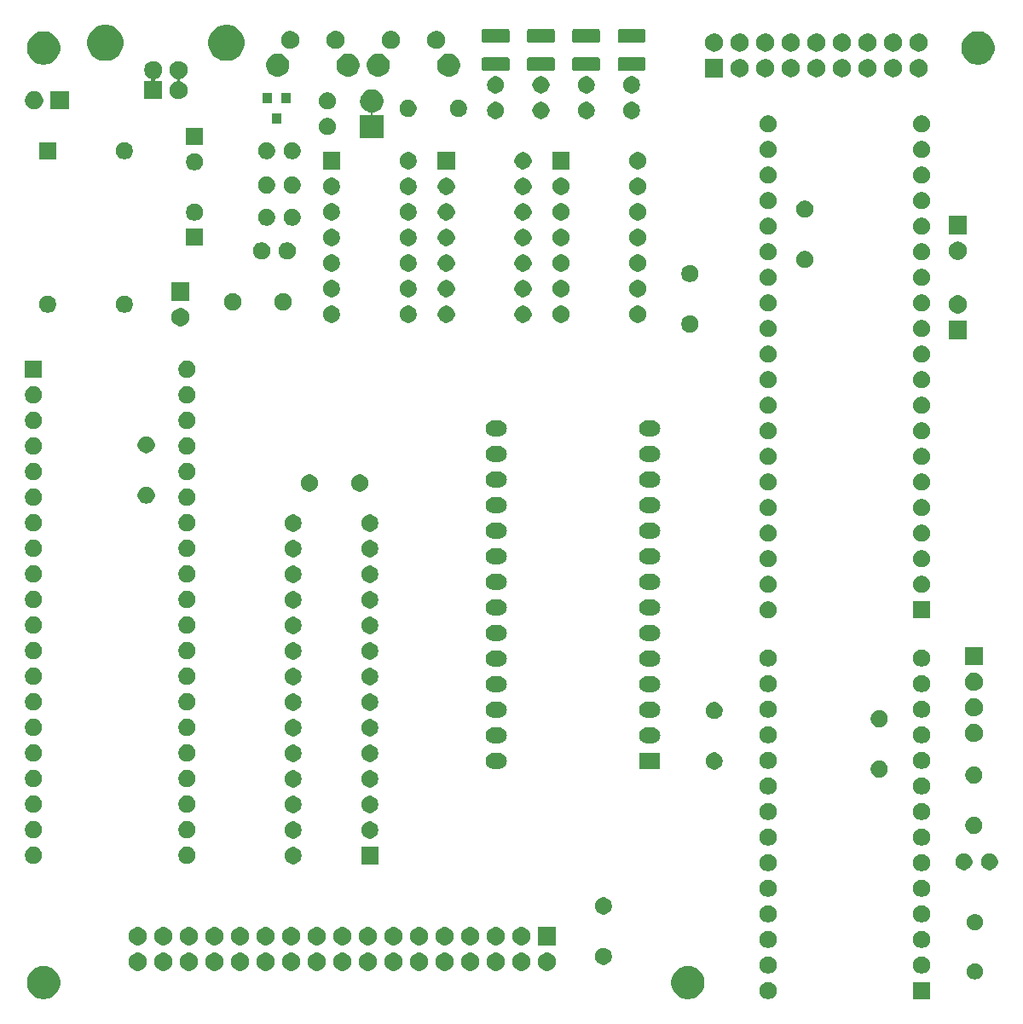
<source format=gbr>
G04 #@! TF.GenerationSoftware,KiCad,Pcbnew,5.1.5+dfsg1-2build2*
G04 #@! TF.CreationDate,2021-10-03T17:02:51+02:00*
G04 #@! TF.ProjectId,board6502,626f6172-6436-4353-9032-2e6b69636164,rev?*
G04 #@! TF.SameCoordinates,Original*
G04 #@! TF.FileFunction,Soldermask,Top*
G04 #@! TF.FilePolarity,Negative*
%FSLAX46Y46*%
G04 Gerber Fmt 4.6, Leading zero omitted, Abs format (unit mm)*
G04 Created by KiCad (PCBNEW 5.1.5+dfsg1-2build2) date 2021-10-03 17:02:51*
%MOMM*%
%LPD*%
G04 APERTURE LIST*
%ADD10C,0.100000*%
G04 APERTURE END LIST*
D10*
X72485000Y-36300000D02*
G75*
G03X72485000Y-36300000I-635000J0D01*
G01*
X79485000Y-36300000D02*
G75*
G03X79485000Y-36300000I-635000J0D01*
G01*
X78044500Y-33800000D02*
G75*
G03X78044500Y-33800000I-444500J0D01*
G01*
X73544500Y-33800000D02*
G75*
G03X73544500Y-33800000I-444500J0D01*
G01*
X83544500Y-33800000D02*
G75*
G03X83544500Y-33800000I-444500J0D01*
G01*
X88044500Y-33800000D02*
G75*
G03X88044500Y-33800000I-444500J0D01*
G01*
X89485000Y-36300000D02*
G75*
G03X89485000Y-36300000I-635000J0D01*
G01*
X82485000Y-36300000D02*
G75*
G03X82485000Y-36300000I-635000J0D01*
G01*
G36*
X112965674Y-125789392D02*
G01*
X113081579Y-125812447D01*
X113294037Y-125900450D01*
X113342650Y-125920586D01*
X113382042Y-125936903D01*
X113652451Y-126117585D01*
X113882415Y-126347549D01*
X114006759Y-126533643D01*
X114063098Y-126617960D01*
X114187553Y-126918422D01*
X114217748Y-127070219D01*
X114251000Y-127237391D01*
X114251000Y-127562609D01*
X114187553Y-127881579D01*
X114063097Y-128182042D01*
X113882415Y-128452451D01*
X113652451Y-128682415D01*
X113382042Y-128863097D01*
X113081579Y-128987553D01*
X112975256Y-129008702D01*
X112762611Y-129051000D01*
X112437389Y-129051000D01*
X112224744Y-129008702D01*
X112118421Y-128987553D01*
X111817958Y-128863097D01*
X111547549Y-128682415D01*
X111317585Y-128452451D01*
X111136903Y-128182042D01*
X111012447Y-127881579D01*
X110949000Y-127562609D01*
X110949000Y-127237391D01*
X110982253Y-127070219D01*
X111012447Y-126918422D01*
X111136902Y-126617960D01*
X111193241Y-126533643D01*
X111317585Y-126347549D01*
X111547549Y-126117585D01*
X111817958Y-125936903D01*
X111857351Y-125920586D01*
X111905963Y-125900450D01*
X112118421Y-125812447D01*
X112234326Y-125789392D01*
X112437389Y-125749000D01*
X112762611Y-125749000D01*
X112965674Y-125789392D01*
G37*
G36*
X136651000Y-129051000D02*
G01*
X134949000Y-129051000D01*
X134949000Y-127349000D01*
X136651000Y-127349000D01*
X136651000Y-129051000D01*
G37*
G36*
X120808228Y-127381703D02*
G01*
X120963100Y-127445853D01*
X121102481Y-127538985D01*
X121221015Y-127657519D01*
X121314147Y-127796900D01*
X121378297Y-127951772D01*
X121411000Y-128116184D01*
X121411000Y-128283816D01*
X121378297Y-128448228D01*
X121314147Y-128603100D01*
X121221015Y-128742481D01*
X121102481Y-128861015D01*
X120963100Y-128954147D01*
X120808228Y-129018297D01*
X120643816Y-129051000D01*
X120476184Y-129051000D01*
X120311772Y-129018297D01*
X120156900Y-128954147D01*
X120017519Y-128861015D01*
X119898985Y-128742481D01*
X119805853Y-128603100D01*
X119741703Y-128448228D01*
X119709000Y-128283816D01*
X119709000Y-128116184D01*
X119741703Y-127951772D01*
X119805853Y-127796900D01*
X119898985Y-127657519D01*
X120017519Y-127538985D01*
X120156900Y-127445853D01*
X120311772Y-127381703D01*
X120476184Y-127349000D01*
X120643816Y-127349000D01*
X120808228Y-127381703D01*
G37*
G36*
X48965674Y-125789392D02*
G01*
X49081579Y-125812447D01*
X49294037Y-125900450D01*
X49342650Y-125920586D01*
X49382042Y-125936903D01*
X49652451Y-126117585D01*
X49882415Y-126347549D01*
X50006759Y-126533643D01*
X50063098Y-126617960D01*
X50187553Y-126918422D01*
X50217748Y-127070219D01*
X50251000Y-127237391D01*
X50251000Y-127562609D01*
X50187553Y-127881579D01*
X50063097Y-128182042D01*
X49882415Y-128452451D01*
X49652451Y-128682415D01*
X49382042Y-128863097D01*
X49081579Y-128987553D01*
X48975256Y-129008702D01*
X48762611Y-129051000D01*
X48437389Y-129051000D01*
X48224744Y-129008702D01*
X48118421Y-128987553D01*
X47817958Y-128863097D01*
X47547549Y-128682415D01*
X47317585Y-128452451D01*
X47136903Y-128182042D01*
X47012447Y-127881579D01*
X46949000Y-127562609D01*
X46949000Y-127237391D01*
X46982253Y-127070219D01*
X47012447Y-126918422D01*
X47136902Y-126617960D01*
X47193241Y-126533643D01*
X47317585Y-126347549D01*
X47547549Y-126117585D01*
X47817958Y-125936903D01*
X47857351Y-125920586D01*
X47905963Y-125900450D01*
X48118421Y-125812447D01*
X48234326Y-125789392D01*
X48437389Y-125749000D01*
X48762611Y-125749000D01*
X48965674Y-125789392D01*
G37*
G36*
X141333642Y-125529781D02*
G01*
X141479414Y-125590162D01*
X141479416Y-125590163D01*
X141610608Y-125677822D01*
X141722178Y-125789392D01*
X141805674Y-125914354D01*
X141809838Y-125920586D01*
X141870219Y-126066358D01*
X141901000Y-126221107D01*
X141901000Y-126378893D01*
X141870219Y-126533642D01*
X141835294Y-126617958D01*
X141809837Y-126679416D01*
X141722178Y-126810608D01*
X141610608Y-126922178D01*
X141479416Y-127009837D01*
X141479415Y-127009838D01*
X141479414Y-127009838D01*
X141333642Y-127070219D01*
X141178893Y-127101000D01*
X141021107Y-127101000D01*
X140866358Y-127070219D01*
X140720586Y-127009838D01*
X140720585Y-127009838D01*
X140720584Y-127009837D01*
X140589392Y-126922178D01*
X140477822Y-126810608D01*
X140390163Y-126679416D01*
X140364706Y-126617958D01*
X140329781Y-126533642D01*
X140299000Y-126378893D01*
X140299000Y-126221107D01*
X140329781Y-126066358D01*
X140390162Y-125920586D01*
X140394326Y-125914354D01*
X140477822Y-125789392D01*
X140589392Y-125677822D01*
X140720584Y-125590163D01*
X140720586Y-125590162D01*
X140866358Y-125529781D01*
X141021107Y-125499000D01*
X141178893Y-125499000D01*
X141333642Y-125529781D01*
G37*
G36*
X136048228Y-124841703D02*
G01*
X136203100Y-124905853D01*
X136342481Y-124998985D01*
X136461015Y-125117519D01*
X136554147Y-125256900D01*
X136618297Y-125411772D01*
X136651000Y-125576184D01*
X136651000Y-125743816D01*
X136618297Y-125908228D01*
X136554147Y-126063100D01*
X136461015Y-126202481D01*
X136342481Y-126321015D01*
X136203100Y-126414147D01*
X136048228Y-126478297D01*
X135883816Y-126511000D01*
X135716184Y-126511000D01*
X135551772Y-126478297D01*
X135396900Y-126414147D01*
X135257519Y-126321015D01*
X135138985Y-126202481D01*
X135045853Y-126063100D01*
X134981703Y-125908228D01*
X134949000Y-125743816D01*
X134949000Y-125576184D01*
X134981703Y-125411772D01*
X135045853Y-125256900D01*
X135138985Y-125117519D01*
X135257519Y-124998985D01*
X135396900Y-124905853D01*
X135551772Y-124841703D01*
X135716184Y-124809000D01*
X135883816Y-124809000D01*
X136048228Y-124841703D01*
G37*
G36*
X120808228Y-124841703D02*
G01*
X120963100Y-124905853D01*
X121102481Y-124998985D01*
X121221015Y-125117519D01*
X121314147Y-125256900D01*
X121378297Y-125411772D01*
X121411000Y-125576184D01*
X121411000Y-125743816D01*
X121378297Y-125908228D01*
X121314147Y-126063100D01*
X121221015Y-126202481D01*
X121102481Y-126321015D01*
X120963100Y-126414147D01*
X120808228Y-126478297D01*
X120643816Y-126511000D01*
X120476184Y-126511000D01*
X120311772Y-126478297D01*
X120156900Y-126414147D01*
X120017519Y-126321015D01*
X119898985Y-126202481D01*
X119805853Y-126063100D01*
X119741703Y-125908228D01*
X119709000Y-125743816D01*
X119709000Y-125576184D01*
X119741703Y-125411772D01*
X119805853Y-125256900D01*
X119898985Y-125117519D01*
X120017519Y-124998985D01*
X120156900Y-124905853D01*
X120311772Y-124841703D01*
X120476184Y-124809000D01*
X120643816Y-124809000D01*
X120808228Y-124841703D01*
G37*
G36*
X96173512Y-124443927D02*
G01*
X96322812Y-124473624D01*
X96486784Y-124541544D01*
X96634354Y-124640147D01*
X96759853Y-124765646D01*
X96858456Y-124913216D01*
X96926376Y-125077188D01*
X96961000Y-125251259D01*
X96961000Y-125428741D01*
X96926376Y-125602812D01*
X96858456Y-125766784D01*
X96759853Y-125914354D01*
X96634354Y-126039853D01*
X96486784Y-126138456D01*
X96322812Y-126206376D01*
X96173512Y-126236073D01*
X96148742Y-126241000D01*
X95971258Y-126241000D01*
X95946488Y-126236073D01*
X95797188Y-126206376D01*
X95633216Y-126138456D01*
X95485646Y-126039853D01*
X95360147Y-125914354D01*
X95261544Y-125766784D01*
X95193624Y-125602812D01*
X95159000Y-125428741D01*
X95159000Y-125251259D01*
X95193624Y-125077188D01*
X95261544Y-124913216D01*
X95360147Y-124765646D01*
X95485646Y-124640147D01*
X95633216Y-124541544D01*
X95797188Y-124473624D01*
X95946488Y-124443927D01*
X95971258Y-124439000D01*
X96148742Y-124439000D01*
X96173512Y-124443927D01*
G37*
G36*
X86013512Y-124443927D02*
G01*
X86162812Y-124473624D01*
X86326784Y-124541544D01*
X86474354Y-124640147D01*
X86599853Y-124765646D01*
X86698456Y-124913216D01*
X86766376Y-125077188D01*
X86801000Y-125251259D01*
X86801000Y-125428741D01*
X86766376Y-125602812D01*
X86698456Y-125766784D01*
X86599853Y-125914354D01*
X86474354Y-126039853D01*
X86326784Y-126138456D01*
X86162812Y-126206376D01*
X86013512Y-126236073D01*
X85988742Y-126241000D01*
X85811258Y-126241000D01*
X85786488Y-126236073D01*
X85637188Y-126206376D01*
X85473216Y-126138456D01*
X85325646Y-126039853D01*
X85200147Y-125914354D01*
X85101544Y-125766784D01*
X85033624Y-125602812D01*
X84999000Y-125428741D01*
X84999000Y-125251259D01*
X85033624Y-125077188D01*
X85101544Y-124913216D01*
X85200147Y-124765646D01*
X85325646Y-124640147D01*
X85473216Y-124541544D01*
X85637188Y-124473624D01*
X85786488Y-124443927D01*
X85811258Y-124439000D01*
X85988742Y-124439000D01*
X86013512Y-124443927D01*
G37*
G36*
X58073512Y-124443927D02*
G01*
X58222812Y-124473624D01*
X58386784Y-124541544D01*
X58534354Y-124640147D01*
X58659853Y-124765646D01*
X58758456Y-124913216D01*
X58826376Y-125077188D01*
X58861000Y-125251259D01*
X58861000Y-125428741D01*
X58826376Y-125602812D01*
X58758456Y-125766784D01*
X58659853Y-125914354D01*
X58534354Y-126039853D01*
X58386784Y-126138456D01*
X58222812Y-126206376D01*
X58073512Y-126236073D01*
X58048742Y-126241000D01*
X57871258Y-126241000D01*
X57846488Y-126236073D01*
X57697188Y-126206376D01*
X57533216Y-126138456D01*
X57385646Y-126039853D01*
X57260147Y-125914354D01*
X57161544Y-125766784D01*
X57093624Y-125602812D01*
X57059000Y-125428741D01*
X57059000Y-125251259D01*
X57093624Y-125077188D01*
X57161544Y-124913216D01*
X57260147Y-124765646D01*
X57385646Y-124640147D01*
X57533216Y-124541544D01*
X57697188Y-124473624D01*
X57846488Y-124443927D01*
X57871258Y-124439000D01*
X58048742Y-124439000D01*
X58073512Y-124443927D01*
G37*
G36*
X60613512Y-124443927D02*
G01*
X60762812Y-124473624D01*
X60926784Y-124541544D01*
X61074354Y-124640147D01*
X61199853Y-124765646D01*
X61298456Y-124913216D01*
X61366376Y-125077188D01*
X61401000Y-125251259D01*
X61401000Y-125428741D01*
X61366376Y-125602812D01*
X61298456Y-125766784D01*
X61199853Y-125914354D01*
X61074354Y-126039853D01*
X60926784Y-126138456D01*
X60762812Y-126206376D01*
X60613512Y-126236073D01*
X60588742Y-126241000D01*
X60411258Y-126241000D01*
X60386488Y-126236073D01*
X60237188Y-126206376D01*
X60073216Y-126138456D01*
X59925646Y-126039853D01*
X59800147Y-125914354D01*
X59701544Y-125766784D01*
X59633624Y-125602812D01*
X59599000Y-125428741D01*
X59599000Y-125251259D01*
X59633624Y-125077188D01*
X59701544Y-124913216D01*
X59800147Y-124765646D01*
X59925646Y-124640147D01*
X60073216Y-124541544D01*
X60237188Y-124473624D01*
X60386488Y-124443927D01*
X60411258Y-124439000D01*
X60588742Y-124439000D01*
X60613512Y-124443927D01*
G37*
G36*
X63153512Y-124443927D02*
G01*
X63302812Y-124473624D01*
X63466784Y-124541544D01*
X63614354Y-124640147D01*
X63739853Y-124765646D01*
X63838456Y-124913216D01*
X63906376Y-125077188D01*
X63941000Y-125251259D01*
X63941000Y-125428741D01*
X63906376Y-125602812D01*
X63838456Y-125766784D01*
X63739853Y-125914354D01*
X63614354Y-126039853D01*
X63466784Y-126138456D01*
X63302812Y-126206376D01*
X63153512Y-126236073D01*
X63128742Y-126241000D01*
X62951258Y-126241000D01*
X62926488Y-126236073D01*
X62777188Y-126206376D01*
X62613216Y-126138456D01*
X62465646Y-126039853D01*
X62340147Y-125914354D01*
X62241544Y-125766784D01*
X62173624Y-125602812D01*
X62139000Y-125428741D01*
X62139000Y-125251259D01*
X62173624Y-125077188D01*
X62241544Y-124913216D01*
X62340147Y-124765646D01*
X62465646Y-124640147D01*
X62613216Y-124541544D01*
X62777188Y-124473624D01*
X62926488Y-124443927D01*
X62951258Y-124439000D01*
X63128742Y-124439000D01*
X63153512Y-124443927D01*
G37*
G36*
X65693512Y-124443927D02*
G01*
X65842812Y-124473624D01*
X66006784Y-124541544D01*
X66154354Y-124640147D01*
X66279853Y-124765646D01*
X66378456Y-124913216D01*
X66446376Y-125077188D01*
X66481000Y-125251259D01*
X66481000Y-125428741D01*
X66446376Y-125602812D01*
X66378456Y-125766784D01*
X66279853Y-125914354D01*
X66154354Y-126039853D01*
X66006784Y-126138456D01*
X65842812Y-126206376D01*
X65693512Y-126236073D01*
X65668742Y-126241000D01*
X65491258Y-126241000D01*
X65466488Y-126236073D01*
X65317188Y-126206376D01*
X65153216Y-126138456D01*
X65005646Y-126039853D01*
X64880147Y-125914354D01*
X64781544Y-125766784D01*
X64713624Y-125602812D01*
X64679000Y-125428741D01*
X64679000Y-125251259D01*
X64713624Y-125077188D01*
X64781544Y-124913216D01*
X64880147Y-124765646D01*
X65005646Y-124640147D01*
X65153216Y-124541544D01*
X65317188Y-124473624D01*
X65466488Y-124443927D01*
X65491258Y-124439000D01*
X65668742Y-124439000D01*
X65693512Y-124443927D01*
G37*
G36*
X68233512Y-124443927D02*
G01*
X68382812Y-124473624D01*
X68546784Y-124541544D01*
X68694354Y-124640147D01*
X68819853Y-124765646D01*
X68918456Y-124913216D01*
X68986376Y-125077188D01*
X69021000Y-125251259D01*
X69021000Y-125428741D01*
X68986376Y-125602812D01*
X68918456Y-125766784D01*
X68819853Y-125914354D01*
X68694354Y-126039853D01*
X68546784Y-126138456D01*
X68382812Y-126206376D01*
X68233512Y-126236073D01*
X68208742Y-126241000D01*
X68031258Y-126241000D01*
X68006488Y-126236073D01*
X67857188Y-126206376D01*
X67693216Y-126138456D01*
X67545646Y-126039853D01*
X67420147Y-125914354D01*
X67321544Y-125766784D01*
X67253624Y-125602812D01*
X67219000Y-125428741D01*
X67219000Y-125251259D01*
X67253624Y-125077188D01*
X67321544Y-124913216D01*
X67420147Y-124765646D01*
X67545646Y-124640147D01*
X67693216Y-124541544D01*
X67857188Y-124473624D01*
X68006488Y-124443927D01*
X68031258Y-124439000D01*
X68208742Y-124439000D01*
X68233512Y-124443927D01*
G37*
G36*
X70773512Y-124443927D02*
G01*
X70922812Y-124473624D01*
X71086784Y-124541544D01*
X71234354Y-124640147D01*
X71359853Y-124765646D01*
X71458456Y-124913216D01*
X71526376Y-125077188D01*
X71561000Y-125251259D01*
X71561000Y-125428741D01*
X71526376Y-125602812D01*
X71458456Y-125766784D01*
X71359853Y-125914354D01*
X71234354Y-126039853D01*
X71086784Y-126138456D01*
X70922812Y-126206376D01*
X70773512Y-126236073D01*
X70748742Y-126241000D01*
X70571258Y-126241000D01*
X70546488Y-126236073D01*
X70397188Y-126206376D01*
X70233216Y-126138456D01*
X70085646Y-126039853D01*
X69960147Y-125914354D01*
X69861544Y-125766784D01*
X69793624Y-125602812D01*
X69759000Y-125428741D01*
X69759000Y-125251259D01*
X69793624Y-125077188D01*
X69861544Y-124913216D01*
X69960147Y-124765646D01*
X70085646Y-124640147D01*
X70233216Y-124541544D01*
X70397188Y-124473624D01*
X70546488Y-124443927D01*
X70571258Y-124439000D01*
X70748742Y-124439000D01*
X70773512Y-124443927D01*
G37*
G36*
X73313512Y-124443927D02*
G01*
X73462812Y-124473624D01*
X73626784Y-124541544D01*
X73774354Y-124640147D01*
X73899853Y-124765646D01*
X73998456Y-124913216D01*
X74066376Y-125077188D01*
X74101000Y-125251259D01*
X74101000Y-125428741D01*
X74066376Y-125602812D01*
X73998456Y-125766784D01*
X73899853Y-125914354D01*
X73774354Y-126039853D01*
X73626784Y-126138456D01*
X73462812Y-126206376D01*
X73313512Y-126236073D01*
X73288742Y-126241000D01*
X73111258Y-126241000D01*
X73086488Y-126236073D01*
X72937188Y-126206376D01*
X72773216Y-126138456D01*
X72625646Y-126039853D01*
X72500147Y-125914354D01*
X72401544Y-125766784D01*
X72333624Y-125602812D01*
X72299000Y-125428741D01*
X72299000Y-125251259D01*
X72333624Y-125077188D01*
X72401544Y-124913216D01*
X72500147Y-124765646D01*
X72625646Y-124640147D01*
X72773216Y-124541544D01*
X72937188Y-124473624D01*
X73086488Y-124443927D01*
X73111258Y-124439000D01*
X73288742Y-124439000D01*
X73313512Y-124443927D01*
G37*
G36*
X78393512Y-124443927D02*
G01*
X78542812Y-124473624D01*
X78706784Y-124541544D01*
X78854354Y-124640147D01*
X78979853Y-124765646D01*
X79078456Y-124913216D01*
X79146376Y-125077188D01*
X79181000Y-125251259D01*
X79181000Y-125428741D01*
X79146376Y-125602812D01*
X79078456Y-125766784D01*
X78979853Y-125914354D01*
X78854354Y-126039853D01*
X78706784Y-126138456D01*
X78542812Y-126206376D01*
X78393512Y-126236073D01*
X78368742Y-126241000D01*
X78191258Y-126241000D01*
X78166488Y-126236073D01*
X78017188Y-126206376D01*
X77853216Y-126138456D01*
X77705646Y-126039853D01*
X77580147Y-125914354D01*
X77481544Y-125766784D01*
X77413624Y-125602812D01*
X77379000Y-125428741D01*
X77379000Y-125251259D01*
X77413624Y-125077188D01*
X77481544Y-124913216D01*
X77580147Y-124765646D01*
X77705646Y-124640147D01*
X77853216Y-124541544D01*
X78017188Y-124473624D01*
X78166488Y-124443927D01*
X78191258Y-124439000D01*
X78368742Y-124439000D01*
X78393512Y-124443927D01*
G37*
G36*
X80933512Y-124443927D02*
G01*
X81082812Y-124473624D01*
X81246784Y-124541544D01*
X81394354Y-124640147D01*
X81519853Y-124765646D01*
X81618456Y-124913216D01*
X81686376Y-125077188D01*
X81721000Y-125251259D01*
X81721000Y-125428741D01*
X81686376Y-125602812D01*
X81618456Y-125766784D01*
X81519853Y-125914354D01*
X81394354Y-126039853D01*
X81246784Y-126138456D01*
X81082812Y-126206376D01*
X80933512Y-126236073D01*
X80908742Y-126241000D01*
X80731258Y-126241000D01*
X80706488Y-126236073D01*
X80557188Y-126206376D01*
X80393216Y-126138456D01*
X80245646Y-126039853D01*
X80120147Y-125914354D01*
X80021544Y-125766784D01*
X79953624Y-125602812D01*
X79919000Y-125428741D01*
X79919000Y-125251259D01*
X79953624Y-125077188D01*
X80021544Y-124913216D01*
X80120147Y-124765646D01*
X80245646Y-124640147D01*
X80393216Y-124541544D01*
X80557188Y-124473624D01*
X80706488Y-124443927D01*
X80731258Y-124439000D01*
X80908742Y-124439000D01*
X80933512Y-124443927D01*
G37*
G36*
X98713512Y-124443927D02*
G01*
X98862812Y-124473624D01*
X99026784Y-124541544D01*
X99174354Y-124640147D01*
X99299853Y-124765646D01*
X99398456Y-124913216D01*
X99466376Y-125077188D01*
X99501000Y-125251259D01*
X99501000Y-125428741D01*
X99466376Y-125602812D01*
X99398456Y-125766784D01*
X99299853Y-125914354D01*
X99174354Y-126039853D01*
X99026784Y-126138456D01*
X98862812Y-126206376D01*
X98713512Y-126236073D01*
X98688742Y-126241000D01*
X98511258Y-126241000D01*
X98486488Y-126236073D01*
X98337188Y-126206376D01*
X98173216Y-126138456D01*
X98025646Y-126039853D01*
X97900147Y-125914354D01*
X97801544Y-125766784D01*
X97733624Y-125602812D01*
X97699000Y-125428741D01*
X97699000Y-125251259D01*
X97733624Y-125077188D01*
X97801544Y-124913216D01*
X97900147Y-124765646D01*
X98025646Y-124640147D01*
X98173216Y-124541544D01*
X98337188Y-124473624D01*
X98486488Y-124443927D01*
X98511258Y-124439000D01*
X98688742Y-124439000D01*
X98713512Y-124443927D01*
G37*
G36*
X83473512Y-124443927D02*
G01*
X83622812Y-124473624D01*
X83786784Y-124541544D01*
X83934354Y-124640147D01*
X84059853Y-124765646D01*
X84158456Y-124913216D01*
X84226376Y-125077188D01*
X84261000Y-125251259D01*
X84261000Y-125428741D01*
X84226376Y-125602812D01*
X84158456Y-125766784D01*
X84059853Y-125914354D01*
X83934354Y-126039853D01*
X83786784Y-126138456D01*
X83622812Y-126206376D01*
X83473512Y-126236073D01*
X83448742Y-126241000D01*
X83271258Y-126241000D01*
X83246488Y-126236073D01*
X83097188Y-126206376D01*
X82933216Y-126138456D01*
X82785646Y-126039853D01*
X82660147Y-125914354D01*
X82561544Y-125766784D01*
X82493624Y-125602812D01*
X82459000Y-125428741D01*
X82459000Y-125251259D01*
X82493624Y-125077188D01*
X82561544Y-124913216D01*
X82660147Y-124765646D01*
X82785646Y-124640147D01*
X82933216Y-124541544D01*
X83097188Y-124473624D01*
X83246488Y-124443927D01*
X83271258Y-124439000D01*
X83448742Y-124439000D01*
X83473512Y-124443927D01*
G37*
G36*
X93633512Y-124443927D02*
G01*
X93782812Y-124473624D01*
X93946784Y-124541544D01*
X94094354Y-124640147D01*
X94219853Y-124765646D01*
X94318456Y-124913216D01*
X94386376Y-125077188D01*
X94421000Y-125251259D01*
X94421000Y-125428741D01*
X94386376Y-125602812D01*
X94318456Y-125766784D01*
X94219853Y-125914354D01*
X94094354Y-126039853D01*
X93946784Y-126138456D01*
X93782812Y-126206376D01*
X93633512Y-126236073D01*
X93608742Y-126241000D01*
X93431258Y-126241000D01*
X93406488Y-126236073D01*
X93257188Y-126206376D01*
X93093216Y-126138456D01*
X92945646Y-126039853D01*
X92820147Y-125914354D01*
X92721544Y-125766784D01*
X92653624Y-125602812D01*
X92619000Y-125428741D01*
X92619000Y-125251259D01*
X92653624Y-125077188D01*
X92721544Y-124913216D01*
X92820147Y-124765646D01*
X92945646Y-124640147D01*
X93093216Y-124541544D01*
X93257188Y-124473624D01*
X93406488Y-124443927D01*
X93431258Y-124439000D01*
X93608742Y-124439000D01*
X93633512Y-124443927D01*
G37*
G36*
X91093512Y-124443927D02*
G01*
X91242812Y-124473624D01*
X91406784Y-124541544D01*
X91554354Y-124640147D01*
X91679853Y-124765646D01*
X91778456Y-124913216D01*
X91846376Y-125077188D01*
X91881000Y-125251259D01*
X91881000Y-125428741D01*
X91846376Y-125602812D01*
X91778456Y-125766784D01*
X91679853Y-125914354D01*
X91554354Y-126039853D01*
X91406784Y-126138456D01*
X91242812Y-126206376D01*
X91093512Y-126236073D01*
X91068742Y-126241000D01*
X90891258Y-126241000D01*
X90866488Y-126236073D01*
X90717188Y-126206376D01*
X90553216Y-126138456D01*
X90405646Y-126039853D01*
X90280147Y-125914354D01*
X90181544Y-125766784D01*
X90113624Y-125602812D01*
X90079000Y-125428741D01*
X90079000Y-125251259D01*
X90113624Y-125077188D01*
X90181544Y-124913216D01*
X90280147Y-124765646D01*
X90405646Y-124640147D01*
X90553216Y-124541544D01*
X90717188Y-124473624D01*
X90866488Y-124443927D01*
X90891258Y-124439000D01*
X91068742Y-124439000D01*
X91093512Y-124443927D01*
G37*
G36*
X88553512Y-124443927D02*
G01*
X88702812Y-124473624D01*
X88866784Y-124541544D01*
X89014354Y-124640147D01*
X89139853Y-124765646D01*
X89238456Y-124913216D01*
X89306376Y-125077188D01*
X89341000Y-125251259D01*
X89341000Y-125428741D01*
X89306376Y-125602812D01*
X89238456Y-125766784D01*
X89139853Y-125914354D01*
X89014354Y-126039853D01*
X88866784Y-126138456D01*
X88702812Y-126206376D01*
X88553512Y-126236073D01*
X88528742Y-126241000D01*
X88351258Y-126241000D01*
X88326488Y-126236073D01*
X88177188Y-126206376D01*
X88013216Y-126138456D01*
X87865646Y-126039853D01*
X87740147Y-125914354D01*
X87641544Y-125766784D01*
X87573624Y-125602812D01*
X87539000Y-125428741D01*
X87539000Y-125251259D01*
X87573624Y-125077188D01*
X87641544Y-124913216D01*
X87740147Y-124765646D01*
X87865646Y-124640147D01*
X88013216Y-124541544D01*
X88177188Y-124473624D01*
X88326488Y-124443927D01*
X88351258Y-124439000D01*
X88528742Y-124439000D01*
X88553512Y-124443927D01*
G37*
G36*
X75853512Y-124443927D02*
G01*
X76002812Y-124473624D01*
X76166784Y-124541544D01*
X76314354Y-124640147D01*
X76439853Y-124765646D01*
X76538456Y-124913216D01*
X76606376Y-125077188D01*
X76641000Y-125251259D01*
X76641000Y-125428741D01*
X76606376Y-125602812D01*
X76538456Y-125766784D01*
X76439853Y-125914354D01*
X76314354Y-126039853D01*
X76166784Y-126138456D01*
X76002812Y-126206376D01*
X75853512Y-126236073D01*
X75828742Y-126241000D01*
X75651258Y-126241000D01*
X75626488Y-126236073D01*
X75477188Y-126206376D01*
X75313216Y-126138456D01*
X75165646Y-126039853D01*
X75040147Y-125914354D01*
X74941544Y-125766784D01*
X74873624Y-125602812D01*
X74839000Y-125428741D01*
X74839000Y-125251259D01*
X74873624Y-125077188D01*
X74941544Y-124913216D01*
X75040147Y-124765646D01*
X75165646Y-124640147D01*
X75313216Y-124541544D01*
X75477188Y-124473624D01*
X75626488Y-124443927D01*
X75651258Y-124439000D01*
X75828742Y-124439000D01*
X75853512Y-124443927D01*
G37*
G36*
X104448228Y-123981703D02*
G01*
X104603100Y-124045853D01*
X104742481Y-124138985D01*
X104861015Y-124257519D01*
X104954147Y-124396900D01*
X105018297Y-124551772D01*
X105051000Y-124716184D01*
X105051000Y-124883816D01*
X105018297Y-125048228D01*
X104954147Y-125203100D01*
X104861015Y-125342481D01*
X104742481Y-125461015D01*
X104603100Y-125554147D01*
X104448228Y-125618297D01*
X104283816Y-125651000D01*
X104116184Y-125651000D01*
X103951772Y-125618297D01*
X103796900Y-125554147D01*
X103657519Y-125461015D01*
X103538985Y-125342481D01*
X103445853Y-125203100D01*
X103381703Y-125048228D01*
X103349000Y-124883816D01*
X103349000Y-124716184D01*
X103381703Y-124551772D01*
X103445853Y-124396900D01*
X103538985Y-124257519D01*
X103657519Y-124138985D01*
X103796900Y-124045853D01*
X103951772Y-123981703D01*
X104116184Y-123949000D01*
X104283816Y-123949000D01*
X104448228Y-123981703D01*
G37*
G36*
X136048228Y-122301703D02*
G01*
X136203100Y-122365853D01*
X136342481Y-122458985D01*
X136461015Y-122577519D01*
X136554147Y-122716900D01*
X136618297Y-122871772D01*
X136651000Y-123036184D01*
X136651000Y-123203816D01*
X136618297Y-123368228D01*
X136554147Y-123523100D01*
X136461015Y-123662481D01*
X136342481Y-123781015D01*
X136203100Y-123874147D01*
X136048228Y-123938297D01*
X135883816Y-123971000D01*
X135716184Y-123971000D01*
X135551772Y-123938297D01*
X135396900Y-123874147D01*
X135257519Y-123781015D01*
X135138985Y-123662481D01*
X135045853Y-123523100D01*
X134981703Y-123368228D01*
X134949000Y-123203816D01*
X134949000Y-123036184D01*
X134981703Y-122871772D01*
X135045853Y-122716900D01*
X135138985Y-122577519D01*
X135257519Y-122458985D01*
X135396900Y-122365853D01*
X135551772Y-122301703D01*
X135716184Y-122269000D01*
X135883816Y-122269000D01*
X136048228Y-122301703D01*
G37*
G36*
X120808228Y-122301703D02*
G01*
X120963100Y-122365853D01*
X121102481Y-122458985D01*
X121221015Y-122577519D01*
X121314147Y-122716900D01*
X121378297Y-122871772D01*
X121411000Y-123036184D01*
X121411000Y-123203816D01*
X121378297Y-123368228D01*
X121314147Y-123523100D01*
X121221015Y-123662481D01*
X121102481Y-123781015D01*
X120963100Y-123874147D01*
X120808228Y-123938297D01*
X120643816Y-123971000D01*
X120476184Y-123971000D01*
X120311772Y-123938297D01*
X120156900Y-123874147D01*
X120017519Y-123781015D01*
X119898985Y-123662481D01*
X119805853Y-123523100D01*
X119741703Y-123368228D01*
X119709000Y-123203816D01*
X119709000Y-123036184D01*
X119741703Y-122871772D01*
X119805853Y-122716900D01*
X119898985Y-122577519D01*
X120017519Y-122458985D01*
X120156900Y-122365853D01*
X120311772Y-122301703D01*
X120476184Y-122269000D01*
X120643816Y-122269000D01*
X120808228Y-122301703D01*
G37*
G36*
X70773512Y-121903927D02*
G01*
X70922812Y-121933624D01*
X71086784Y-122001544D01*
X71234354Y-122100147D01*
X71359853Y-122225646D01*
X71458456Y-122373216D01*
X71526376Y-122537188D01*
X71561000Y-122711259D01*
X71561000Y-122888741D01*
X71526376Y-123062812D01*
X71458456Y-123226784D01*
X71359853Y-123374354D01*
X71234354Y-123499853D01*
X71086784Y-123598456D01*
X70922812Y-123666376D01*
X70773512Y-123696073D01*
X70748742Y-123701000D01*
X70571258Y-123701000D01*
X70546488Y-123696073D01*
X70397188Y-123666376D01*
X70233216Y-123598456D01*
X70085646Y-123499853D01*
X69960147Y-123374354D01*
X69861544Y-123226784D01*
X69793624Y-123062812D01*
X69759000Y-122888741D01*
X69759000Y-122711259D01*
X69793624Y-122537188D01*
X69861544Y-122373216D01*
X69960147Y-122225646D01*
X70085646Y-122100147D01*
X70233216Y-122001544D01*
X70397188Y-121933624D01*
X70546488Y-121903927D01*
X70571258Y-121899000D01*
X70748742Y-121899000D01*
X70773512Y-121903927D01*
G37*
G36*
X91093512Y-121903927D02*
G01*
X91242812Y-121933624D01*
X91406784Y-122001544D01*
X91554354Y-122100147D01*
X91679853Y-122225646D01*
X91778456Y-122373216D01*
X91846376Y-122537188D01*
X91881000Y-122711259D01*
X91881000Y-122888741D01*
X91846376Y-123062812D01*
X91778456Y-123226784D01*
X91679853Y-123374354D01*
X91554354Y-123499853D01*
X91406784Y-123598456D01*
X91242812Y-123666376D01*
X91093512Y-123696073D01*
X91068742Y-123701000D01*
X90891258Y-123701000D01*
X90866488Y-123696073D01*
X90717188Y-123666376D01*
X90553216Y-123598456D01*
X90405646Y-123499853D01*
X90280147Y-123374354D01*
X90181544Y-123226784D01*
X90113624Y-123062812D01*
X90079000Y-122888741D01*
X90079000Y-122711259D01*
X90113624Y-122537188D01*
X90181544Y-122373216D01*
X90280147Y-122225646D01*
X90405646Y-122100147D01*
X90553216Y-122001544D01*
X90717188Y-121933624D01*
X90866488Y-121903927D01*
X90891258Y-121899000D01*
X91068742Y-121899000D01*
X91093512Y-121903927D01*
G37*
G36*
X93633512Y-121903927D02*
G01*
X93782812Y-121933624D01*
X93946784Y-122001544D01*
X94094354Y-122100147D01*
X94219853Y-122225646D01*
X94318456Y-122373216D01*
X94386376Y-122537188D01*
X94421000Y-122711259D01*
X94421000Y-122888741D01*
X94386376Y-123062812D01*
X94318456Y-123226784D01*
X94219853Y-123374354D01*
X94094354Y-123499853D01*
X93946784Y-123598456D01*
X93782812Y-123666376D01*
X93633512Y-123696073D01*
X93608742Y-123701000D01*
X93431258Y-123701000D01*
X93406488Y-123696073D01*
X93257188Y-123666376D01*
X93093216Y-123598456D01*
X92945646Y-123499853D01*
X92820147Y-123374354D01*
X92721544Y-123226784D01*
X92653624Y-123062812D01*
X92619000Y-122888741D01*
X92619000Y-122711259D01*
X92653624Y-122537188D01*
X92721544Y-122373216D01*
X92820147Y-122225646D01*
X92945646Y-122100147D01*
X93093216Y-122001544D01*
X93257188Y-121933624D01*
X93406488Y-121903927D01*
X93431258Y-121899000D01*
X93608742Y-121899000D01*
X93633512Y-121903927D01*
G37*
G36*
X88553512Y-121903927D02*
G01*
X88702812Y-121933624D01*
X88866784Y-122001544D01*
X89014354Y-122100147D01*
X89139853Y-122225646D01*
X89238456Y-122373216D01*
X89306376Y-122537188D01*
X89341000Y-122711259D01*
X89341000Y-122888741D01*
X89306376Y-123062812D01*
X89238456Y-123226784D01*
X89139853Y-123374354D01*
X89014354Y-123499853D01*
X88866784Y-123598456D01*
X88702812Y-123666376D01*
X88553512Y-123696073D01*
X88528742Y-123701000D01*
X88351258Y-123701000D01*
X88326488Y-123696073D01*
X88177188Y-123666376D01*
X88013216Y-123598456D01*
X87865646Y-123499853D01*
X87740147Y-123374354D01*
X87641544Y-123226784D01*
X87573624Y-123062812D01*
X87539000Y-122888741D01*
X87539000Y-122711259D01*
X87573624Y-122537188D01*
X87641544Y-122373216D01*
X87740147Y-122225646D01*
X87865646Y-122100147D01*
X88013216Y-122001544D01*
X88177188Y-121933624D01*
X88326488Y-121903927D01*
X88351258Y-121899000D01*
X88528742Y-121899000D01*
X88553512Y-121903927D01*
G37*
G36*
X96173512Y-121903927D02*
G01*
X96322812Y-121933624D01*
X96486784Y-122001544D01*
X96634354Y-122100147D01*
X96759853Y-122225646D01*
X96858456Y-122373216D01*
X96926376Y-122537188D01*
X96961000Y-122711259D01*
X96961000Y-122888741D01*
X96926376Y-123062812D01*
X96858456Y-123226784D01*
X96759853Y-123374354D01*
X96634354Y-123499853D01*
X96486784Y-123598456D01*
X96322812Y-123666376D01*
X96173512Y-123696073D01*
X96148742Y-123701000D01*
X95971258Y-123701000D01*
X95946488Y-123696073D01*
X95797188Y-123666376D01*
X95633216Y-123598456D01*
X95485646Y-123499853D01*
X95360147Y-123374354D01*
X95261544Y-123226784D01*
X95193624Y-123062812D01*
X95159000Y-122888741D01*
X95159000Y-122711259D01*
X95193624Y-122537188D01*
X95261544Y-122373216D01*
X95360147Y-122225646D01*
X95485646Y-122100147D01*
X95633216Y-122001544D01*
X95797188Y-121933624D01*
X95946488Y-121903927D01*
X95971258Y-121899000D01*
X96148742Y-121899000D01*
X96173512Y-121903927D01*
G37*
G36*
X83473512Y-121903927D02*
G01*
X83622812Y-121933624D01*
X83786784Y-122001544D01*
X83934354Y-122100147D01*
X84059853Y-122225646D01*
X84158456Y-122373216D01*
X84226376Y-122537188D01*
X84261000Y-122711259D01*
X84261000Y-122888741D01*
X84226376Y-123062812D01*
X84158456Y-123226784D01*
X84059853Y-123374354D01*
X83934354Y-123499853D01*
X83786784Y-123598456D01*
X83622812Y-123666376D01*
X83473512Y-123696073D01*
X83448742Y-123701000D01*
X83271258Y-123701000D01*
X83246488Y-123696073D01*
X83097188Y-123666376D01*
X82933216Y-123598456D01*
X82785646Y-123499853D01*
X82660147Y-123374354D01*
X82561544Y-123226784D01*
X82493624Y-123062812D01*
X82459000Y-122888741D01*
X82459000Y-122711259D01*
X82493624Y-122537188D01*
X82561544Y-122373216D01*
X82660147Y-122225646D01*
X82785646Y-122100147D01*
X82933216Y-122001544D01*
X83097188Y-121933624D01*
X83246488Y-121903927D01*
X83271258Y-121899000D01*
X83448742Y-121899000D01*
X83473512Y-121903927D01*
G37*
G36*
X99501000Y-123701000D02*
G01*
X97699000Y-123701000D01*
X97699000Y-121899000D01*
X99501000Y-121899000D01*
X99501000Y-123701000D01*
G37*
G36*
X63153512Y-121903927D02*
G01*
X63302812Y-121933624D01*
X63466784Y-122001544D01*
X63614354Y-122100147D01*
X63739853Y-122225646D01*
X63838456Y-122373216D01*
X63906376Y-122537188D01*
X63941000Y-122711259D01*
X63941000Y-122888741D01*
X63906376Y-123062812D01*
X63838456Y-123226784D01*
X63739853Y-123374354D01*
X63614354Y-123499853D01*
X63466784Y-123598456D01*
X63302812Y-123666376D01*
X63153512Y-123696073D01*
X63128742Y-123701000D01*
X62951258Y-123701000D01*
X62926488Y-123696073D01*
X62777188Y-123666376D01*
X62613216Y-123598456D01*
X62465646Y-123499853D01*
X62340147Y-123374354D01*
X62241544Y-123226784D01*
X62173624Y-123062812D01*
X62139000Y-122888741D01*
X62139000Y-122711259D01*
X62173624Y-122537188D01*
X62241544Y-122373216D01*
X62340147Y-122225646D01*
X62465646Y-122100147D01*
X62613216Y-122001544D01*
X62777188Y-121933624D01*
X62926488Y-121903927D01*
X62951258Y-121899000D01*
X63128742Y-121899000D01*
X63153512Y-121903927D01*
G37*
G36*
X65693512Y-121903927D02*
G01*
X65842812Y-121933624D01*
X66006784Y-122001544D01*
X66154354Y-122100147D01*
X66279853Y-122225646D01*
X66378456Y-122373216D01*
X66446376Y-122537188D01*
X66481000Y-122711259D01*
X66481000Y-122888741D01*
X66446376Y-123062812D01*
X66378456Y-123226784D01*
X66279853Y-123374354D01*
X66154354Y-123499853D01*
X66006784Y-123598456D01*
X65842812Y-123666376D01*
X65693512Y-123696073D01*
X65668742Y-123701000D01*
X65491258Y-123701000D01*
X65466488Y-123696073D01*
X65317188Y-123666376D01*
X65153216Y-123598456D01*
X65005646Y-123499853D01*
X64880147Y-123374354D01*
X64781544Y-123226784D01*
X64713624Y-123062812D01*
X64679000Y-122888741D01*
X64679000Y-122711259D01*
X64713624Y-122537188D01*
X64781544Y-122373216D01*
X64880147Y-122225646D01*
X65005646Y-122100147D01*
X65153216Y-122001544D01*
X65317188Y-121933624D01*
X65466488Y-121903927D01*
X65491258Y-121899000D01*
X65668742Y-121899000D01*
X65693512Y-121903927D01*
G37*
G36*
X58073512Y-121903927D02*
G01*
X58222812Y-121933624D01*
X58386784Y-122001544D01*
X58534354Y-122100147D01*
X58659853Y-122225646D01*
X58758456Y-122373216D01*
X58826376Y-122537188D01*
X58861000Y-122711259D01*
X58861000Y-122888741D01*
X58826376Y-123062812D01*
X58758456Y-123226784D01*
X58659853Y-123374354D01*
X58534354Y-123499853D01*
X58386784Y-123598456D01*
X58222812Y-123666376D01*
X58073512Y-123696073D01*
X58048742Y-123701000D01*
X57871258Y-123701000D01*
X57846488Y-123696073D01*
X57697188Y-123666376D01*
X57533216Y-123598456D01*
X57385646Y-123499853D01*
X57260147Y-123374354D01*
X57161544Y-123226784D01*
X57093624Y-123062812D01*
X57059000Y-122888741D01*
X57059000Y-122711259D01*
X57093624Y-122537188D01*
X57161544Y-122373216D01*
X57260147Y-122225646D01*
X57385646Y-122100147D01*
X57533216Y-122001544D01*
X57697188Y-121933624D01*
X57846488Y-121903927D01*
X57871258Y-121899000D01*
X58048742Y-121899000D01*
X58073512Y-121903927D01*
G37*
G36*
X68233512Y-121903927D02*
G01*
X68382812Y-121933624D01*
X68546784Y-122001544D01*
X68694354Y-122100147D01*
X68819853Y-122225646D01*
X68918456Y-122373216D01*
X68986376Y-122537188D01*
X69021000Y-122711259D01*
X69021000Y-122888741D01*
X68986376Y-123062812D01*
X68918456Y-123226784D01*
X68819853Y-123374354D01*
X68694354Y-123499853D01*
X68546784Y-123598456D01*
X68382812Y-123666376D01*
X68233512Y-123696073D01*
X68208742Y-123701000D01*
X68031258Y-123701000D01*
X68006488Y-123696073D01*
X67857188Y-123666376D01*
X67693216Y-123598456D01*
X67545646Y-123499853D01*
X67420147Y-123374354D01*
X67321544Y-123226784D01*
X67253624Y-123062812D01*
X67219000Y-122888741D01*
X67219000Y-122711259D01*
X67253624Y-122537188D01*
X67321544Y-122373216D01*
X67420147Y-122225646D01*
X67545646Y-122100147D01*
X67693216Y-122001544D01*
X67857188Y-121933624D01*
X68006488Y-121903927D01*
X68031258Y-121899000D01*
X68208742Y-121899000D01*
X68233512Y-121903927D01*
G37*
G36*
X60613512Y-121903927D02*
G01*
X60762812Y-121933624D01*
X60926784Y-122001544D01*
X61074354Y-122100147D01*
X61199853Y-122225646D01*
X61298456Y-122373216D01*
X61366376Y-122537188D01*
X61401000Y-122711259D01*
X61401000Y-122888741D01*
X61366376Y-123062812D01*
X61298456Y-123226784D01*
X61199853Y-123374354D01*
X61074354Y-123499853D01*
X60926784Y-123598456D01*
X60762812Y-123666376D01*
X60613512Y-123696073D01*
X60588742Y-123701000D01*
X60411258Y-123701000D01*
X60386488Y-123696073D01*
X60237188Y-123666376D01*
X60073216Y-123598456D01*
X59925646Y-123499853D01*
X59800147Y-123374354D01*
X59701544Y-123226784D01*
X59633624Y-123062812D01*
X59599000Y-122888741D01*
X59599000Y-122711259D01*
X59633624Y-122537188D01*
X59701544Y-122373216D01*
X59800147Y-122225646D01*
X59925646Y-122100147D01*
X60073216Y-122001544D01*
X60237188Y-121933624D01*
X60386488Y-121903927D01*
X60411258Y-121899000D01*
X60588742Y-121899000D01*
X60613512Y-121903927D01*
G37*
G36*
X73313512Y-121903927D02*
G01*
X73462812Y-121933624D01*
X73626784Y-122001544D01*
X73774354Y-122100147D01*
X73899853Y-122225646D01*
X73998456Y-122373216D01*
X74066376Y-122537188D01*
X74101000Y-122711259D01*
X74101000Y-122888741D01*
X74066376Y-123062812D01*
X73998456Y-123226784D01*
X73899853Y-123374354D01*
X73774354Y-123499853D01*
X73626784Y-123598456D01*
X73462812Y-123666376D01*
X73313512Y-123696073D01*
X73288742Y-123701000D01*
X73111258Y-123701000D01*
X73086488Y-123696073D01*
X72937188Y-123666376D01*
X72773216Y-123598456D01*
X72625646Y-123499853D01*
X72500147Y-123374354D01*
X72401544Y-123226784D01*
X72333624Y-123062812D01*
X72299000Y-122888741D01*
X72299000Y-122711259D01*
X72333624Y-122537188D01*
X72401544Y-122373216D01*
X72500147Y-122225646D01*
X72625646Y-122100147D01*
X72773216Y-122001544D01*
X72937188Y-121933624D01*
X73086488Y-121903927D01*
X73111258Y-121899000D01*
X73288742Y-121899000D01*
X73313512Y-121903927D01*
G37*
G36*
X86013512Y-121903927D02*
G01*
X86162812Y-121933624D01*
X86326784Y-122001544D01*
X86474354Y-122100147D01*
X86599853Y-122225646D01*
X86698456Y-122373216D01*
X86766376Y-122537188D01*
X86801000Y-122711259D01*
X86801000Y-122888741D01*
X86766376Y-123062812D01*
X86698456Y-123226784D01*
X86599853Y-123374354D01*
X86474354Y-123499853D01*
X86326784Y-123598456D01*
X86162812Y-123666376D01*
X86013512Y-123696073D01*
X85988742Y-123701000D01*
X85811258Y-123701000D01*
X85786488Y-123696073D01*
X85637188Y-123666376D01*
X85473216Y-123598456D01*
X85325646Y-123499853D01*
X85200147Y-123374354D01*
X85101544Y-123226784D01*
X85033624Y-123062812D01*
X84999000Y-122888741D01*
X84999000Y-122711259D01*
X85033624Y-122537188D01*
X85101544Y-122373216D01*
X85200147Y-122225646D01*
X85325646Y-122100147D01*
X85473216Y-122001544D01*
X85637188Y-121933624D01*
X85786488Y-121903927D01*
X85811258Y-121899000D01*
X85988742Y-121899000D01*
X86013512Y-121903927D01*
G37*
G36*
X75853512Y-121903927D02*
G01*
X76002812Y-121933624D01*
X76166784Y-122001544D01*
X76314354Y-122100147D01*
X76439853Y-122225646D01*
X76538456Y-122373216D01*
X76606376Y-122537188D01*
X76641000Y-122711259D01*
X76641000Y-122888741D01*
X76606376Y-123062812D01*
X76538456Y-123226784D01*
X76439853Y-123374354D01*
X76314354Y-123499853D01*
X76166784Y-123598456D01*
X76002812Y-123666376D01*
X75853512Y-123696073D01*
X75828742Y-123701000D01*
X75651258Y-123701000D01*
X75626488Y-123696073D01*
X75477188Y-123666376D01*
X75313216Y-123598456D01*
X75165646Y-123499853D01*
X75040147Y-123374354D01*
X74941544Y-123226784D01*
X74873624Y-123062812D01*
X74839000Y-122888741D01*
X74839000Y-122711259D01*
X74873624Y-122537188D01*
X74941544Y-122373216D01*
X75040147Y-122225646D01*
X75165646Y-122100147D01*
X75313216Y-122001544D01*
X75477188Y-121933624D01*
X75626488Y-121903927D01*
X75651258Y-121899000D01*
X75828742Y-121899000D01*
X75853512Y-121903927D01*
G37*
G36*
X78393512Y-121903927D02*
G01*
X78542812Y-121933624D01*
X78706784Y-122001544D01*
X78854354Y-122100147D01*
X78979853Y-122225646D01*
X79078456Y-122373216D01*
X79146376Y-122537188D01*
X79181000Y-122711259D01*
X79181000Y-122888741D01*
X79146376Y-123062812D01*
X79078456Y-123226784D01*
X78979853Y-123374354D01*
X78854354Y-123499853D01*
X78706784Y-123598456D01*
X78542812Y-123666376D01*
X78393512Y-123696073D01*
X78368742Y-123701000D01*
X78191258Y-123701000D01*
X78166488Y-123696073D01*
X78017188Y-123666376D01*
X77853216Y-123598456D01*
X77705646Y-123499853D01*
X77580147Y-123374354D01*
X77481544Y-123226784D01*
X77413624Y-123062812D01*
X77379000Y-122888741D01*
X77379000Y-122711259D01*
X77413624Y-122537188D01*
X77481544Y-122373216D01*
X77580147Y-122225646D01*
X77705646Y-122100147D01*
X77853216Y-122001544D01*
X78017188Y-121933624D01*
X78166488Y-121903927D01*
X78191258Y-121899000D01*
X78368742Y-121899000D01*
X78393512Y-121903927D01*
G37*
G36*
X80933512Y-121903927D02*
G01*
X81082812Y-121933624D01*
X81246784Y-122001544D01*
X81394354Y-122100147D01*
X81519853Y-122225646D01*
X81618456Y-122373216D01*
X81686376Y-122537188D01*
X81721000Y-122711259D01*
X81721000Y-122888741D01*
X81686376Y-123062812D01*
X81618456Y-123226784D01*
X81519853Y-123374354D01*
X81394354Y-123499853D01*
X81246784Y-123598456D01*
X81082812Y-123666376D01*
X80933512Y-123696073D01*
X80908742Y-123701000D01*
X80731258Y-123701000D01*
X80706488Y-123696073D01*
X80557188Y-123666376D01*
X80393216Y-123598456D01*
X80245646Y-123499853D01*
X80120147Y-123374354D01*
X80021544Y-123226784D01*
X79953624Y-123062812D01*
X79919000Y-122888741D01*
X79919000Y-122711259D01*
X79953624Y-122537188D01*
X80021544Y-122373216D01*
X80120147Y-122225646D01*
X80245646Y-122100147D01*
X80393216Y-122001544D01*
X80557188Y-121933624D01*
X80706488Y-121903927D01*
X80731258Y-121899000D01*
X80908742Y-121899000D01*
X80933512Y-121903927D01*
G37*
G36*
X141333642Y-120629781D02*
G01*
X141415809Y-120663816D01*
X141479416Y-120690163D01*
X141610608Y-120777822D01*
X141722178Y-120889392D01*
X141784789Y-120983097D01*
X141809838Y-121020586D01*
X141870219Y-121166358D01*
X141901000Y-121321107D01*
X141901000Y-121478893D01*
X141870219Y-121633642D01*
X141809838Y-121779414D01*
X141809837Y-121779416D01*
X141722178Y-121910608D01*
X141610608Y-122022178D01*
X141479416Y-122109837D01*
X141479415Y-122109838D01*
X141479414Y-122109838D01*
X141333642Y-122170219D01*
X141178893Y-122201000D01*
X141021107Y-122201000D01*
X140866358Y-122170219D01*
X140720586Y-122109838D01*
X140720585Y-122109838D01*
X140720584Y-122109837D01*
X140589392Y-122022178D01*
X140477822Y-121910608D01*
X140390163Y-121779416D01*
X140390162Y-121779414D01*
X140329781Y-121633642D01*
X140299000Y-121478893D01*
X140299000Y-121321107D01*
X140329781Y-121166358D01*
X140390162Y-121020586D01*
X140415211Y-120983097D01*
X140477822Y-120889392D01*
X140589392Y-120777822D01*
X140720584Y-120690163D01*
X140784191Y-120663816D01*
X140866358Y-120629781D01*
X141021107Y-120599000D01*
X141178893Y-120599000D01*
X141333642Y-120629781D01*
G37*
G36*
X120808228Y-119761703D02*
G01*
X120963100Y-119825853D01*
X121102481Y-119918985D01*
X121221015Y-120037519D01*
X121314147Y-120176900D01*
X121378297Y-120331772D01*
X121411000Y-120496184D01*
X121411000Y-120663816D01*
X121378297Y-120828228D01*
X121314147Y-120983100D01*
X121221015Y-121122481D01*
X121102481Y-121241015D01*
X120963100Y-121334147D01*
X120808228Y-121398297D01*
X120643816Y-121431000D01*
X120476184Y-121431000D01*
X120311772Y-121398297D01*
X120156900Y-121334147D01*
X120017519Y-121241015D01*
X119898985Y-121122481D01*
X119805853Y-120983100D01*
X119741703Y-120828228D01*
X119709000Y-120663816D01*
X119709000Y-120496184D01*
X119741703Y-120331772D01*
X119805853Y-120176900D01*
X119898985Y-120037519D01*
X120017519Y-119918985D01*
X120156900Y-119825853D01*
X120311772Y-119761703D01*
X120476184Y-119729000D01*
X120643816Y-119729000D01*
X120808228Y-119761703D01*
G37*
G36*
X136048228Y-119761703D02*
G01*
X136203100Y-119825853D01*
X136342481Y-119918985D01*
X136461015Y-120037519D01*
X136554147Y-120176900D01*
X136618297Y-120331772D01*
X136651000Y-120496184D01*
X136651000Y-120663816D01*
X136618297Y-120828228D01*
X136554147Y-120983100D01*
X136461015Y-121122481D01*
X136342481Y-121241015D01*
X136203100Y-121334147D01*
X136048228Y-121398297D01*
X135883816Y-121431000D01*
X135716184Y-121431000D01*
X135551772Y-121398297D01*
X135396900Y-121334147D01*
X135257519Y-121241015D01*
X135138985Y-121122481D01*
X135045853Y-120983100D01*
X134981703Y-120828228D01*
X134949000Y-120663816D01*
X134949000Y-120496184D01*
X134981703Y-120331772D01*
X135045853Y-120176900D01*
X135138985Y-120037519D01*
X135257519Y-119918985D01*
X135396900Y-119825853D01*
X135551772Y-119761703D01*
X135716184Y-119729000D01*
X135883816Y-119729000D01*
X136048228Y-119761703D01*
G37*
G36*
X104448228Y-118981703D02*
G01*
X104603100Y-119045853D01*
X104742481Y-119138985D01*
X104861015Y-119257519D01*
X104954147Y-119396900D01*
X105018297Y-119551772D01*
X105051000Y-119716184D01*
X105051000Y-119883816D01*
X105018297Y-120048228D01*
X104954147Y-120203100D01*
X104861015Y-120342481D01*
X104742481Y-120461015D01*
X104603100Y-120554147D01*
X104448228Y-120618297D01*
X104283816Y-120651000D01*
X104116184Y-120651000D01*
X103951772Y-120618297D01*
X103796900Y-120554147D01*
X103657519Y-120461015D01*
X103538985Y-120342481D01*
X103445853Y-120203100D01*
X103381703Y-120048228D01*
X103349000Y-119883816D01*
X103349000Y-119716184D01*
X103381703Y-119551772D01*
X103445853Y-119396900D01*
X103538985Y-119257519D01*
X103657519Y-119138985D01*
X103796900Y-119045853D01*
X103951772Y-118981703D01*
X104116184Y-118949000D01*
X104283816Y-118949000D01*
X104448228Y-118981703D01*
G37*
G36*
X120808228Y-117221703D02*
G01*
X120963100Y-117285853D01*
X121102481Y-117378985D01*
X121221015Y-117497519D01*
X121314147Y-117636900D01*
X121378297Y-117791772D01*
X121411000Y-117956184D01*
X121411000Y-118123816D01*
X121378297Y-118288228D01*
X121314147Y-118443100D01*
X121221015Y-118582481D01*
X121102481Y-118701015D01*
X120963100Y-118794147D01*
X120808228Y-118858297D01*
X120643816Y-118891000D01*
X120476184Y-118891000D01*
X120311772Y-118858297D01*
X120156900Y-118794147D01*
X120017519Y-118701015D01*
X119898985Y-118582481D01*
X119805853Y-118443100D01*
X119741703Y-118288228D01*
X119709000Y-118123816D01*
X119709000Y-117956184D01*
X119741703Y-117791772D01*
X119805853Y-117636900D01*
X119898985Y-117497519D01*
X120017519Y-117378985D01*
X120156900Y-117285853D01*
X120311772Y-117221703D01*
X120476184Y-117189000D01*
X120643816Y-117189000D01*
X120808228Y-117221703D01*
G37*
G36*
X136048228Y-117221703D02*
G01*
X136203100Y-117285853D01*
X136342481Y-117378985D01*
X136461015Y-117497519D01*
X136554147Y-117636900D01*
X136618297Y-117791772D01*
X136651000Y-117956184D01*
X136651000Y-118123816D01*
X136618297Y-118288228D01*
X136554147Y-118443100D01*
X136461015Y-118582481D01*
X136342481Y-118701015D01*
X136203100Y-118794147D01*
X136048228Y-118858297D01*
X135883816Y-118891000D01*
X135716184Y-118891000D01*
X135551772Y-118858297D01*
X135396900Y-118794147D01*
X135257519Y-118701015D01*
X135138985Y-118582481D01*
X135045853Y-118443100D01*
X134981703Y-118288228D01*
X134949000Y-118123816D01*
X134949000Y-117956184D01*
X134981703Y-117791772D01*
X135045853Y-117636900D01*
X135138985Y-117497519D01*
X135257519Y-117378985D01*
X135396900Y-117285853D01*
X135551772Y-117221703D01*
X135716184Y-117189000D01*
X135883816Y-117189000D01*
X136048228Y-117221703D01*
G37*
G36*
X120808228Y-114681703D02*
G01*
X120963100Y-114745853D01*
X121102481Y-114838985D01*
X121221015Y-114957519D01*
X121314147Y-115096900D01*
X121378297Y-115251772D01*
X121411000Y-115416184D01*
X121411000Y-115583816D01*
X121378297Y-115748228D01*
X121314147Y-115903100D01*
X121221015Y-116042481D01*
X121102481Y-116161015D01*
X120963100Y-116254147D01*
X120808228Y-116318297D01*
X120643816Y-116351000D01*
X120476184Y-116351000D01*
X120311772Y-116318297D01*
X120156900Y-116254147D01*
X120017519Y-116161015D01*
X119898985Y-116042481D01*
X119805853Y-115903100D01*
X119741703Y-115748228D01*
X119709000Y-115583816D01*
X119709000Y-115416184D01*
X119741703Y-115251772D01*
X119805853Y-115096900D01*
X119898985Y-114957519D01*
X120017519Y-114838985D01*
X120156900Y-114745853D01*
X120311772Y-114681703D01*
X120476184Y-114649000D01*
X120643816Y-114649000D01*
X120808228Y-114681703D01*
G37*
G36*
X136048228Y-114681703D02*
G01*
X136203100Y-114745853D01*
X136342481Y-114838985D01*
X136461015Y-114957519D01*
X136554147Y-115096900D01*
X136618297Y-115251772D01*
X136651000Y-115416184D01*
X136651000Y-115583816D01*
X136618297Y-115748228D01*
X136554147Y-115903100D01*
X136461015Y-116042481D01*
X136342481Y-116161015D01*
X136203100Y-116254147D01*
X136048228Y-116318297D01*
X135883816Y-116351000D01*
X135716184Y-116351000D01*
X135551772Y-116318297D01*
X135396900Y-116254147D01*
X135257519Y-116161015D01*
X135138985Y-116042481D01*
X135045853Y-115903100D01*
X134981703Y-115748228D01*
X134949000Y-115583816D01*
X134949000Y-115416184D01*
X134981703Y-115251772D01*
X135045853Y-115096900D01*
X135138985Y-114957519D01*
X135257519Y-114838985D01*
X135396900Y-114745853D01*
X135551772Y-114681703D01*
X135716184Y-114649000D01*
X135883816Y-114649000D01*
X136048228Y-114681703D01*
G37*
G36*
X140248228Y-114581703D02*
G01*
X140403100Y-114645853D01*
X140542481Y-114738985D01*
X140661015Y-114857519D01*
X140754147Y-114996900D01*
X140818297Y-115151772D01*
X140851000Y-115316184D01*
X140851000Y-115483816D01*
X140818297Y-115648228D01*
X140754147Y-115803100D01*
X140661015Y-115942481D01*
X140542481Y-116061015D01*
X140403100Y-116154147D01*
X140248228Y-116218297D01*
X140083816Y-116251000D01*
X139916184Y-116251000D01*
X139751772Y-116218297D01*
X139596900Y-116154147D01*
X139457519Y-116061015D01*
X139338985Y-115942481D01*
X139245853Y-115803100D01*
X139181703Y-115648228D01*
X139149000Y-115483816D01*
X139149000Y-115316184D01*
X139181703Y-115151772D01*
X139245853Y-114996900D01*
X139338985Y-114857519D01*
X139457519Y-114738985D01*
X139596900Y-114645853D01*
X139751772Y-114581703D01*
X139916184Y-114549000D01*
X140083816Y-114549000D01*
X140248228Y-114581703D01*
G37*
G36*
X142788228Y-114581703D02*
G01*
X142943100Y-114645853D01*
X143082481Y-114738985D01*
X143201015Y-114857519D01*
X143294147Y-114996900D01*
X143358297Y-115151772D01*
X143391000Y-115316184D01*
X143391000Y-115483816D01*
X143358297Y-115648228D01*
X143294147Y-115803100D01*
X143201015Y-115942481D01*
X143082481Y-116061015D01*
X142943100Y-116154147D01*
X142788228Y-116218297D01*
X142623816Y-116251000D01*
X142456184Y-116251000D01*
X142291772Y-116218297D01*
X142136900Y-116154147D01*
X141997519Y-116061015D01*
X141878985Y-115942481D01*
X141785853Y-115803100D01*
X141721703Y-115648228D01*
X141689000Y-115483816D01*
X141689000Y-115316184D01*
X141721703Y-115151772D01*
X141785853Y-114996900D01*
X141878985Y-114857519D01*
X141997519Y-114738985D01*
X142136900Y-114645853D01*
X142291772Y-114581703D01*
X142456184Y-114549000D01*
X142623816Y-114549000D01*
X142788228Y-114581703D01*
G37*
G36*
X73628228Y-113981703D02*
G01*
X73783100Y-114045853D01*
X73922481Y-114138985D01*
X74041015Y-114257519D01*
X74134147Y-114396900D01*
X74198297Y-114551772D01*
X74231000Y-114716184D01*
X74231000Y-114883816D01*
X74198297Y-115048228D01*
X74134147Y-115203100D01*
X74041015Y-115342481D01*
X73922481Y-115461015D01*
X73783100Y-115554147D01*
X73628228Y-115618297D01*
X73463816Y-115651000D01*
X73296184Y-115651000D01*
X73131772Y-115618297D01*
X72976900Y-115554147D01*
X72837519Y-115461015D01*
X72718985Y-115342481D01*
X72625853Y-115203100D01*
X72561703Y-115048228D01*
X72529000Y-114883816D01*
X72529000Y-114716184D01*
X72561703Y-114551772D01*
X72625853Y-114396900D01*
X72718985Y-114257519D01*
X72837519Y-114138985D01*
X72976900Y-114045853D01*
X73131772Y-113981703D01*
X73296184Y-113949000D01*
X73463816Y-113949000D01*
X73628228Y-113981703D01*
G37*
G36*
X81851000Y-115651000D02*
G01*
X80149000Y-115651000D01*
X80149000Y-113949000D01*
X81851000Y-113949000D01*
X81851000Y-115651000D01*
G37*
G36*
X63088228Y-113941703D02*
G01*
X63243100Y-114005853D01*
X63382481Y-114098985D01*
X63501015Y-114217519D01*
X63594147Y-114356900D01*
X63658297Y-114511772D01*
X63691000Y-114676184D01*
X63691000Y-114843816D01*
X63658297Y-115008228D01*
X63594147Y-115163100D01*
X63501015Y-115302481D01*
X63382481Y-115421015D01*
X63243100Y-115514147D01*
X63088228Y-115578297D01*
X62923816Y-115611000D01*
X62756184Y-115611000D01*
X62591772Y-115578297D01*
X62436900Y-115514147D01*
X62297519Y-115421015D01*
X62178985Y-115302481D01*
X62085853Y-115163100D01*
X62021703Y-115008228D01*
X61989000Y-114843816D01*
X61989000Y-114676184D01*
X62021703Y-114511772D01*
X62085853Y-114356900D01*
X62178985Y-114217519D01*
X62297519Y-114098985D01*
X62436900Y-114005853D01*
X62591772Y-113941703D01*
X62756184Y-113909000D01*
X62923816Y-113909000D01*
X63088228Y-113941703D01*
G37*
G36*
X47848228Y-113941703D02*
G01*
X48003100Y-114005853D01*
X48142481Y-114098985D01*
X48261015Y-114217519D01*
X48354147Y-114356900D01*
X48418297Y-114511772D01*
X48451000Y-114676184D01*
X48451000Y-114843816D01*
X48418297Y-115008228D01*
X48354147Y-115163100D01*
X48261015Y-115302481D01*
X48142481Y-115421015D01*
X48003100Y-115514147D01*
X47848228Y-115578297D01*
X47683816Y-115611000D01*
X47516184Y-115611000D01*
X47351772Y-115578297D01*
X47196900Y-115514147D01*
X47057519Y-115421015D01*
X46938985Y-115302481D01*
X46845853Y-115163100D01*
X46781703Y-115008228D01*
X46749000Y-114843816D01*
X46749000Y-114676184D01*
X46781703Y-114511772D01*
X46845853Y-114356900D01*
X46938985Y-114217519D01*
X47057519Y-114098985D01*
X47196900Y-114005853D01*
X47351772Y-113941703D01*
X47516184Y-113909000D01*
X47683816Y-113909000D01*
X47848228Y-113941703D01*
G37*
G36*
X136048228Y-112141703D02*
G01*
X136203100Y-112205853D01*
X136342481Y-112298985D01*
X136461015Y-112417519D01*
X136554147Y-112556900D01*
X136618297Y-112711772D01*
X136651000Y-112876184D01*
X136651000Y-113043816D01*
X136618297Y-113208228D01*
X136554147Y-113363100D01*
X136461015Y-113502481D01*
X136342481Y-113621015D01*
X136203100Y-113714147D01*
X136048228Y-113778297D01*
X135883816Y-113811000D01*
X135716184Y-113811000D01*
X135551772Y-113778297D01*
X135396900Y-113714147D01*
X135257519Y-113621015D01*
X135138985Y-113502481D01*
X135045853Y-113363100D01*
X134981703Y-113208228D01*
X134949000Y-113043816D01*
X134949000Y-112876184D01*
X134981703Y-112711772D01*
X135045853Y-112556900D01*
X135138985Y-112417519D01*
X135257519Y-112298985D01*
X135396900Y-112205853D01*
X135551772Y-112141703D01*
X135716184Y-112109000D01*
X135883816Y-112109000D01*
X136048228Y-112141703D01*
G37*
G36*
X120808228Y-112141703D02*
G01*
X120963100Y-112205853D01*
X121102481Y-112298985D01*
X121221015Y-112417519D01*
X121314147Y-112556900D01*
X121378297Y-112711772D01*
X121411000Y-112876184D01*
X121411000Y-113043816D01*
X121378297Y-113208228D01*
X121314147Y-113363100D01*
X121221015Y-113502481D01*
X121102481Y-113621015D01*
X120963100Y-113714147D01*
X120808228Y-113778297D01*
X120643816Y-113811000D01*
X120476184Y-113811000D01*
X120311772Y-113778297D01*
X120156900Y-113714147D01*
X120017519Y-113621015D01*
X119898985Y-113502481D01*
X119805853Y-113363100D01*
X119741703Y-113208228D01*
X119709000Y-113043816D01*
X119709000Y-112876184D01*
X119741703Y-112711772D01*
X119805853Y-112556900D01*
X119898985Y-112417519D01*
X120017519Y-112298985D01*
X120156900Y-112205853D01*
X120311772Y-112141703D01*
X120476184Y-112109000D01*
X120643816Y-112109000D01*
X120808228Y-112141703D01*
G37*
G36*
X73628228Y-111441703D02*
G01*
X73783100Y-111505853D01*
X73922481Y-111598985D01*
X74041015Y-111717519D01*
X74134147Y-111856900D01*
X74198297Y-112011772D01*
X74231000Y-112176184D01*
X74231000Y-112343816D01*
X74198297Y-112508228D01*
X74134147Y-112663100D01*
X74041015Y-112802481D01*
X73922481Y-112921015D01*
X73783100Y-113014147D01*
X73628228Y-113078297D01*
X73463816Y-113111000D01*
X73296184Y-113111000D01*
X73131772Y-113078297D01*
X72976900Y-113014147D01*
X72837519Y-112921015D01*
X72718985Y-112802481D01*
X72625853Y-112663100D01*
X72561703Y-112508228D01*
X72529000Y-112343816D01*
X72529000Y-112176184D01*
X72561703Y-112011772D01*
X72625853Y-111856900D01*
X72718985Y-111717519D01*
X72837519Y-111598985D01*
X72976900Y-111505853D01*
X73131772Y-111441703D01*
X73296184Y-111409000D01*
X73463816Y-111409000D01*
X73628228Y-111441703D01*
G37*
G36*
X81248228Y-111441703D02*
G01*
X81403100Y-111505853D01*
X81542481Y-111598985D01*
X81661015Y-111717519D01*
X81754147Y-111856900D01*
X81818297Y-112011772D01*
X81851000Y-112176184D01*
X81851000Y-112343816D01*
X81818297Y-112508228D01*
X81754147Y-112663100D01*
X81661015Y-112802481D01*
X81542481Y-112921015D01*
X81403100Y-113014147D01*
X81248228Y-113078297D01*
X81083816Y-113111000D01*
X80916184Y-113111000D01*
X80751772Y-113078297D01*
X80596900Y-113014147D01*
X80457519Y-112921015D01*
X80338985Y-112802481D01*
X80245853Y-112663100D01*
X80181703Y-112508228D01*
X80149000Y-112343816D01*
X80149000Y-112176184D01*
X80181703Y-112011772D01*
X80245853Y-111856900D01*
X80338985Y-111717519D01*
X80457519Y-111598985D01*
X80596900Y-111505853D01*
X80751772Y-111441703D01*
X80916184Y-111409000D01*
X81083816Y-111409000D01*
X81248228Y-111441703D01*
G37*
G36*
X63088228Y-111401703D02*
G01*
X63243100Y-111465853D01*
X63382481Y-111558985D01*
X63501015Y-111677519D01*
X63594147Y-111816900D01*
X63658297Y-111971772D01*
X63691000Y-112136184D01*
X63691000Y-112303816D01*
X63658297Y-112468228D01*
X63594147Y-112623100D01*
X63501015Y-112762481D01*
X63382481Y-112881015D01*
X63243100Y-112974147D01*
X63088228Y-113038297D01*
X62923816Y-113071000D01*
X62756184Y-113071000D01*
X62591772Y-113038297D01*
X62436900Y-112974147D01*
X62297519Y-112881015D01*
X62178985Y-112762481D01*
X62085853Y-112623100D01*
X62021703Y-112468228D01*
X61989000Y-112303816D01*
X61989000Y-112136184D01*
X62021703Y-111971772D01*
X62085853Y-111816900D01*
X62178985Y-111677519D01*
X62297519Y-111558985D01*
X62436900Y-111465853D01*
X62591772Y-111401703D01*
X62756184Y-111369000D01*
X62923816Y-111369000D01*
X63088228Y-111401703D01*
G37*
G36*
X47848228Y-111401703D02*
G01*
X48003100Y-111465853D01*
X48142481Y-111558985D01*
X48261015Y-111677519D01*
X48354147Y-111816900D01*
X48418297Y-111971772D01*
X48451000Y-112136184D01*
X48451000Y-112303816D01*
X48418297Y-112468228D01*
X48354147Y-112623100D01*
X48261015Y-112762481D01*
X48142481Y-112881015D01*
X48003100Y-112974147D01*
X47848228Y-113038297D01*
X47683816Y-113071000D01*
X47516184Y-113071000D01*
X47351772Y-113038297D01*
X47196900Y-112974147D01*
X47057519Y-112881015D01*
X46938985Y-112762481D01*
X46845853Y-112623100D01*
X46781703Y-112468228D01*
X46749000Y-112303816D01*
X46749000Y-112136184D01*
X46781703Y-111971772D01*
X46845853Y-111816900D01*
X46938985Y-111677519D01*
X47057519Y-111558985D01*
X47196900Y-111465853D01*
X47351772Y-111401703D01*
X47516184Y-111369000D01*
X47683816Y-111369000D01*
X47848228Y-111401703D01*
G37*
G36*
X141248228Y-110981703D02*
G01*
X141403100Y-111045853D01*
X141542481Y-111138985D01*
X141661015Y-111257519D01*
X141754147Y-111396900D01*
X141818297Y-111551772D01*
X141851000Y-111716184D01*
X141851000Y-111883816D01*
X141818297Y-112048228D01*
X141754147Y-112203100D01*
X141661015Y-112342481D01*
X141542481Y-112461015D01*
X141403100Y-112554147D01*
X141248228Y-112618297D01*
X141083816Y-112651000D01*
X140916184Y-112651000D01*
X140751772Y-112618297D01*
X140596900Y-112554147D01*
X140457519Y-112461015D01*
X140338985Y-112342481D01*
X140245853Y-112203100D01*
X140181703Y-112048228D01*
X140149000Y-111883816D01*
X140149000Y-111716184D01*
X140181703Y-111551772D01*
X140245853Y-111396900D01*
X140338985Y-111257519D01*
X140457519Y-111138985D01*
X140596900Y-111045853D01*
X140751772Y-110981703D01*
X140916184Y-110949000D01*
X141083816Y-110949000D01*
X141248228Y-110981703D01*
G37*
G36*
X136048228Y-109601703D02*
G01*
X136203100Y-109665853D01*
X136342481Y-109758985D01*
X136461015Y-109877519D01*
X136554147Y-110016900D01*
X136618297Y-110171772D01*
X136651000Y-110336184D01*
X136651000Y-110503816D01*
X136618297Y-110668228D01*
X136554147Y-110823100D01*
X136461015Y-110962481D01*
X136342481Y-111081015D01*
X136203100Y-111174147D01*
X136048228Y-111238297D01*
X135883816Y-111271000D01*
X135716184Y-111271000D01*
X135551772Y-111238297D01*
X135396900Y-111174147D01*
X135257519Y-111081015D01*
X135138985Y-110962481D01*
X135045853Y-110823100D01*
X134981703Y-110668228D01*
X134949000Y-110503816D01*
X134949000Y-110336184D01*
X134981703Y-110171772D01*
X135045853Y-110016900D01*
X135138985Y-109877519D01*
X135257519Y-109758985D01*
X135396900Y-109665853D01*
X135551772Y-109601703D01*
X135716184Y-109569000D01*
X135883816Y-109569000D01*
X136048228Y-109601703D01*
G37*
G36*
X120808228Y-109601703D02*
G01*
X120963100Y-109665853D01*
X121102481Y-109758985D01*
X121221015Y-109877519D01*
X121314147Y-110016900D01*
X121378297Y-110171772D01*
X121411000Y-110336184D01*
X121411000Y-110503816D01*
X121378297Y-110668228D01*
X121314147Y-110823100D01*
X121221015Y-110962481D01*
X121102481Y-111081015D01*
X120963100Y-111174147D01*
X120808228Y-111238297D01*
X120643816Y-111271000D01*
X120476184Y-111271000D01*
X120311772Y-111238297D01*
X120156900Y-111174147D01*
X120017519Y-111081015D01*
X119898985Y-110962481D01*
X119805853Y-110823100D01*
X119741703Y-110668228D01*
X119709000Y-110503816D01*
X119709000Y-110336184D01*
X119741703Y-110171772D01*
X119805853Y-110016900D01*
X119898985Y-109877519D01*
X120017519Y-109758985D01*
X120156900Y-109665853D01*
X120311772Y-109601703D01*
X120476184Y-109569000D01*
X120643816Y-109569000D01*
X120808228Y-109601703D01*
G37*
G36*
X81248228Y-108901703D02*
G01*
X81403100Y-108965853D01*
X81542481Y-109058985D01*
X81661015Y-109177519D01*
X81754147Y-109316900D01*
X81818297Y-109471772D01*
X81851000Y-109636184D01*
X81851000Y-109803816D01*
X81818297Y-109968228D01*
X81754147Y-110123100D01*
X81661015Y-110262481D01*
X81542481Y-110381015D01*
X81403100Y-110474147D01*
X81248228Y-110538297D01*
X81083816Y-110571000D01*
X80916184Y-110571000D01*
X80751772Y-110538297D01*
X80596900Y-110474147D01*
X80457519Y-110381015D01*
X80338985Y-110262481D01*
X80245853Y-110123100D01*
X80181703Y-109968228D01*
X80149000Y-109803816D01*
X80149000Y-109636184D01*
X80181703Y-109471772D01*
X80245853Y-109316900D01*
X80338985Y-109177519D01*
X80457519Y-109058985D01*
X80596900Y-108965853D01*
X80751772Y-108901703D01*
X80916184Y-108869000D01*
X81083816Y-108869000D01*
X81248228Y-108901703D01*
G37*
G36*
X73628228Y-108901703D02*
G01*
X73783100Y-108965853D01*
X73922481Y-109058985D01*
X74041015Y-109177519D01*
X74134147Y-109316900D01*
X74198297Y-109471772D01*
X74231000Y-109636184D01*
X74231000Y-109803816D01*
X74198297Y-109968228D01*
X74134147Y-110123100D01*
X74041015Y-110262481D01*
X73922481Y-110381015D01*
X73783100Y-110474147D01*
X73628228Y-110538297D01*
X73463816Y-110571000D01*
X73296184Y-110571000D01*
X73131772Y-110538297D01*
X72976900Y-110474147D01*
X72837519Y-110381015D01*
X72718985Y-110262481D01*
X72625853Y-110123100D01*
X72561703Y-109968228D01*
X72529000Y-109803816D01*
X72529000Y-109636184D01*
X72561703Y-109471772D01*
X72625853Y-109316900D01*
X72718985Y-109177519D01*
X72837519Y-109058985D01*
X72976900Y-108965853D01*
X73131772Y-108901703D01*
X73296184Y-108869000D01*
X73463816Y-108869000D01*
X73628228Y-108901703D01*
G37*
G36*
X47848228Y-108861703D02*
G01*
X48003100Y-108925853D01*
X48142481Y-109018985D01*
X48261015Y-109137519D01*
X48354147Y-109276900D01*
X48418297Y-109431772D01*
X48451000Y-109596184D01*
X48451000Y-109763816D01*
X48418297Y-109928228D01*
X48354147Y-110083100D01*
X48261015Y-110222481D01*
X48142481Y-110341015D01*
X48003100Y-110434147D01*
X47848228Y-110498297D01*
X47683816Y-110531000D01*
X47516184Y-110531000D01*
X47351772Y-110498297D01*
X47196900Y-110434147D01*
X47057519Y-110341015D01*
X46938985Y-110222481D01*
X46845853Y-110083100D01*
X46781703Y-109928228D01*
X46749000Y-109763816D01*
X46749000Y-109596184D01*
X46781703Y-109431772D01*
X46845853Y-109276900D01*
X46938985Y-109137519D01*
X47057519Y-109018985D01*
X47196900Y-108925853D01*
X47351772Y-108861703D01*
X47516184Y-108829000D01*
X47683816Y-108829000D01*
X47848228Y-108861703D01*
G37*
G36*
X63088228Y-108861703D02*
G01*
X63243100Y-108925853D01*
X63382481Y-109018985D01*
X63501015Y-109137519D01*
X63594147Y-109276900D01*
X63658297Y-109431772D01*
X63691000Y-109596184D01*
X63691000Y-109763816D01*
X63658297Y-109928228D01*
X63594147Y-110083100D01*
X63501015Y-110222481D01*
X63382481Y-110341015D01*
X63243100Y-110434147D01*
X63088228Y-110498297D01*
X62923816Y-110531000D01*
X62756184Y-110531000D01*
X62591772Y-110498297D01*
X62436900Y-110434147D01*
X62297519Y-110341015D01*
X62178985Y-110222481D01*
X62085853Y-110083100D01*
X62021703Y-109928228D01*
X61989000Y-109763816D01*
X61989000Y-109596184D01*
X62021703Y-109431772D01*
X62085853Y-109276900D01*
X62178985Y-109137519D01*
X62297519Y-109018985D01*
X62436900Y-108925853D01*
X62591772Y-108861703D01*
X62756184Y-108829000D01*
X62923816Y-108829000D01*
X63088228Y-108861703D01*
G37*
G36*
X120808228Y-107061703D02*
G01*
X120963100Y-107125853D01*
X121102481Y-107218985D01*
X121221015Y-107337519D01*
X121314147Y-107476900D01*
X121378297Y-107631772D01*
X121411000Y-107796184D01*
X121411000Y-107963816D01*
X121378297Y-108128228D01*
X121314147Y-108283100D01*
X121221015Y-108422481D01*
X121102481Y-108541015D01*
X120963100Y-108634147D01*
X120808228Y-108698297D01*
X120643816Y-108731000D01*
X120476184Y-108731000D01*
X120311772Y-108698297D01*
X120156900Y-108634147D01*
X120017519Y-108541015D01*
X119898985Y-108422481D01*
X119805853Y-108283100D01*
X119741703Y-108128228D01*
X119709000Y-107963816D01*
X119709000Y-107796184D01*
X119741703Y-107631772D01*
X119805853Y-107476900D01*
X119898985Y-107337519D01*
X120017519Y-107218985D01*
X120156900Y-107125853D01*
X120311772Y-107061703D01*
X120476184Y-107029000D01*
X120643816Y-107029000D01*
X120808228Y-107061703D01*
G37*
G36*
X136048228Y-107061703D02*
G01*
X136203100Y-107125853D01*
X136342481Y-107218985D01*
X136461015Y-107337519D01*
X136554147Y-107476900D01*
X136618297Y-107631772D01*
X136651000Y-107796184D01*
X136651000Y-107963816D01*
X136618297Y-108128228D01*
X136554147Y-108283100D01*
X136461015Y-108422481D01*
X136342481Y-108541015D01*
X136203100Y-108634147D01*
X136048228Y-108698297D01*
X135883816Y-108731000D01*
X135716184Y-108731000D01*
X135551772Y-108698297D01*
X135396900Y-108634147D01*
X135257519Y-108541015D01*
X135138985Y-108422481D01*
X135045853Y-108283100D01*
X134981703Y-108128228D01*
X134949000Y-107963816D01*
X134949000Y-107796184D01*
X134981703Y-107631772D01*
X135045853Y-107476900D01*
X135138985Y-107337519D01*
X135257519Y-107218985D01*
X135396900Y-107125853D01*
X135551772Y-107061703D01*
X135716184Y-107029000D01*
X135883816Y-107029000D01*
X136048228Y-107061703D01*
G37*
G36*
X73628228Y-106361703D02*
G01*
X73783100Y-106425853D01*
X73922481Y-106518985D01*
X74041015Y-106637519D01*
X74134147Y-106776900D01*
X74198297Y-106931772D01*
X74231000Y-107096184D01*
X74231000Y-107263816D01*
X74198297Y-107428228D01*
X74134147Y-107583100D01*
X74041015Y-107722481D01*
X73922481Y-107841015D01*
X73783100Y-107934147D01*
X73628228Y-107998297D01*
X73463816Y-108031000D01*
X73296184Y-108031000D01*
X73131772Y-107998297D01*
X72976900Y-107934147D01*
X72837519Y-107841015D01*
X72718985Y-107722481D01*
X72625853Y-107583100D01*
X72561703Y-107428228D01*
X72529000Y-107263816D01*
X72529000Y-107096184D01*
X72561703Y-106931772D01*
X72625853Y-106776900D01*
X72718985Y-106637519D01*
X72837519Y-106518985D01*
X72976900Y-106425853D01*
X73131772Y-106361703D01*
X73296184Y-106329000D01*
X73463816Y-106329000D01*
X73628228Y-106361703D01*
G37*
G36*
X81248228Y-106361703D02*
G01*
X81403100Y-106425853D01*
X81542481Y-106518985D01*
X81661015Y-106637519D01*
X81754147Y-106776900D01*
X81818297Y-106931772D01*
X81851000Y-107096184D01*
X81851000Y-107263816D01*
X81818297Y-107428228D01*
X81754147Y-107583100D01*
X81661015Y-107722481D01*
X81542481Y-107841015D01*
X81403100Y-107934147D01*
X81248228Y-107998297D01*
X81083816Y-108031000D01*
X80916184Y-108031000D01*
X80751772Y-107998297D01*
X80596900Y-107934147D01*
X80457519Y-107841015D01*
X80338985Y-107722481D01*
X80245853Y-107583100D01*
X80181703Y-107428228D01*
X80149000Y-107263816D01*
X80149000Y-107096184D01*
X80181703Y-106931772D01*
X80245853Y-106776900D01*
X80338985Y-106637519D01*
X80457519Y-106518985D01*
X80596900Y-106425853D01*
X80751772Y-106361703D01*
X80916184Y-106329000D01*
X81083816Y-106329000D01*
X81248228Y-106361703D01*
G37*
G36*
X63088228Y-106321703D02*
G01*
X63243100Y-106385853D01*
X63382481Y-106478985D01*
X63501015Y-106597519D01*
X63594147Y-106736900D01*
X63658297Y-106891772D01*
X63691000Y-107056184D01*
X63691000Y-107223816D01*
X63658297Y-107388228D01*
X63594147Y-107543100D01*
X63501015Y-107682481D01*
X63382481Y-107801015D01*
X63243100Y-107894147D01*
X63088228Y-107958297D01*
X62923816Y-107991000D01*
X62756184Y-107991000D01*
X62591772Y-107958297D01*
X62436900Y-107894147D01*
X62297519Y-107801015D01*
X62178985Y-107682481D01*
X62085853Y-107543100D01*
X62021703Y-107388228D01*
X61989000Y-107223816D01*
X61989000Y-107056184D01*
X62021703Y-106891772D01*
X62085853Y-106736900D01*
X62178985Y-106597519D01*
X62297519Y-106478985D01*
X62436900Y-106385853D01*
X62591772Y-106321703D01*
X62756184Y-106289000D01*
X62923816Y-106289000D01*
X63088228Y-106321703D01*
G37*
G36*
X47848228Y-106321703D02*
G01*
X48003100Y-106385853D01*
X48142481Y-106478985D01*
X48261015Y-106597519D01*
X48354147Y-106736900D01*
X48418297Y-106891772D01*
X48451000Y-107056184D01*
X48451000Y-107223816D01*
X48418297Y-107388228D01*
X48354147Y-107543100D01*
X48261015Y-107682481D01*
X48142481Y-107801015D01*
X48003100Y-107894147D01*
X47848228Y-107958297D01*
X47683816Y-107991000D01*
X47516184Y-107991000D01*
X47351772Y-107958297D01*
X47196900Y-107894147D01*
X47057519Y-107801015D01*
X46938985Y-107682481D01*
X46845853Y-107543100D01*
X46781703Y-107388228D01*
X46749000Y-107223816D01*
X46749000Y-107056184D01*
X46781703Y-106891772D01*
X46845853Y-106736900D01*
X46938985Y-106597519D01*
X47057519Y-106478985D01*
X47196900Y-106385853D01*
X47351772Y-106321703D01*
X47516184Y-106289000D01*
X47683816Y-106289000D01*
X47848228Y-106321703D01*
G37*
G36*
X141248228Y-105981703D02*
G01*
X141403100Y-106045853D01*
X141542481Y-106138985D01*
X141661015Y-106257519D01*
X141754147Y-106396900D01*
X141818297Y-106551772D01*
X141851000Y-106716184D01*
X141851000Y-106883816D01*
X141818297Y-107048228D01*
X141754147Y-107203100D01*
X141661015Y-107342481D01*
X141542481Y-107461015D01*
X141403100Y-107554147D01*
X141248228Y-107618297D01*
X141083816Y-107651000D01*
X140916184Y-107651000D01*
X140751772Y-107618297D01*
X140596900Y-107554147D01*
X140457519Y-107461015D01*
X140338985Y-107342481D01*
X140245853Y-107203100D01*
X140181703Y-107048228D01*
X140149000Y-106883816D01*
X140149000Y-106716184D01*
X140181703Y-106551772D01*
X140245853Y-106396900D01*
X140338985Y-106257519D01*
X140457519Y-106138985D01*
X140596900Y-106045853D01*
X140751772Y-105981703D01*
X140916184Y-105949000D01*
X141083816Y-105949000D01*
X141248228Y-105981703D01*
G37*
G36*
X131848228Y-105381703D02*
G01*
X132003100Y-105445853D01*
X132142481Y-105538985D01*
X132261015Y-105657519D01*
X132354147Y-105796900D01*
X132418297Y-105951772D01*
X132451000Y-106116184D01*
X132451000Y-106283816D01*
X132418297Y-106448228D01*
X132354147Y-106603100D01*
X132261015Y-106742481D01*
X132142481Y-106861015D01*
X132003100Y-106954147D01*
X131848228Y-107018297D01*
X131683816Y-107051000D01*
X131516184Y-107051000D01*
X131351772Y-107018297D01*
X131196900Y-106954147D01*
X131057519Y-106861015D01*
X130938985Y-106742481D01*
X130845853Y-106603100D01*
X130781703Y-106448228D01*
X130749000Y-106283816D01*
X130749000Y-106116184D01*
X130781703Y-105951772D01*
X130845853Y-105796900D01*
X130938985Y-105657519D01*
X131057519Y-105538985D01*
X131196900Y-105445853D01*
X131351772Y-105381703D01*
X131516184Y-105349000D01*
X131683816Y-105349000D01*
X131848228Y-105381703D01*
G37*
G36*
X115448228Y-104581703D02*
G01*
X115603100Y-104645853D01*
X115742481Y-104738985D01*
X115861015Y-104857519D01*
X115954147Y-104996900D01*
X116018297Y-105151772D01*
X116051000Y-105316184D01*
X116051000Y-105483816D01*
X116018297Y-105648228D01*
X115954147Y-105803100D01*
X115861015Y-105942481D01*
X115742481Y-106061015D01*
X115603100Y-106154147D01*
X115448228Y-106218297D01*
X115283816Y-106251000D01*
X115116184Y-106251000D01*
X114951772Y-106218297D01*
X114796900Y-106154147D01*
X114657519Y-106061015D01*
X114538985Y-105942481D01*
X114445853Y-105803100D01*
X114381703Y-105648228D01*
X114349000Y-105483816D01*
X114349000Y-105316184D01*
X114381703Y-105151772D01*
X114445853Y-104996900D01*
X114538985Y-104857519D01*
X114657519Y-104738985D01*
X114796900Y-104645853D01*
X114951772Y-104581703D01*
X115116184Y-104549000D01*
X115283816Y-104549000D01*
X115448228Y-104581703D01*
G37*
G36*
X120808228Y-104521703D02*
G01*
X120963100Y-104585853D01*
X121102481Y-104678985D01*
X121221015Y-104797519D01*
X121314147Y-104936900D01*
X121378297Y-105091772D01*
X121411000Y-105256184D01*
X121411000Y-105423816D01*
X121378297Y-105588228D01*
X121314147Y-105743100D01*
X121221015Y-105882481D01*
X121102481Y-106001015D01*
X120963100Y-106094147D01*
X120808228Y-106158297D01*
X120643816Y-106191000D01*
X120476184Y-106191000D01*
X120311772Y-106158297D01*
X120156900Y-106094147D01*
X120017519Y-106001015D01*
X119898985Y-105882481D01*
X119805853Y-105743100D01*
X119741703Y-105588228D01*
X119709000Y-105423816D01*
X119709000Y-105256184D01*
X119741703Y-105091772D01*
X119805853Y-104936900D01*
X119898985Y-104797519D01*
X120017519Y-104678985D01*
X120156900Y-104585853D01*
X120311772Y-104521703D01*
X120476184Y-104489000D01*
X120643816Y-104489000D01*
X120808228Y-104521703D01*
G37*
G36*
X136048228Y-104521703D02*
G01*
X136203100Y-104585853D01*
X136342481Y-104678985D01*
X136461015Y-104797519D01*
X136554147Y-104936900D01*
X136618297Y-105091772D01*
X136651000Y-105256184D01*
X136651000Y-105423816D01*
X136618297Y-105588228D01*
X136554147Y-105743100D01*
X136461015Y-105882481D01*
X136342481Y-106001015D01*
X136203100Y-106094147D01*
X136048228Y-106158297D01*
X135883816Y-106191000D01*
X135716184Y-106191000D01*
X135551772Y-106158297D01*
X135396900Y-106094147D01*
X135257519Y-106001015D01*
X135138985Y-105882481D01*
X135045853Y-105743100D01*
X134981703Y-105588228D01*
X134949000Y-105423816D01*
X134949000Y-105256184D01*
X134981703Y-105091772D01*
X135045853Y-104936900D01*
X135138985Y-104797519D01*
X135257519Y-104678985D01*
X135396900Y-104585853D01*
X135551772Y-104521703D01*
X135716184Y-104489000D01*
X135883816Y-104489000D01*
X136048228Y-104521703D01*
G37*
G36*
X109851000Y-106171000D02*
G01*
X107749000Y-106171000D01*
X107749000Y-104629000D01*
X109851000Y-104629000D01*
X109851000Y-106171000D01*
G37*
G36*
X93915629Y-104632719D02*
G01*
X93991142Y-104640156D01*
X94135065Y-104683815D01*
X94136479Y-104684244D01*
X94270416Y-104755835D01*
X94387817Y-104852183D01*
X94484165Y-104969584D01*
X94555756Y-105103521D01*
X94555757Y-105103524D01*
X94599844Y-105248858D01*
X94614730Y-105400000D01*
X94599844Y-105551142D01*
X94567574Y-105657520D01*
X94555756Y-105696479D01*
X94484165Y-105830416D01*
X94387817Y-105947817D01*
X94270416Y-106044165D01*
X94136479Y-106115756D01*
X94136476Y-106115757D01*
X93991142Y-106159844D01*
X93915629Y-106167281D01*
X93877873Y-106171000D01*
X93242127Y-106171000D01*
X93204371Y-106167281D01*
X93128858Y-106159844D01*
X92983524Y-106115757D01*
X92983521Y-106115756D01*
X92849584Y-106044165D01*
X92732183Y-105947817D01*
X92635835Y-105830416D01*
X92564244Y-105696479D01*
X92552426Y-105657520D01*
X92520156Y-105551142D01*
X92505270Y-105400000D01*
X92520156Y-105248858D01*
X92564243Y-105103524D01*
X92564244Y-105103521D01*
X92635835Y-104969584D01*
X92732183Y-104852183D01*
X92849584Y-104755835D01*
X92983521Y-104684244D01*
X92984935Y-104683815D01*
X93128858Y-104640156D01*
X93204371Y-104632719D01*
X93242127Y-104629000D01*
X93877873Y-104629000D01*
X93915629Y-104632719D01*
G37*
G36*
X73628228Y-103821703D02*
G01*
X73783100Y-103885853D01*
X73922481Y-103978985D01*
X74041015Y-104097519D01*
X74134147Y-104236900D01*
X74198297Y-104391772D01*
X74231000Y-104556184D01*
X74231000Y-104723816D01*
X74198297Y-104888228D01*
X74134147Y-105043100D01*
X74041015Y-105182481D01*
X73922481Y-105301015D01*
X73783100Y-105394147D01*
X73628228Y-105458297D01*
X73463816Y-105491000D01*
X73296184Y-105491000D01*
X73131772Y-105458297D01*
X72976900Y-105394147D01*
X72837519Y-105301015D01*
X72718985Y-105182481D01*
X72625853Y-105043100D01*
X72561703Y-104888228D01*
X72529000Y-104723816D01*
X72529000Y-104556184D01*
X72561703Y-104391772D01*
X72625853Y-104236900D01*
X72718985Y-104097519D01*
X72837519Y-103978985D01*
X72976900Y-103885853D01*
X73131772Y-103821703D01*
X73296184Y-103789000D01*
X73463816Y-103789000D01*
X73628228Y-103821703D01*
G37*
G36*
X81248228Y-103821703D02*
G01*
X81403100Y-103885853D01*
X81542481Y-103978985D01*
X81661015Y-104097519D01*
X81754147Y-104236900D01*
X81818297Y-104391772D01*
X81851000Y-104556184D01*
X81851000Y-104723816D01*
X81818297Y-104888228D01*
X81754147Y-105043100D01*
X81661015Y-105182481D01*
X81542481Y-105301015D01*
X81403100Y-105394147D01*
X81248228Y-105458297D01*
X81083816Y-105491000D01*
X80916184Y-105491000D01*
X80751772Y-105458297D01*
X80596900Y-105394147D01*
X80457519Y-105301015D01*
X80338985Y-105182481D01*
X80245853Y-105043100D01*
X80181703Y-104888228D01*
X80149000Y-104723816D01*
X80149000Y-104556184D01*
X80181703Y-104391772D01*
X80245853Y-104236900D01*
X80338985Y-104097519D01*
X80457519Y-103978985D01*
X80596900Y-103885853D01*
X80751772Y-103821703D01*
X80916184Y-103789000D01*
X81083816Y-103789000D01*
X81248228Y-103821703D01*
G37*
G36*
X63088228Y-103781703D02*
G01*
X63243100Y-103845853D01*
X63382481Y-103938985D01*
X63501015Y-104057519D01*
X63594147Y-104196900D01*
X63658297Y-104351772D01*
X63691000Y-104516184D01*
X63691000Y-104683816D01*
X63658297Y-104848228D01*
X63594147Y-105003100D01*
X63501015Y-105142481D01*
X63382481Y-105261015D01*
X63243100Y-105354147D01*
X63088228Y-105418297D01*
X62923816Y-105451000D01*
X62756184Y-105451000D01*
X62591772Y-105418297D01*
X62436900Y-105354147D01*
X62297519Y-105261015D01*
X62178985Y-105142481D01*
X62085853Y-105003100D01*
X62021703Y-104848228D01*
X61989000Y-104683816D01*
X61989000Y-104516184D01*
X62021703Y-104351772D01*
X62085853Y-104196900D01*
X62178985Y-104057519D01*
X62297519Y-103938985D01*
X62436900Y-103845853D01*
X62591772Y-103781703D01*
X62756184Y-103749000D01*
X62923816Y-103749000D01*
X63088228Y-103781703D01*
G37*
G36*
X47848228Y-103781703D02*
G01*
X48003100Y-103845853D01*
X48142481Y-103938985D01*
X48261015Y-104057519D01*
X48354147Y-104196900D01*
X48418297Y-104351772D01*
X48451000Y-104516184D01*
X48451000Y-104683816D01*
X48418297Y-104848228D01*
X48354147Y-105003100D01*
X48261015Y-105142481D01*
X48142481Y-105261015D01*
X48003100Y-105354147D01*
X47848228Y-105418297D01*
X47683816Y-105451000D01*
X47516184Y-105451000D01*
X47351772Y-105418297D01*
X47196900Y-105354147D01*
X47057519Y-105261015D01*
X46938985Y-105142481D01*
X46845853Y-105003100D01*
X46781703Y-104848228D01*
X46749000Y-104683816D01*
X46749000Y-104516184D01*
X46781703Y-104351772D01*
X46845853Y-104196900D01*
X46938985Y-104057519D01*
X47057519Y-103938985D01*
X47196900Y-103845853D01*
X47351772Y-103781703D01*
X47516184Y-103749000D01*
X47683816Y-103749000D01*
X47848228Y-103781703D01*
G37*
G36*
X136048228Y-101981703D02*
G01*
X136203100Y-102045853D01*
X136342481Y-102138985D01*
X136461015Y-102257519D01*
X136554147Y-102396900D01*
X136618297Y-102551772D01*
X136651000Y-102716184D01*
X136651000Y-102883816D01*
X136618297Y-103048228D01*
X136554147Y-103203100D01*
X136461015Y-103342481D01*
X136342481Y-103461015D01*
X136203100Y-103554147D01*
X136048228Y-103618297D01*
X135883816Y-103651000D01*
X135716184Y-103651000D01*
X135551772Y-103618297D01*
X135396900Y-103554147D01*
X135257519Y-103461015D01*
X135138985Y-103342481D01*
X135045853Y-103203100D01*
X134981703Y-103048228D01*
X134949000Y-102883816D01*
X134949000Y-102716184D01*
X134981703Y-102551772D01*
X135045853Y-102396900D01*
X135138985Y-102257519D01*
X135257519Y-102138985D01*
X135396900Y-102045853D01*
X135551772Y-101981703D01*
X135716184Y-101949000D01*
X135883816Y-101949000D01*
X136048228Y-101981703D01*
G37*
G36*
X120808228Y-101981703D02*
G01*
X120963100Y-102045853D01*
X121102481Y-102138985D01*
X121221015Y-102257519D01*
X121314147Y-102396900D01*
X121378297Y-102551772D01*
X121411000Y-102716184D01*
X121411000Y-102883816D01*
X121378297Y-103048228D01*
X121314147Y-103203100D01*
X121221015Y-103342481D01*
X121102481Y-103461015D01*
X120963100Y-103554147D01*
X120808228Y-103618297D01*
X120643816Y-103651000D01*
X120476184Y-103651000D01*
X120311772Y-103618297D01*
X120156900Y-103554147D01*
X120017519Y-103461015D01*
X119898985Y-103342481D01*
X119805853Y-103203100D01*
X119741703Y-103048228D01*
X119709000Y-102883816D01*
X119709000Y-102716184D01*
X119741703Y-102551772D01*
X119805853Y-102396900D01*
X119898985Y-102257519D01*
X120017519Y-102138985D01*
X120156900Y-102045853D01*
X120311772Y-101981703D01*
X120476184Y-101949000D01*
X120643816Y-101949000D01*
X120808228Y-101981703D01*
G37*
G36*
X109155629Y-102092719D02*
G01*
X109231142Y-102100156D01*
X109375065Y-102143815D01*
X109376479Y-102144244D01*
X109510416Y-102215835D01*
X109627817Y-102312183D01*
X109724165Y-102429584D01*
X109795756Y-102563521D01*
X109795757Y-102563524D01*
X109839844Y-102708858D01*
X109854730Y-102860000D01*
X109839844Y-103011142D01*
X109795757Y-103156476D01*
X109795756Y-103156479D01*
X109724165Y-103290416D01*
X109627817Y-103407817D01*
X109510416Y-103504165D01*
X109376479Y-103575756D01*
X109376476Y-103575757D01*
X109231142Y-103619844D01*
X109155629Y-103627281D01*
X109117873Y-103631000D01*
X108482127Y-103631000D01*
X108444371Y-103627281D01*
X108368858Y-103619844D01*
X108223524Y-103575757D01*
X108223521Y-103575756D01*
X108089584Y-103504165D01*
X107972183Y-103407817D01*
X107875835Y-103290416D01*
X107804244Y-103156479D01*
X107804243Y-103156476D01*
X107760156Y-103011142D01*
X107745270Y-102860000D01*
X107760156Y-102708858D01*
X107804243Y-102563524D01*
X107804244Y-102563521D01*
X107875835Y-102429584D01*
X107972183Y-102312183D01*
X108089584Y-102215835D01*
X108223521Y-102144244D01*
X108224935Y-102143815D01*
X108368858Y-102100156D01*
X108444371Y-102092719D01*
X108482127Y-102089000D01*
X109117873Y-102089000D01*
X109155629Y-102092719D01*
G37*
G36*
X93915629Y-102092719D02*
G01*
X93991142Y-102100156D01*
X94135065Y-102143815D01*
X94136479Y-102144244D01*
X94270416Y-102215835D01*
X94387817Y-102312183D01*
X94484165Y-102429584D01*
X94555756Y-102563521D01*
X94555757Y-102563524D01*
X94599844Y-102708858D01*
X94614730Y-102860000D01*
X94599844Y-103011142D01*
X94555757Y-103156476D01*
X94555756Y-103156479D01*
X94484165Y-103290416D01*
X94387817Y-103407817D01*
X94270416Y-103504165D01*
X94136479Y-103575756D01*
X94136476Y-103575757D01*
X93991142Y-103619844D01*
X93915629Y-103627281D01*
X93877873Y-103631000D01*
X93242127Y-103631000D01*
X93204371Y-103627281D01*
X93128858Y-103619844D01*
X92983524Y-103575757D01*
X92983521Y-103575756D01*
X92849584Y-103504165D01*
X92732183Y-103407817D01*
X92635835Y-103290416D01*
X92564244Y-103156479D01*
X92564243Y-103156476D01*
X92520156Y-103011142D01*
X92505270Y-102860000D01*
X92520156Y-102708858D01*
X92564243Y-102563524D01*
X92564244Y-102563521D01*
X92635835Y-102429584D01*
X92732183Y-102312183D01*
X92849584Y-102215835D01*
X92983521Y-102144244D01*
X92984935Y-102143815D01*
X93128858Y-102100156D01*
X93204371Y-102092719D01*
X93242127Y-102089000D01*
X93877873Y-102089000D01*
X93915629Y-102092719D01*
G37*
G36*
X141113512Y-101723927D02*
G01*
X141262812Y-101753624D01*
X141426784Y-101821544D01*
X141574354Y-101920147D01*
X141699853Y-102045646D01*
X141798456Y-102193216D01*
X141866376Y-102357188D01*
X141895398Y-102503097D01*
X141901000Y-102531258D01*
X141901000Y-102708742D01*
X141899520Y-102716184D01*
X141866376Y-102882812D01*
X141798456Y-103046784D01*
X141699853Y-103194354D01*
X141574354Y-103319853D01*
X141426784Y-103418456D01*
X141262812Y-103486376D01*
X141113512Y-103516073D01*
X141088742Y-103521000D01*
X140911258Y-103521000D01*
X140886488Y-103516073D01*
X140737188Y-103486376D01*
X140573216Y-103418456D01*
X140425646Y-103319853D01*
X140300147Y-103194354D01*
X140201544Y-103046784D01*
X140133624Y-102882812D01*
X140100480Y-102716184D01*
X140099000Y-102708742D01*
X140099000Y-102531258D01*
X140104602Y-102503097D01*
X140133624Y-102357188D01*
X140201544Y-102193216D01*
X140300147Y-102045646D01*
X140425646Y-101920147D01*
X140573216Y-101821544D01*
X140737188Y-101753624D01*
X140886488Y-101723927D01*
X140911258Y-101719000D01*
X141088742Y-101719000D01*
X141113512Y-101723927D01*
G37*
G36*
X73628228Y-101281703D02*
G01*
X73783100Y-101345853D01*
X73922481Y-101438985D01*
X74041015Y-101557519D01*
X74134147Y-101696900D01*
X74198297Y-101851772D01*
X74231000Y-102016184D01*
X74231000Y-102183816D01*
X74198297Y-102348228D01*
X74134147Y-102503100D01*
X74041015Y-102642481D01*
X73922481Y-102761015D01*
X73783100Y-102854147D01*
X73628228Y-102918297D01*
X73463816Y-102951000D01*
X73296184Y-102951000D01*
X73131772Y-102918297D01*
X72976900Y-102854147D01*
X72837519Y-102761015D01*
X72718985Y-102642481D01*
X72625853Y-102503100D01*
X72561703Y-102348228D01*
X72529000Y-102183816D01*
X72529000Y-102016184D01*
X72561703Y-101851772D01*
X72625853Y-101696900D01*
X72718985Y-101557519D01*
X72837519Y-101438985D01*
X72976900Y-101345853D01*
X73131772Y-101281703D01*
X73296184Y-101249000D01*
X73463816Y-101249000D01*
X73628228Y-101281703D01*
G37*
G36*
X81248228Y-101281703D02*
G01*
X81403100Y-101345853D01*
X81542481Y-101438985D01*
X81661015Y-101557519D01*
X81754147Y-101696900D01*
X81818297Y-101851772D01*
X81851000Y-102016184D01*
X81851000Y-102183816D01*
X81818297Y-102348228D01*
X81754147Y-102503100D01*
X81661015Y-102642481D01*
X81542481Y-102761015D01*
X81403100Y-102854147D01*
X81248228Y-102918297D01*
X81083816Y-102951000D01*
X80916184Y-102951000D01*
X80751772Y-102918297D01*
X80596900Y-102854147D01*
X80457519Y-102761015D01*
X80338985Y-102642481D01*
X80245853Y-102503100D01*
X80181703Y-102348228D01*
X80149000Y-102183816D01*
X80149000Y-102016184D01*
X80181703Y-101851772D01*
X80245853Y-101696900D01*
X80338985Y-101557519D01*
X80457519Y-101438985D01*
X80596900Y-101345853D01*
X80751772Y-101281703D01*
X80916184Y-101249000D01*
X81083816Y-101249000D01*
X81248228Y-101281703D01*
G37*
G36*
X63088228Y-101241703D02*
G01*
X63243100Y-101305853D01*
X63382481Y-101398985D01*
X63501015Y-101517519D01*
X63594147Y-101656900D01*
X63658297Y-101811772D01*
X63691000Y-101976184D01*
X63691000Y-102143816D01*
X63658297Y-102308228D01*
X63594147Y-102463100D01*
X63501015Y-102602481D01*
X63382481Y-102721015D01*
X63243100Y-102814147D01*
X63088228Y-102878297D01*
X62923816Y-102911000D01*
X62756184Y-102911000D01*
X62591772Y-102878297D01*
X62436900Y-102814147D01*
X62297519Y-102721015D01*
X62178985Y-102602481D01*
X62085853Y-102463100D01*
X62021703Y-102308228D01*
X61989000Y-102143816D01*
X61989000Y-101976184D01*
X62021703Y-101811772D01*
X62085853Y-101656900D01*
X62178985Y-101517519D01*
X62297519Y-101398985D01*
X62436900Y-101305853D01*
X62591772Y-101241703D01*
X62756184Y-101209000D01*
X62923816Y-101209000D01*
X63088228Y-101241703D01*
G37*
G36*
X47848228Y-101241703D02*
G01*
X48003100Y-101305853D01*
X48142481Y-101398985D01*
X48261015Y-101517519D01*
X48354147Y-101656900D01*
X48418297Y-101811772D01*
X48451000Y-101976184D01*
X48451000Y-102143816D01*
X48418297Y-102308228D01*
X48354147Y-102463100D01*
X48261015Y-102602481D01*
X48142481Y-102721015D01*
X48003100Y-102814147D01*
X47848228Y-102878297D01*
X47683816Y-102911000D01*
X47516184Y-102911000D01*
X47351772Y-102878297D01*
X47196900Y-102814147D01*
X47057519Y-102721015D01*
X46938985Y-102602481D01*
X46845853Y-102463100D01*
X46781703Y-102308228D01*
X46749000Y-102143816D01*
X46749000Y-101976184D01*
X46781703Y-101811772D01*
X46845853Y-101656900D01*
X46938985Y-101517519D01*
X47057519Y-101398985D01*
X47196900Y-101305853D01*
X47351772Y-101241703D01*
X47516184Y-101209000D01*
X47683816Y-101209000D01*
X47848228Y-101241703D01*
G37*
G36*
X131848228Y-100381703D02*
G01*
X132003100Y-100445853D01*
X132142481Y-100538985D01*
X132261015Y-100657519D01*
X132354147Y-100796900D01*
X132418297Y-100951772D01*
X132451000Y-101116184D01*
X132451000Y-101283816D01*
X132418297Y-101448228D01*
X132354147Y-101603100D01*
X132261015Y-101742481D01*
X132142481Y-101861015D01*
X132003100Y-101954147D01*
X131848228Y-102018297D01*
X131683816Y-102051000D01*
X131516184Y-102051000D01*
X131351772Y-102018297D01*
X131196900Y-101954147D01*
X131057519Y-101861015D01*
X130938985Y-101742481D01*
X130845853Y-101603100D01*
X130781703Y-101448228D01*
X130749000Y-101283816D01*
X130749000Y-101116184D01*
X130781703Y-100951772D01*
X130845853Y-100796900D01*
X130938985Y-100657519D01*
X131057519Y-100538985D01*
X131196900Y-100445853D01*
X131351772Y-100381703D01*
X131516184Y-100349000D01*
X131683816Y-100349000D01*
X131848228Y-100381703D01*
G37*
G36*
X115448228Y-99581703D02*
G01*
X115603100Y-99645853D01*
X115742481Y-99738985D01*
X115861015Y-99857519D01*
X115954147Y-99996900D01*
X116018297Y-100151772D01*
X116051000Y-100316184D01*
X116051000Y-100483816D01*
X116018297Y-100648228D01*
X115954147Y-100803100D01*
X115861015Y-100942481D01*
X115742481Y-101061015D01*
X115603100Y-101154147D01*
X115448228Y-101218297D01*
X115283816Y-101251000D01*
X115116184Y-101251000D01*
X114951772Y-101218297D01*
X114796900Y-101154147D01*
X114657519Y-101061015D01*
X114538985Y-100942481D01*
X114445853Y-100803100D01*
X114381703Y-100648228D01*
X114349000Y-100483816D01*
X114349000Y-100316184D01*
X114381703Y-100151772D01*
X114445853Y-99996900D01*
X114538985Y-99857519D01*
X114657519Y-99738985D01*
X114796900Y-99645853D01*
X114951772Y-99581703D01*
X115116184Y-99549000D01*
X115283816Y-99549000D01*
X115448228Y-99581703D01*
G37*
G36*
X120808228Y-99441703D02*
G01*
X120963100Y-99505853D01*
X121102481Y-99598985D01*
X121221015Y-99717519D01*
X121314147Y-99856900D01*
X121378297Y-100011772D01*
X121411000Y-100176184D01*
X121411000Y-100343816D01*
X121378297Y-100508228D01*
X121314147Y-100663100D01*
X121221015Y-100802481D01*
X121102481Y-100921015D01*
X120963100Y-101014147D01*
X120808228Y-101078297D01*
X120643816Y-101111000D01*
X120476184Y-101111000D01*
X120311772Y-101078297D01*
X120156900Y-101014147D01*
X120017519Y-100921015D01*
X119898985Y-100802481D01*
X119805853Y-100663100D01*
X119741703Y-100508228D01*
X119709000Y-100343816D01*
X119709000Y-100176184D01*
X119741703Y-100011772D01*
X119805853Y-99856900D01*
X119898985Y-99717519D01*
X120017519Y-99598985D01*
X120156900Y-99505853D01*
X120311772Y-99441703D01*
X120476184Y-99409000D01*
X120643816Y-99409000D01*
X120808228Y-99441703D01*
G37*
G36*
X136048228Y-99441703D02*
G01*
X136203100Y-99505853D01*
X136342481Y-99598985D01*
X136461015Y-99717519D01*
X136554147Y-99856900D01*
X136618297Y-100011772D01*
X136651000Y-100176184D01*
X136651000Y-100343816D01*
X136618297Y-100508228D01*
X136554147Y-100663100D01*
X136461015Y-100802481D01*
X136342481Y-100921015D01*
X136203100Y-101014147D01*
X136048228Y-101078297D01*
X135883816Y-101111000D01*
X135716184Y-101111000D01*
X135551772Y-101078297D01*
X135396900Y-101014147D01*
X135257519Y-100921015D01*
X135138985Y-100802481D01*
X135045853Y-100663100D01*
X134981703Y-100508228D01*
X134949000Y-100343816D01*
X134949000Y-100176184D01*
X134981703Y-100011772D01*
X135045853Y-99856900D01*
X135138985Y-99717519D01*
X135257519Y-99598985D01*
X135396900Y-99505853D01*
X135551772Y-99441703D01*
X135716184Y-99409000D01*
X135883816Y-99409000D01*
X136048228Y-99441703D01*
G37*
G36*
X93915629Y-99552719D02*
G01*
X93991142Y-99560156D01*
X94135065Y-99603815D01*
X94136479Y-99604244D01*
X94270416Y-99675835D01*
X94387817Y-99772183D01*
X94484165Y-99889584D01*
X94555756Y-100023521D01*
X94555757Y-100023524D01*
X94599844Y-100168858D01*
X94614730Y-100320000D01*
X94599844Y-100471142D01*
X94555757Y-100616476D01*
X94555756Y-100616479D01*
X94484165Y-100750416D01*
X94387817Y-100867817D01*
X94270416Y-100964165D01*
X94136479Y-101035756D01*
X94136476Y-101035757D01*
X93991142Y-101079844D01*
X93915629Y-101087281D01*
X93877873Y-101091000D01*
X93242127Y-101091000D01*
X93204371Y-101087281D01*
X93128858Y-101079844D01*
X92983524Y-101035757D01*
X92983521Y-101035756D01*
X92849584Y-100964165D01*
X92732183Y-100867817D01*
X92635835Y-100750416D01*
X92564244Y-100616479D01*
X92564243Y-100616476D01*
X92520156Y-100471142D01*
X92505270Y-100320000D01*
X92520156Y-100168858D01*
X92564243Y-100023524D01*
X92564244Y-100023521D01*
X92635835Y-99889584D01*
X92732183Y-99772183D01*
X92849584Y-99675835D01*
X92983521Y-99604244D01*
X92984935Y-99603815D01*
X93128858Y-99560156D01*
X93204371Y-99552719D01*
X93242127Y-99549000D01*
X93877873Y-99549000D01*
X93915629Y-99552719D01*
G37*
G36*
X109155629Y-99552719D02*
G01*
X109231142Y-99560156D01*
X109375065Y-99603815D01*
X109376479Y-99604244D01*
X109510416Y-99675835D01*
X109627817Y-99772183D01*
X109724165Y-99889584D01*
X109795756Y-100023521D01*
X109795757Y-100023524D01*
X109839844Y-100168858D01*
X109854730Y-100320000D01*
X109839844Y-100471142D01*
X109795757Y-100616476D01*
X109795756Y-100616479D01*
X109724165Y-100750416D01*
X109627817Y-100867817D01*
X109510416Y-100964165D01*
X109376479Y-101035756D01*
X109376476Y-101035757D01*
X109231142Y-101079844D01*
X109155629Y-101087281D01*
X109117873Y-101091000D01*
X108482127Y-101091000D01*
X108444371Y-101087281D01*
X108368858Y-101079844D01*
X108223524Y-101035757D01*
X108223521Y-101035756D01*
X108089584Y-100964165D01*
X107972183Y-100867817D01*
X107875835Y-100750416D01*
X107804244Y-100616479D01*
X107804243Y-100616476D01*
X107760156Y-100471142D01*
X107745270Y-100320000D01*
X107760156Y-100168858D01*
X107804243Y-100023524D01*
X107804244Y-100023521D01*
X107875835Y-99889584D01*
X107972183Y-99772183D01*
X108089584Y-99675835D01*
X108223521Y-99604244D01*
X108224935Y-99603815D01*
X108368858Y-99560156D01*
X108444371Y-99552719D01*
X108482127Y-99549000D01*
X109117873Y-99549000D01*
X109155629Y-99552719D01*
G37*
G36*
X141113512Y-99183927D02*
G01*
X141262812Y-99213624D01*
X141426784Y-99281544D01*
X141574354Y-99380147D01*
X141699853Y-99505646D01*
X141798456Y-99653216D01*
X141866376Y-99817188D01*
X141895398Y-99963097D01*
X141901000Y-99991258D01*
X141901000Y-100168742D01*
X141899520Y-100176184D01*
X141866376Y-100342812D01*
X141798456Y-100506784D01*
X141699853Y-100654354D01*
X141574354Y-100779853D01*
X141426784Y-100878456D01*
X141262812Y-100946376D01*
X141113512Y-100976073D01*
X141088742Y-100981000D01*
X140911258Y-100981000D01*
X140886488Y-100976073D01*
X140737188Y-100946376D01*
X140573216Y-100878456D01*
X140425646Y-100779853D01*
X140300147Y-100654354D01*
X140201544Y-100506784D01*
X140133624Y-100342812D01*
X140100480Y-100176184D01*
X140099000Y-100168742D01*
X140099000Y-99991258D01*
X140104602Y-99963097D01*
X140133624Y-99817188D01*
X140201544Y-99653216D01*
X140300147Y-99505646D01*
X140425646Y-99380147D01*
X140573216Y-99281544D01*
X140737188Y-99213624D01*
X140886488Y-99183927D01*
X140911258Y-99179000D01*
X141088742Y-99179000D01*
X141113512Y-99183927D01*
G37*
G36*
X81248228Y-98741703D02*
G01*
X81403100Y-98805853D01*
X81542481Y-98898985D01*
X81661015Y-99017519D01*
X81754147Y-99156900D01*
X81818297Y-99311772D01*
X81851000Y-99476184D01*
X81851000Y-99643816D01*
X81818297Y-99808228D01*
X81754147Y-99963100D01*
X81661015Y-100102481D01*
X81542481Y-100221015D01*
X81403100Y-100314147D01*
X81248228Y-100378297D01*
X81083816Y-100411000D01*
X80916184Y-100411000D01*
X80751772Y-100378297D01*
X80596900Y-100314147D01*
X80457519Y-100221015D01*
X80338985Y-100102481D01*
X80245853Y-99963100D01*
X80181703Y-99808228D01*
X80149000Y-99643816D01*
X80149000Y-99476184D01*
X80181703Y-99311772D01*
X80245853Y-99156900D01*
X80338985Y-99017519D01*
X80457519Y-98898985D01*
X80596900Y-98805853D01*
X80751772Y-98741703D01*
X80916184Y-98709000D01*
X81083816Y-98709000D01*
X81248228Y-98741703D01*
G37*
G36*
X73628228Y-98741703D02*
G01*
X73783100Y-98805853D01*
X73922481Y-98898985D01*
X74041015Y-99017519D01*
X74134147Y-99156900D01*
X74198297Y-99311772D01*
X74231000Y-99476184D01*
X74231000Y-99643816D01*
X74198297Y-99808228D01*
X74134147Y-99963100D01*
X74041015Y-100102481D01*
X73922481Y-100221015D01*
X73783100Y-100314147D01*
X73628228Y-100378297D01*
X73463816Y-100411000D01*
X73296184Y-100411000D01*
X73131772Y-100378297D01*
X72976900Y-100314147D01*
X72837519Y-100221015D01*
X72718985Y-100102481D01*
X72625853Y-99963100D01*
X72561703Y-99808228D01*
X72529000Y-99643816D01*
X72529000Y-99476184D01*
X72561703Y-99311772D01*
X72625853Y-99156900D01*
X72718985Y-99017519D01*
X72837519Y-98898985D01*
X72976900Y-98805853D01*
X73131772Y-98741703D01*
X73296184Y-98709000D01*
X73463816Y-98709000D01*
X73628228Y-98741703D01*
G37*
G36*
X47848228Y-98701703D02*
G01*
X48003100Y-98765853D01*
X48142481Y-98858985D01*
X48261015Y-98977519D01*
X48354147Y-99116900D01*
X48418297Y-99271772D01*
X48451000Y-99436184D01*
X48451000Y-99603816D01*
X48418297Y-99768228D01*
X48354147Y-99923100D01*
X48261015Y-100062481D01*
X48142481Y-100181015D01*
X48003100Y-100274147D01*
X47848228Y-100338297D01*
X47683816Y-100371000D01*
X47516184Y-100371000D01*
X47351772Y-100338297D01*
X47196900Y-100274147D01*
X47057519Y-100181015D01*
X46938985Y-100062481D01*
X46845853Y-99923100D01*
X46781703Y-99768228D01*
X46749000Y-99603816D01*
X46749000Y-99436184D01*
X46781703Y-99271772D01*
X46845853Y-99116900D01*
X46938985Y-98977519D01*
X47057519Y-98858985D01*
X47196900Y-98765853D01*
X47351772Y-98701703D01*
X47516184Y-98669000D01*
X47683816Y-98669000D01*
X47848228Y-98701703D01*
G37*
G36*
X63088228Y-98701703D02*
G01*
X63243100Y-98765853D01*
X63382481Y-98858985D01*
X63501015Y-98977519D01*
X63594147Y-99116900D01*
X63658297Y-99271772D01*
X63691000Y-99436184D01*
X63691000Y-99603816D01*
X63658297Y-99768228D01*
X63594147Y-99923100D01*
X63501015Y-100062481D01*
X63382481Y-100181015D01*
X63243100Y-100274147D01*
X63088228Y-100338297D01*
X62923816Y-100371000D01*
X62756184Y-100371000D01*
X62591772Y-100338297D01*
X62436900Y-100274147D01*
X62297519Y-100181015D01*
X62178985Y-100062481D01*
X62085853Y-99923100D01*
X62021703Y-99768228D01*
X61989000Y-99603816D01*
X61989000Y-99436184D01*
X62021703Y-99271772D01*
X62085853Y-99116900D01*
X62178985Y-98977519D01*
X62297519Y-98858985D01*
X62436900Y-98765853D01*
X62591772Y-98701703D01*
X62756184Y-98669000D01*
X62923816Y-98669000D01*
X63088228Y-98701703D01*
G37*
G36*
X136048228Y-96901703D02*
G01*
X136203100Y-96965853D01*
X136342481Y-97058985D01*
X136461015Y-97177519D01*
X136554147Y-97316900D01*
X136618297Y-97471772D01*
X136651000Y-97636184D01*
X136651000Y-97803816D01*
X136618297Y-97968228D01*
X136554147Y-98123100D01*
X136461015Y-98262481D01*
X136342481Y-98381015D01*
X136203100Y-98474147D01*
X136048228Y-98538297D01*
X135883816Y-98571000D01*
X135716184Y-98571000D01*
X135551772Y-98538297D01*
X135396900Y-98474147D01*
X135257519Y-98381015D01*
X135138985Y-98262481D01*
X135045853Y-98123100D01*
X134981703Y-97968228D01*
X134949000Y-97803816D01*
X134949000Y-97636184D01*
X134981703Y-97471772D01*
X135045853Y-97316900D01*
X135138985Y-97177519D01*
X135257519Y-97058985D01*
X135396900Y-96965853D01*
X135551772Y-96901703D01*
X135716184Y-96869000D01*
X135883816Y-96869000D01*
X136048228Y-96901703D01*
G37*
G36*
X120808228Y-96901703D02*
G01*
X120963100Y-96965853D01*
X121102481Y-97058985D01*
X121221015Y-97177519D01*
X121314147Y-97316900D01*
X121378297Y-97471772D01*
X121411000Y-97636184D01*
X121411000Y-97803816D01*
X121378297Y-97968228D01*
X121314147Y-98123100D01*
X121221015Y-98262481D01*
X121102481Y-98381015D01*
X120963100Y-98474147D01*
X120808228Y-98538297D01*
X120643816Y-98571000D01*
X120476184Y-98571000D01*
X120311772Y-98538297D01*
X120156900Y-98474147D01*
X120017519Y-98381015D01*
X119898985Y-98262481D01*
X119805853Y-98123100D01*
X119741703Y-97968228D01*
X119709000Y-97803816D01*
X119709000Y-97636184D01*
X119741703Y-97471772D01*
X119805853Y-97316900D01*
X119898985Y-97177519D01*
X120017519Y-97058985D01*
X120156900Y-96965853D01*
X120311772Y-96901703D01*
X120476184Y-96869000D01*
X120643816Y-96869000D01*
X120808228Y-96901703D01*
G37*
G36*
X109155629Y-97012719D02*
G01*
X109231142Y-97020156D01*
X109375065Y-97063815D01*
X109376479Y-97064244D01*
X109510416Y-97135835D01*
X109627817Y-97232183D01*
X109724165Y-97349584D01*
X109795756Y-97483521D01*
X109795757Y-97483524D01*
X109839844Y-97628858D01*
X109854730Y-97780000D01*
X109839844Y-97931142D01*
X109795757Y-98076476D01*
X109795756Y-98076479D01*
X109724165Y-98210416D01*
X109627817Y-98327817D01*
X109510416Y-98424165D01*
X109376479Y-98495756D01*
X109376476Y-98495757D01*
X109231142Y-98539844D01*
X109155629Y-98547281D01*
X109117873Y-98551000D01*
X108482127Y-98551000D01*
X108444371Y-98547281D01*
X108368858Y-98539844D01*
X108223524Y-98495757D01*
X108223521Y-98495756D01*
X108089584Y-98424165D01*
X107972183Y-98327817D01*
X107875835Y-98210416D01*
X107804244Y-98076479D01*
X107804243Y-98076476D01*
X107760156Y-97931142D01*
X107745270Y-97780000D01*
X107760156Y-97628858D01*
X107804243Y-97483524D01*
X107804244Y-97483521D01*
X107875835Y-97349584D01*
X107972183Y-97232183D01*
X108089584Y-97135835D01*
X108223521Y-97064244D01*
X108224935Y-97063815D01*
X108368858Y-97020156D01*
X108444371Y-97012719D01*
X108482127Y-97009000D01*
X109117873Y-97009000D01*
X109155629Y-97012719D01*
G37*
G36*
X93915629Y-97012719D02*
G01*
X93991142Y-97020156D01*
X94135065Y-97063815D01*
X94136479Y-97064244D01*
X94270416Y-97135835D01*
X94387817Y-97232183D01*
X94484165Y-97349584D01*
X94555756Y-97483521D01*
X94555757Y-97483524D01*
X94599844Y-97628858D01*
X94614730Y-97780000D01*
X94599844Y-97931142D01*
X94555757Y-98076476D01*
X94555756Y-98076479D01*
X94484165Y-98210416D01*
X94387817Y-98327817D01*
X94270416Y-98424165D01*
X94136479Y-98495756D01*
X94136476Y-98495757D01*
X93991142Y-98539844D01*
X93915629Y-98547281D01*
X93877873Y-98551000D01*
X93242127Y-98551000D01*
X93204371Y-98547281D01*
X93128858Y-98539844D01*
X92983524Y-98495757D01*
X92983521Y-98495756D01*
X92849584Y-98424165D01*
X92732183Y-98327817D01*
X92635835Y-98210416D01*
X92564244Y-98076479D01*
X92564243Y-98076476D01*
X92520156Y-97931142D01*
X92505270Y-97780000D01*
X92520156Y-97628858D01*
X92564243Y-97483524D01*
X92564244Y-97483521D01*
X92635835Y-97349584D01*
X92732183Y-97232183D01*
X92849584Y-97135835D01*
X92983521Y-97064244D01*
X92984935Y-97063815D01*
X93128858Y-97020156D01*
X93204371Y-97012719D01*
X93242127Y-97009000D01*
X93877873Y-97009000D01*
X93915629Y-97012719D01*
G37*
G36*
X141113512Y-96643927D02*
G01*
X141262812Y-96673624D01*
X141426784Y-96741544D01*
X141574354Y-96840147D01*
X141699853Y-96965646D01*
X141798456Y-97113216D01*
X141866376Y-97277188D01*
X141895398Y-97423097D01*
X141901000Y-97451258D01*
X141901000Y-97628742D01*
X141899520Y-97636184D01*
X141866376Y-97802812D01*
X141798456Y-97966784D01*
X141699853Y-98114354D01*
X141574354Y-98239853D01*
X141426784Y-98338456D01*
X141262812Y-98406376D01*
X141113512Y-98436073D01*
X141088742Y-98441000D01*
X140911258Y-98441000D01*
X140886488Y-98436073D01*
X140737188Y-98406376D01*
X140573216Y-98338456D01*
X140425646Y-98239853D01*
X140300147Y-98114354D01*
X140201544Y-97966784D01*
X140133624Y-97802812D01*
X140100480Y-97636184D01*
X140099000Y-97628742D01*
X140099000Y-97451258D01*
X140104602Y-97423097D01*
X140133624Y-97277188D01*
X140201544Y-97113216D01*
X140300147Y-96965646D01*
X140425646Y-96840147D01*
X140573216Y-96741544D01*
X140737188Y-96673624D01*
X140886488Y-96643927D01*
X140911258Y-96639000D01*
X141088742Y-96639000D01*
X141113512Y-96643927D01*
G37*
G36*
X81248228Y-96201703D02*
G01*
X81403100Y-96265853D01*
X81542481Y-96358985D01*
X81661015Y-96477519D01*
X81754147Y-96616900D01*
X81818297Y-96771772D01*
X81851000Y-96936184D01*
X81851000Y-97103816D01*
X81818297Y-97268228D01*
X81754147Y-97423100D01*
X81661015Y-97562481D01*
X81542481Y-97681015D01*
X81403100Y-97774147D01*
X81248228Y-97838297D01*
X81083816Y-97871000D01*
X80916184Y-97871000D01*
X80751772Y-97838297D01*
X80596900Y-97774147D01*
X80457519Y-97681015D01*
X80338985Y-97562481D01*
X80245853Y-97423100D01*
X80181703Y-97268228D01*
X80149000Y-97103816D01*
X80149000Y-96936184D01*
X80181703Y-96771772D01*
X80245853Y-96616900D01*
X80338985Y-96477519D01*
X80457519Y-96358985D01*
X80596900Y-96265853D01*
X80751772Y-96201703D01*
X80916184Y-96169000D01*
X81083816Y-96169000D01*
X81248228Y-96201703D01*
G37*
G36*
X73628228Y-96201703D02*
G01*
X73783100Y-96265853D01*
X73922481Y-96358985D01*
X74041015Y-96477519D01*
X74134147Y-96616900D01*
X74198297Y-96771772D01*
X74231000Y-96936184D01*
X74231000Y-97103816D01*
X74198297Y-97268228D01*
X74134147Y-97423100D01*
X74041015Y-97562481D01*
X73922481Y-97681015D01*
X73783100Y-97774147D01*
X73628228Y-97838297D01*
X73463816Y-97871000D01*
X73296184Y-97871000D01*
X73131772Y-97838297D01*
X72976900Y-97774147D01*
X72837519Y-97681015D01*
X72718985Y-97562481D01*
X72625853Y-97423100D01*
X72561703Y-97268228D01*
X72529000Y-97103816D01*
X72529000Y-96936184D01*
X72561703Y-96771772D01*
X72625853Y-96616900D01*
X72718985Y-96477519D01*
X72837519Y-96358985D01*
X72976900Y-96265853D01*
X73131772Y-96201703D01*
X73296184Y-96169000D01*
X73463816Y-96169000D01*
X73628228Y-96201703D01*
G37*
G36*
X47848228Y-96161703D02*
G01*
X48003100Y-96225853D01*
X48142481Y-96318985D01*
X48261015Y-96437519D01*
X48354147Y-96576900D01*
X48418297Y-96731772D01*
X48451000Y-96896184D01*
X48451000Y-97063816D01*
X48418297Y-97228228D01*
X48354147Y-97383100D01*
X48261015Y-97522481D01*
X48142481Y-97641015D01*
X48003100Y-97734147D01*
X47848228Y-97798297D01*
X47683816Y-97831000D01*
X47516184Y-97831000D01*
X47351772Y-97798297D01*
X47196900Y-97734147D01*
X47057519Y-97641015D01*
X46938985Y-97522481D01*
X46845853Y-97383100D01*
X46781703Y-97228228D01*
X46749000Y-97063816D01*
X46749000Y-96896184D01*
X46781703Y-96731772D01*
X46845853Y-96576900D01*
X46938985Y-96437519D01*
X47057519Y-96318985D01*
X47196900Y-96225853D01*
X47351772Y-96161703D01*
X47516184Y-96129000D01*
X47683816Y-96129000D01*
X47848228Y-96161703D01*
G37*
G36*
X63088228Y-96161703D02*
G01*
X63243100Y-96225853D01*
X63382481Y-96318985D01*
X63501015Y-96437519D01*
X63594147Y-96576900D01*
X63658297Y-96731772D01*
X63691000Y-96896184D01*
X63691000Y-97063816D01*
X63658297Y-97228228D01*
X63594147Y-97383100D01*
X63501015Y-97522481D01*
X63382481Y-97641015D01*
X63243100Y-97734147D01*
X63088228Y-97798297D01*
X62923816Y-97831000D01*
X62756184Y-97831000D01*
X62591772Y-97798297D01*
X62436900Y-97734147D01*
X62297519Y-97641015D01*
X62178985Y-97522481D01*
X62085853Y-97383100D01*
X62021703Y-97228228D01*
X61989000Y-97063816D01*
X61989000Y-96896184D01*
X62021703Y-96731772D01*
X62085853Y-96576900D01*
X62178985Y-96437519D01*
X62297519Y-96318985D01*
X62436900Y-96225853D01*
X62591772Y-96161703D01*
X62756184Y-96129000D01*
X62923816Y-96129000D01*
X63088228Y-96161703D01*
G37*
G36*
X136048228Y-94361703D02*
G01*
X136203100Y-94425853D01*
X136342481Y-94518985D01*
X136461015Y-94637519D01*
X136554147Y-94776900D01*
X136618297Y-94931772D01*
X136651000Y-95096184D01*
X136651000Y-95263816D01*
X136618297Y-95428228D01*
X136554147Y-95583100D01*
X136461015Y-95722481D01*
X136342481Y-95841015D01*
X136203100Y-95934147D01*
X136048228Y-95998297D01*
X135883816Y-96031000D01*
X135716184Y-96031000D01*
X135551772Y-95998297D01*
X135396900Y-95934147D01*
X135257519Y-95841015D01*
X135138985Y-95722481D01*
X135045853Y-95583100D01*
X134981703Y-95428228D01*
X134949000Y-95263816D01*
X134949000Y-95096184D01*
X134981703Y-94931772D01*
X135045853Y-94776900D01*
X135138985Y-94637519D01*
X135257519Y-94518985D01*
X135396900Y-94425853D01*
X135551772Y-94361703D01*
X135716184Y-94329000D01*
X135883816Y-94329000D01*
X136048228Y-94361703D01*
G37*
G36*
X120808228Y-94361703D02*
G01*
X120963100Y-94425853D01*
X121102481Y-94518985D01*
X121221015Y-94637519D01*
X121314147Y-94776900D01*
X121378297Y-94931772D01*
X121411000Y-95096184D01*
X121411000Y-95263816D01*
X121378297Y-95428228D01*
X121314147Y-95583100D01*
X121221015Y-95722481D01*
X121102481Y-95841015D01*
X120963100Y-95934147D01*
X120808228Y-95998297D01*
X120643816Y-96031000D01*
X120476184Y-96031000D01*
X120311772Y-95998297D01*
X120156900Y-95934147D01*
X120017519Y-95841015D01*
X119898985Y-95722481D01*
X119805853Y-95583100D01*
X119741703Y-95428228D01*
X119709000Y-95263816D01*
X119709000Y-95096184D01*
X119741703Y-94931772D01*
X119805853Y-94776900D01*
X119898985Y-94637519D01*
X120017519Y-94518985D01*
X120156900Y-94425853D01*
X120311772Y-94361703D01*
X120476184Y-94329000D01*
X120643816Y-94329000D01*
X120808228Y-94361703D01*
G37*
G36*
X109155629Y-94472719D02*
G01*
X109231142Y-94480156D01*
X109375065Y-94523815D01*
X109376479Y-94524244D01*
X109510416Y-94595835D01*
X109627817Y-94692183D01*
X109724165Y-94809584D01*
X109795756Y-94943521D01*
X109795757Y-94943524D01*
X109839844Y-95088858D01*
X109854730Y-95240000D01*
X109839844Y-95391142D01*
X109795757Y-95536476D01*
X109795756Y-95536479D01*
X109724165Y-95670416D01*
X109627817Y-95787817D01*
X109510416Y-95884165D01*
X109376479Y-95955756D01*
X109376476Y-95955757D01*
X109231142Y-95999844D01*
X109155629Y-96007281D01*
X109117873Y-96011000D01*
X108482127Y-96011000D01*
X108444371Y-96007281D01*
X108368858Y-95999844D01*
X108223524Y-95955757D01*
X108223521Y-95955756D01*
X108089584Y-95884165D01*
X107972183Y-95787817D01*
X107875835Y-95670416D01*
X107804244Y-95536479D01*
X107804243Y-95536476D01*
X107760156Y-95391142D01*
X107745270Y-95240000D01*
X107760156Y-95088858D01*
X107804243Y-94943524D01*
X107804244Y-94943521D01*
X107875835Y-94809584D01*
X107972183Y-94692183D01*
X108089584Y-94595835D01*
X108223521Y-94524244D01*
X108224935Y-94523815D01*
X108368858Y-94480156D01*
X108444371Y-94472719D01*
X108482127Y-94469000D01*
X109117873Y-94469000D01*
X109155629Y-94472719D01*
G37*
G36*
X93915629Y-94472719D02*
G01*
X93991142Y-94480156D01*
X94135065Y-94523815D01*
X94136479Y-94524244D01*
X94270416Y-94595835D01*
X94387817Y-94692183D01*
X94484165Y-94809584D01*
X94555756Y-94943521D01*
X94555757Y-94943524D01*
X94599844Y-95088858D01*
X94614730Y-95240000D01*
X94599844Y-95391142D01*
X94555757Y-95536476D01*
X94555756Y-95536479D01*
X94484165Y-95670416D01*
X94387817Y-95787817D01*
X94270416Y-95884165D01*
X94136479Y-95955756D01*
X94136476Y-95955757D01*
X93991142Y-95999844D01*
X93915629Y-96007281D01*
X93877873Y-96011000D01*
X93242127Y-96011000D01*
X93204371Y-96007281D01*
X93128858Y-95999844D01*
X92983524Y-95955757D01*
X92983521Y-95955756D01*
X92849584Y-95884165D01*
X92732183Y-95787817D01*
X92635835Y-95670416D01*
X92564244Y-95536479D01*
X92564243Y-95536476D01*
X92520156Y-95391142D01*
X92505270Y-95240000D01*
X92520156Y-95088858D01*
X92564243Y-94943524D01*
X92564244Y-94943521D01*
X92635835Y-94809584D01*
X92732183Y-94692183D01*
X92849584Y-94595835D01*
X92983521Y-94524244D01*
X92984935Y-94523815D01*
X93128858Y-94480156D01*
X93204371Y-94472719D01*
X93242127Y-94469000D01*
X93877873Y-94469000D01*
X93915629Y-94472719D01*
G37*
G36*
X141901000Y-95901000D02*
G01*
X140099000Y-95901000D01*
X140099000Y-94099000D01*
X141901000Y-94099000D01*
X141901000Y-95901000D01*
G37*
G36*
X81248228Y-93661703D02*
G01*
X81403100Y-93725853D01*
X81542481Y-93818985D01*
X81661015Y-93937519D01*
X81754147Y-94076900D01*
X81818297Y-94231772D01*
X81851000Y-94396184D01*
X81851000Y-94563816D01*
X81818297Y-94728228D01*
X81754147Y-94883100D01*
X81661015Y-95022481D01*
X81542481Y-95141015D01*
X81403100Y-95234147D01*
X81248228Y-95298297D01*
X81083816Y-95331000D01*
X80916184Y-95331000D01*
X80751772Y-95298297D01*
X80596900Y-95234147D01*
X80457519Y-95141015D01*
X80338985Y-95022481D01*
X80245853Y-94883100D01*
X80181703Y-94728228D01*
X80149000Y-94563816D01*
X80149000Y-94396184D01*
X80181703Y-94231772D01*
X80245853Y-94076900D01*
X80338985Y-93937519D01*
X80457519Y-93818985D01*
X80596900Y-93725853D01*
X80751772Y-93661703D01*
X80916184Y-93629000D01*
X81083816Y-93629000D01*
X81248228Y-93661703D01*
G37*
G36*
X73628228Y-93661703D02*
G01*
X73783100Y-93725853D01*
X73922481Y-93818985D01*
X74041015Y-93937519D01*
X74134147Y-94076900D01*
X74198297Y-94231772D01*
X74231000Y-94396184D01*
X74231000Y-94563816D01*
X74198297Y-94728228D01*
X74134147Y-94883100D01*
X74041015Y-95022481D01*
X73922481Y-95141015D01*
X73783100Y-95234147D01*
X73628228Y-95298297D01*
X73463816Y-95331000D01*
X73296184Y-95331000D01*
X73131772Y-95298297D01*
X72976900Y-95234147D01*
X72837519Y-95141015D01*
X72718985Y-95022481D01*
X72625853Y-94883100D01*
X72561703Y-94728228D01*
X72529000Y-94563816D01*
X72529000Y-94396184D01*
X72561703Y-94231772D01*
X72625853Y-94076900D01*
X72718985Y-93937519D01*
X72837519Y-93818985D01*
X72976900Y-93725853D01*
X73131772Y-93661703D01*
X73296184Y-93629000D01*
X73463816Y-93629000D01*
X73628228Y-93661703D01*
G37*
G36*
X63088228Y-93621703D02*
G01*
X63243100Y-93685853D01*
X63382481Y-93778985D01*
X63501015Y-93897519D01*
X63594147Y-94036900D01*
X63658297Y-94191772D01*
X63691000Y-94356184D01*
X63691000Y-94523816D01*
X63658297Y-94688228D01*
X63594147Y-94843100D01*
X63501015Y-94982481D01*
X63382481Y-95101015D01*
X63243100Y-95194147D01*
X63088228Y-95258297D01*
X62923816Y-95291000D01*
X62756184Y-95291000D01*
X62591772Y-95258297D01*
X62436900Y-95194147D01*
X62297519Y-95101015D01*
X62178985Y-94982481D01*
X62085853Y-94843100D01*
X62021703Y-94688228D01*
X61989000Y-94523816D01*
X61989000Y-94356184D01*
X62021703Y-94191772D01*
X62085853Y-94036900D01*
X62178985Y-93897519D01*
X62297519Y-93778985D01*
X62436900Y-93685853D01*
X62591772Y-93621703D01*
X62756184Y-93589000D01*
X62923816Y-93589000D01*
X63088228Y-93621703D01*
G37*
G36*
X47848228Y-93621703D02*
G01*
X48003100Y-93685853D01*
X48142481Y-93778985D01*
X48261015Y-93897519D01*
X48354147Y-94036900D01*
X48418297Y-94191772D01*
X48451000Y-94356184D01*
X48451000Y-94523816D01*
X48418297Y-94688228D01*
X48354147Y-94843100D01*
X48261015Y-94982481D01*
X48142481Y-95101015D01*
X48003100Y-95194147D01*
X47848228Y-95258297D01*
X47683816Y-95291000D01*
X47516184Y-95291000D01*
X47351772Y-95258297D01*
X47196900Y-95194147D01*
X47057519Y-95101015D01*
X46938985Y-94982481D01*
X46845853Y-94843100D01*
X46781703Y-94688228D01*
X46749000Y-94523816D01*
X46749000Y-94356184D01*
X46781703Y-94191772D01*
X46845853Y-94036900D01*
X46938985Y-93897519D01*
X47057519Y-93778985D01*
X47196900Y-93685853D01*
X47351772Y-93621703D01*
X47516184Y-93589000D01*
X47683816Y-93589000D01*
X47848228Y-93621703D01*
G37*
G36*
X93915629Y-91932719D02*
G01*
X93991142Y-91940156D01*
X94135065Y-91983815D01*
X94136479Y-91984244D01*
X94270416Y-92055835D01*
X94387817Y-92152183D01*
X94484165Y-92269584D01*
X94555756Y-92403521D01*
X94555757Y-92403524D01*
X94599844Y-92548858D01*
X94614730Y-92700000D01*
X94599844Y-92851142D01*
X94555757Y-92996476D01*
X94555756Y-92996479D01*
X94484165Y-93130416D01*
X94387817Y-93247817D01*
X94270416Y-93344165D01*
X94136479Y-93415756D01*
X94136476Y-93415757D01*
X93991142Y-93459844D01*
X93915629Y-93467281D01*
X93877873Y-93471000D01*
X93242127Y-93471000D01*
X93204371Y-93467281D01*
X93128858Y-93459844D01*
X92983524Y-93415757D01*
X92983521Y-93415756D01*
X92849584Y-93344165D01*
X92732183Y-93247817D01*
X92635835Y-93130416D01*
X92564244Y-92996479D01*
X92564243Y-92996476D01*
X92520156Y-92851142D01*
X92505270Y-92700000D01*
X92520156Y-92548858D01*
X92564243Y-92403524D01*
X92564244Y-92403521D01*
X92635835Y-92269584D01*
X92732183Y-92152183D01*
X92849584Y-92055835D01*
X92983521Y-91984244D01*
X92984935Y-91983815D01*
X93128858Y-91940156D01*
X93204371Y-91932719D01*
X93242127Y-91929000D01*
X93877873Y-91929000D01*
X93915629Y-91932719D01*
G37*
G36*
X109155629Y-91932719D02*
G01*
X109231142Y-91940156D01*
X109375065Y-91983815D01*
X109376479Y-91984244D01*
X109510416Y-92055835D01*
X109627817Y-92152183D01*
X109724165Y-92269584D01*
X109795756Y-92403521D01*
X109795757Y-92403524D01*
X109839844Y-92548858D01*
X109854730Y-92700000D01*
X109839844Y-92851142D01*
X109795757Y-92996476D01*
X109795756Y-92996479D01*
X109724165Y-93130416D01*
X109627817Y-93247817D01*
X109510416Y-93344165D01*
X109376479Y-93415756D01*
X109376476Y-93415757D01*
X109231142Y-93459844D01*
X109155629Y-93467281D01*
X109117873Y-93471000D01*
X108482127Y-93471000D01*
X108444371Y-93467281D01*
X108368858Y-93459844D01*
X108223524Y-93415757D01*
X108223521Y-93415756D01*
X108089584Y-93344165D01*
X107972183Y-93247817D01*
X107875835Y-93130416D01*
X107804244Y-92996479D01*
X107804243Y-92996476D01*
X107760156Y-92851142D01*
X107745270Y-92700000D01*
X107760156Y-92548858D01*
X107804243Y-92403524D01*
X107804244Y-92403521D01*
X107875835Y-92269584D01*
X107972183Y-92152183D01*
X108089584Y-92055835D01*
X108223521Y-91984244D01*
X108224935Y-91983815D01*
X108368858Y-91940156D01*
X108444371Y-91932719D01*
X108482127Y-91929000D01*
X109117873Y-91929000D01*
X109155629Y-91932719D01*
G37*
G36*
X73628228Y-91121703D02*
G01*
X73783100Y-91185853D01*
X73922481Y-91278985D01*
X74041015Y-91397519D01*
X74134147Y-91536900D01*
X74198297Y-91691772D01*
X74231000Y-91856184D01*
X74231000Y-92023816D01*
X74198297Y-92188228D01*
X74134147Y-92343100D01*
X74041015Y-92482481D01*
X73922481Y-92601015D01*
X73783100Y-92694147D01*
X73628228Y-92758297D01*
X73463816Y-92791000D01*
X73296184Y-92791000D01*
X73131772Y-92758297D01*
X72976900Y-92694147D01*
X72837519Y-92601015D01*
X72718985Y-92482481D01*
X72625853Y-92343100D01*
X72561703Y-92188228D01*
X72529000Y-92023816D01*
X72529000Y-91856184D01*
X72561703Y-91691772D01*
X72625853Y-91536900D01*
X72718985Y-91397519D01*
X72837519Y-91278985D01*
X72976900Y-91185853D01*
X73131772Y-91121703D01*
X73296184Y-91089000D01*
X73463816Y-91089000D01*
X73628228Y-91121703D01*
G37*
G36*
X81248228Y-91121703D02*
G01*
X81403100Y-91185853D01*
X81542481Y-91278985D01*
X81661015Y-91397519D01*
X81754147Y-91536900D01*
X81818297Y-91691772D01*
X81851000Y-91856184D01*
X81851000Y-92023816D01*
X81818297Y-92188228D01*
X81754147Y-92343100D01*
X81661015Y-92482481D01*
X81542481Y-92601015D01*
X81403100Y-92694147D01*
X81248228Y-92758297D01*
X81083816Y-92791000D01*
X80916184Y-92791000D01*
X80751772Y-92758297D01*
X80596900Y-92694147D01*
X80457519Y-92601015D01*
X80338985Y-92482481D01*
X80245853Y-92343100D01*
X80181703Y-92188228D01*
X80149000Y-92023816D01*
X80149000Y-91856184D01*
X80181703Y-91691772D01*
X80245853Y-91536900D01*
X80338985Y-91397519D01*
X80457519Y-91278985D01*
X80596900Y-91185853D01*
X80751772Y-91121703D01*
X80916184Y-91089000D01*
X81083816Y-91089000D01*
X81248228Y-91121703D01*
G37*
G36*
X63088228Y-91081703D02*
G01*
X63243100Y-91145853D01*
X63382481Y-91238985D01*
X63501015Y-91357519D01*
X63594147Y-91496900D01*
X63658297Y-91651772D01*
X63691000Y-91816184D01*
X63691000Y-91983816D01*
X63658297Y-92148228D01*
X63594147Y-92303100D01*
X63501015Y-92442481D01*
X63382481Y-92561015D01*
X63243100Y-92654147D01*
X63088228Y-92718297D01*
X62923816Y-92751000D01*
X62756184Y-92751000D01*
X62591772Y-92718297D01*
X62436900Y-92654147D01*
X62297519Y-92561015D01*
X62178985Y-92442481D01*
X62085853Y-92303100D01*
X62021703Y-92148228D01*
X61989000Y-91983816D01*
X61989000Y-91816184D01*
X62021703Y-91651772D01*
X62085853Y-91496900D01*
X62178985Y-91357519D01*
X62297519Y-91238985D01*
X62436900Y-91145853D01*
X62591772Y-91081703D01*
X62756184Y-91049000D01*
X62923816Y-91049000D01*
X63088228Y-91081703D01*
G37*
G36*
X47848228Y-91081703D02*
G01*
X48003100Y-91145853D01*
X48142481Y-91238985D01*
X48261015Y-91357519D01*
X48354147Y-91496900D01*
X48418297Y-91651772D01*
X48451000Y-91816184D01*
X48451000Y-91983816D01*
X48418297Y-92148228D01*
X48354147Y-92303100D01*
X48261015Y-92442481D01*
X48142481Y-92561015D01*
X48003100Y-92654147D01*
X47848228Y-92718297D01*
X47683816Y-92751000D01*
X47516184Y-92751000D01*
X47351772Y-92718297D01*
X47196900Y-92654147D01*
X47057519Y-92561015D01*
X46938985Y-92442481D01*
X46845853Y-92303100D01*
X46781703Y-92148228D01*
X46749000Y-91983816D01*
X46749000Y-91816184D01*
X46781703Y-91651772D01*
X46845853Y-91496900D01*
X46938985Y-91357519D01*
X47057519Y-91238985D01*
X47196900Y-91145853D01*
X47351772Y-91081703D01*
X47516184Y-91049000D01*
X47683816Y-91049000D01*
X47848228Y-91081703D01*
G37*
G36*
X120808228Y-89581703D02*
G01*
X120963100Y-89645853D01*
X121102481Y-89738985D01*
X121221015Y-89857519D01*
X121314147Y-89996900D01*
X121378297Y-90151772D01*
X121411000Y-90316184D01*
X121411000Y-90483816D01*
X121378297Y-90648228D01*
X121314147Y-90803100D01*
X121221015Y-90942481D01*
X121102481Y-91061015D01*
X120963100Y-91154147D01*
X120808228Y-91218297D01*
X120643816Y-91251000D01*
X120476184Y-91251000D01*
X120311772Y-91218297D01*
X120156900Y-91154147D01*
X120017519Y-91061015D01*
X119898985Y-90942481D01*
X119805853Y-90803100D01*
X119741703Y-90648228D01*
X119709000Y-90483816D01*
X119709000Y-90316184D01*
X119741703Y-90151772D01*
X119805853Y-89996900D01*
X119898985Y-89857519D01*
X120017519Y-89738985D01*
X120156900Y-89645853D01*
X120311772Y-89581703D01*
X120476184Y-89549000D01*
X120643816Y-89549000D01*
X120808228Y-89581703D01*
G37*
G36*
X136651000Y-91251000D02*
G01*
X134949000Y-91251000D01*
X134949000Y-89549000D01*
X136651000Y-89549000D01*
X136651000Y-91251000D01*
G37*
G36*
X109155629Y-89392719D02*
G01*
X109231142Y-89400156D01*
X109375065Y-89443815D01*
X109376479Y-89444244D01*
X109510416Y-89515835D01*
X109627817Y-89612183D01*
X109724165Y-89729584D01*
X109795756Y-89863521D01*
X109795757Y-89863524D01*
X109839844Y-90008858D01*
X109854730Y-90160000D01*
X109839844Y-90311142D01*
X109838314Y-90316185D01*
X109795756Y-90456479D01*
X109724165Y-90590416D01*
X109627817Y-90707817D01*
X109510416Y-90804165D01*
X109376479Y-90875756D01*
X109376476Y-90875757D01*
X109231142Y-90919844D01*
X109155629Y-90927281D01*
X109117873Y-90931000D01*
X108482127Y-90931000D01*
X108444371Y-90927281D01*
X108368858Y-90919844D01*
X108223524Y-90875757D01*
X108223521Y-90875756D01*
X108089584Y-90804165D01*
X107972183Y-90707817D01*
X107875835Y-90590416D01*
X107804244Y-90456479D01*
X107761686Y-90316185D01*
X107760156Y-90311142D01*
X107745270Y-90160000D01*
X107760156Y-90008858D01*
X107804243Y-89863524D01*
X107804244Y-89863521D01*
X107875835Y-89729584D01*
X107972183Y-89612183D01*
X108089584Y-89515835D01*
X108223521Y-89444244D01*
X108224935Y-89443815D01*
X108368858Y-89400156D01*
X108444371Y-89392719D01*
X108482127Y-89389000D01*
X109117873Y-89389000D01*
X109155629Y-89392719D01*
G37*
G36*
X93915629Y-89392719D02*
G01*
X93991142Y-89400156D01*
X94135065Y-89443815D01*
X94136479Y-89444244D01*
X94270416Y-89515835D01*
X94387817Y-89612183D01*
X94484165Y-89729584D01*
X94555756Y-89863521D01*
X94555757Y-89863524D01*
X94599844Y-90008858D01*
X94614730Y-90160000D01*
X94599844Y-90311142D01*
X94598314Y-90316185D01*
X94555756Y-90456479D01*
X94484165Y-90590416D01*
X94387817Y-90707817D01*
X94270416Y-90804165D01*
X94136479Y-90875756D01*
X94136476Y-90875757D01*
X93991142Y-90919844D01*
X93915629Y-90927281D01*
X93877873Y-90931000D01*
X93242127Y-90931000D01*
X93204371Y-90927281D01*
X93128858Y-90919844D01*
X92983524Y-90875757D01*
X92983521Y-90875756D01*
X92849584Y-90804165D01*
X92732183Y-90707817D01*
X92635835Y-90590416D01*
X92564244Y-90456479D01*
X92521686Y-90316185D01*
X92520156Y-90311142D01*
X92505270Y-90160000D01*
X92520156Y-90008858D01*
X92564243Y-89863524D01*
X92564244Y-89863521D01*
X92635835Y-89729584D01*
X92732183Y-89612183D01*
X92849584Y-89515835D01*
X92983521Y-89444244D01*
X92984935Y-89443815D01*
X93128858Y-89400156D01*
X93204371Y-89392719D01*
X93242127Y-89389000D01*
X93877873Y-89389000D01*
X93915629Y-89392719D01*
G37*
G36*
X81248228Y-88581703D02*
G01*
X81403100Y-88645853D01*
X81542481Y-88738985D01*
X81661015Y-88857519D01*
X81754147Y-88996900D01*
X81818297Y-89151772D01*
X81851000Y-89316184D01*
X81851000Y-89483816D01*
X81818297Y-89648228D01*
X81754147Y-89803100D01*
X81661015Y-89942481D01*
X81542481Y-90061015D01*
X81403100Y-90154147D01*
X81248228Y-90218297D01*
X81083816Y-90251000D01*
X80916184Y-90251000D01*
X80751772Y-90218297D01*
X80596900Y-90154147D01*
X80457519Y-90061015D01*
X80338985Y-89942481D01*
X80245853Y-89803100D01*
X80181703Y-89648228D01*
X80149000Y-89483816D01*
X80149000Y-89316184D01*
X80181703Y-89151772D01*
X80245853Y-88996900D01*
X80338985Y-88857519D01*
X80457519Y-88738985D01*
X80596900Y-88645853D01*
X80751772Y-88581703D01*
X80916184Y-88549000D01*
X81083816Y-88549000D01*
X81248228Y-88581703D01*
G37*
G36*
X73628228Y-88581703D02*
G01*
X73783100Y-88645853D01*
X73922481Y-88738985D01*
X74041015Y-88857519D01*
X74134147Y-88996900D01*
X74198297Y-89151772D01*
X74231000Y-89316184D01*
X74231000Y-89483816D01*
X74198297Y-89648228D01*
X74134147Y-89803100D01*
X74041015Y-89942481D01*
X73922481Y-90061015D01*
X73783100Y-90154147D01*
X73628228Y-90218297D01*
X73463816Y-90251000D01*
X73296184Y-90251000D01*
X73131772Y-90218297D01*
X72976900Y-90154147D01*
X72837519Y-90061015D01*
X72718985Y-89942481D01*
X72625853Y-89803100D01*
X72561703Y-89648228D01*
X72529000Y-89483816D01*
X72529000Y-89316184D01*
X72561703Y-89151772D01*
X72625853Y-88996900D01*
X72718985Y-88857519D01*
X72837519Y-88738985D01*
X72976900Y-88645853D01*
X73131772Y-88581703D01*
X73296184Y-88549000D01*
X73463816Y-88549000D01*
X73628228Y-88581703D01*
G37*
G36*
X63088228Y-88541703D02*
G01*
X63243100Y-88605853D01*
X63382481Y-88698985D01*
X63501015Y-88817519D01*
X63594147Y-88956900D01*
X63658297Y-89111772D01*
X63691000Y-89276184D01*
X63691000Y-89443816D01*
X63658297Y-89608228D01*
X63594147Y-89763100D01*
X63501015Y-89902481D01*
X63382481Y-90021015D01*
X63243100Y-90114147D01*
X63088228Y-90178297D01*
X62923816Y-90211000D01*
X62756184Y-90211000D01*
X62591772Y-90178297D01*
X62436900Y-90114147D01*
X62297519Y-90021015D01*
X62178985Y-89902481D01*
X62085853Y-89763100D01*
X62021703Y-89608228D01*
X61989000Y-89443816D01*
X61989000Y-89276184D01*
X62021703Y-89111772D01*
X62085853Y-88956900D01*
X62178985Y-88817519D01*
X62297519Y-88698985D01*
X62436900Y-88605853D01*
X62591772Y-88541703D01*
X62756184Y-88509000D01*
X62923816Y-88509000D01*
X63088228Y-88541703D01*
G37*
G36*
X47848228Y-88541703D02*
G01*
X48003100Y-88605853D01*
X48142481Y-88698985D01*
X48261015Y-88817519D01*
X48354147Y-88956900D01*
X48418297Y-89111772D01*
X48451000Y-89276184D01*
X48451000Y-89443816D01*
X48418297Y-89608228D01*
X48354147Y-89763100D01*
X48261015Y-89902481D01*
X48142481Y-90021015D01*
X48003100Y-90114147D01*
X47848228Y-90178297D01*
X47683816Y-90211000D01*
X47516184Y-90211000D01*
X47351772Y-90178297D01*
X47196900Y-90114147D01*
X47057519Y-90021015D01*
X46938985Y-89902481D01*
X46845853Y-89763100D01*
X46781703Y-89608228D01*
X46749000Y-89443816D01*
X46749000Y-89276184D01*
X46781703Y-89111772D01*
X46845853Y-88956900D01*
X46938985Y-88817519D01*
X47057519Y-88698985D01*
X47196900Y-88605853D01*
X47351772Y-88541703D01*
X47516184Y-88509000D01*
X47683816Y-88509000D01*
X47848228Y-88541703D01*
G37*
G36*
X136048228Y-87041703D02*
G01*
X136203100Y-87105853D01*
X136342481Y-87198985D01*
X136461015Y-87317519D01*
X136554147Y-87456900D01*
X136618297Y-87611772D01*
X136651000Y-87776184D01*
X136651000Y-87943816D01*
X136618297Y-88108228D01*
X136554147Y-88263100D01*
X136461015Y-88402481D01*
X136342481Y-88521015D01*
X136203100Y-88614147D01*
X136048228Y-88678297D01*
X135883816Y-88711000D01*
X135716184Y-88711000D01*
X135551772Y-88678297D01*
X135396900Y-88614147D01*
X135257519Y-88521015D01*
X135138985Y-88402481D01*
X135045853Y-88263100D01*
X134981703Y-88108228D01*
X134949000Y-87943816D01*
X134949000Y-87776184D01*
X134981703Y-87611772D01*
X135045853Y-87456900D01*
X135138985Y-87317519D01*
X135257519Y-87198985D01*
X135396900Y-87105853D01*
X135551772Y-87041703D01*
X135716184Y-87009000D01*
X135883816Y-87009000D01*
X136048228Y-87041703D01*
G37*
G36*
X120808228Y-87041703D02*
G01*
X120963100Y-87105853D01*
X121102481Y-87198985D01*
X121221015Y-87317519D01*
X121314147Y-87456900D01*
X121378297Y-87611772D01*
X121411000Y-87776184D01*
X121411000Y-87943816D01*
X121378297Y-88108228D01*
X121314147Y-88263100D01*
X121221015Y-88402481D01*
X121102481Y-88521015D01*
X120963100Y-88614147D01*
X120808228Y-88678297D01*
X120643816Y-88711000D01*
X120476184Y-88711000D01*
X120311772Y-88678297D01*
X120156900Y-88614147D01*
X120017519Y-88521015D01*
X119898985Y-88402481D01*
X119805853Y-88263100D01*
X119741703Y-88108228D01*
X119709000Y-87943816D01*
X119709000Y-87776184D01*
X119741703Y-87611772D01*
X119805853Y-87456900D01*
X119898985Y-87317519D01*
X120017519Y-87198985D01*
X120156900Y-87105853D01*
X120311772Y-87041703D01*
X120476184Y-87009000D01*
X120643816Y-87009000D01*
X120808228Y-87041703D01*
G37*
G36*
X93915629Y-86852719D02*
G01*
X93991142Y-86860156D01*
X94135065Y-86903815D01*
X94136479Y-86904244D01*
X94270416Y-86975835D01*
X94387817Y-87072183D01*
X94484165Y-87189584D01*
X94555756Y-87323521D01*
X94555757Y-87323524D01*
X94599844Y-87468858D01*
X94614730Y-87620000D01*
X94599844Y-87771142D01*
X94598314Y-87776185D01*
X94555756Y-87916479D01*
X94484165Y-88050416D01*
X94387817Y-88167817D01*
X94270416Y-88264165D01*
X94136479Y-88335756D01*
X94136476Y-88335757D01*
X93991142Y-88379844D01*
X93915629Y-88387281D01*
X93877873Y-88391000D01*
X93242127Y-88391000D01*
X93204371Y-88387281D01*
X93128858Y-88379844D01*
X92983524Y-88335757D01*
X92983521Y-88335756D01*
X92849584Y-88264165D01*
X92732183Y-88167817D01*
X92635835Y-88050416D01*
X92564244Y-87916479D01*
X92521686Y-87776185D01*
X92520156Y-87771142D01*
X92505270Y-87620000D01*
X92520156Y-87468858D01*
X92564243Y-87323524D01*
X92564244Y-87323521D01*
X92635835Y-87189584D01*
X92732183Y-87072183D01*
X92849584Y-86975835D01*
X92983521Y-86904244D01*
X92984935Y-86903815D01*
X93128858Y-86860156D01*
X93204371Y-86852719D01*
X93242127Y-86849000D01*
X93877873Y-86849000D01*
X93915629Y-86852719D01*
G37*
G36*
X109155629Y-86852719D02*
G01*
X109231142Y-86860156D01*
X109375065Y-86903815D01*
X109376479Y-86904244D01*
X109510416Y-86975835D01*
X109627817Y-87072183D01*
X109724165Y-87189584D01*
X109795756Y-87323521D01*
X109795757Y-87323524D01*
X109839844Y-87468858D01*
X109854730Y-87620000D01*
X109839844Y-87771142D01*
X109838314Y-87776185D01*
X109795756Y-87916479D01*
X109724165Y-88050416D01*
X109627817Y-88167817D01*
X109510416Y-88264165D01*
X109376479Y-88335756D01*
X109376476Y-88335757D01*
X109231142Y-88379844D01*
X109155629Y-88387281D01*
X109117873Y-88391000D01*
X108482127Y-88391000D01*
X108444371Y-88387281D01*
X108368858Y-88379844D01*
X108223524Y-88335757D01*
X108223521Y-88335756D01*
X108089584Y-88264165D01*
X107972183Y-88167817D01*
X107875835Y-88050416D01*
X107804244Y-87916479D01*
X107761686Y-87776185D01*
X107760156Y-87771142D01*
X107745270Y-87620000D01*
X107760156Y-87468858D01*
X107804243Y-87323524D01*
X107804244Y-87323521D01*
X107875835Y-87189584D01*
X107972183Y-87072183D01*
X108089584Y-86975835D01*
X108223521Y-86904244D01*
X108224935Y-86903815D01*
X108368858Y-86860156D01*
X108444371Y-86852719D01*
X108482127Y-86849000D01*
X109117873Y-86849000D01*
X109155629Y-86852719D01*
G37*
G36*
X81248228Y-86041703D02*
G01*
X81403100Y-86105853D01*
X81542481Y-86198985D01*
X81661015Y-86317519D01*
X81754147Y-86456900D01*
X81818297Y-86611772D01*
X81851000Y-86776184D01*
X81851000Y-86943816D01*
X81818297Y-87108228D01*
X81754147Y-87263100D01*
X81661015Y-87402481D01*
X81542481Y-87521015D01*
X81403100Y-87614147D01*
X81248228Y-87678297D01*
X81083816Y-87711000D01*
X80916184Y-87711000D01*
X80751772Y-87678297D01*
X80596900Y-87614147D01*
X80457519Y-87521015D01*
X80338985Y-87402481D01*
X80245853Y-87263100D01*
X80181703Y-87108228D01*
X80149000Y-86943816D01*
X80149000Y-86776184D01*
X80181703Y-86611772D01*
X80245853Y-86456900D01*
X80338985Y-86317519D01*
X80457519Y-86198985D01*
X80596900Y-86105853D01*
X80751772Y-86041703D01*
X80916184Y-86009000D01*
X81083816Y-86009000D01*
X81248228Y-86041703D01*
G37*
G36*
X73628228Y-86041703D02*
G01*
X73783100Y-86105853D01*
X73922481Y-86198985D01*
X74041015Y-86317519D01*
X74134147Y-86456900D01*
X74198297Y-86611772D01*
X74231000Y-86776184D01*
X74231000Y-86943816D01*
X74198297Y-87108228D01*
X74134147Y-87263100D01*
X74041015Y-87402481D01*
X73922481Y-87521015D01*
X73783100Y-87614147D01*
X73628228Y-87678297D01*
X73463816Y-87711000D01*
X73296184Y-87711000D01*
X73131772Y-87678297D01*
X72976900Y-87614147D01*
X72837519Y-87521015D01*
X72718985Y-87402481D01*
X72625853Y-87263100D01*
X72561703Y-87108228D01*
X72529000Y-86943816D01*
X72529000Y-86776184D01*
X72561703Y-86611772D01*
X72625853Y-86456900D01*
X72718985Y-86317519D01*
X72837519Y-86198985D01*
X72976900Y-86105853D01*
X73131772Y-86041703D01*
X73296184Y-86009000D01*
X73463816Y-86009000D01*
X73628228Y-86041703D01*
G37*
G36*
X63088228Y-86001703D02*
G01*
X63243100Y-86065853D01*
X63382481Y-86158985D01*
X63501015Y-86277519D01*
X63594147Y-86416900D01*
X63658297Y-86571772D01*
X63691000Y-86736184D01*
X63691000Y-86903816D01*
X63658297Y-87068228D01*
X63594147Y-87223100D01*
X63501015Y-87362481D01*
X63382481Y-87481015D01*
X63243100Y-87574147D01*
X63088228Y-87638297D01*
X62923816Y-87671000D01*
X62756184Y-87671000D01*
X62591772Y-87638297D01*
X62436900Y-87574147D01*
X62297519Y-87481015D01*
X62178985Y-87362481D01*
X62085853Y-87223100D01*
X62021703Y-87068228D01*
X61989000Y-86903816D01*
X61989000Y-86736184D01*
X62021703Y-86571772D01*
X62085853Y-86416900D01*
X62178985Y-86277519D01*
X62297519Y-86158985D01*
X62436900Y-86065853D01*
X62591772Y-86001703D01*
X62756184Y-85969000D01*
X62923816Y-85969000D01*
X63088228Y-86001703D01*
G37*
G36*
X47848228Y-86001703D02*
G01*
X48003100Y-86065853D01*
X48142481Y-86158985D01*
X48261015Y-86277519D01*
X48354147Y-86416900D01*
X48418297Y-86571772D01*
X48451000Y-86736184D01*
X48451000Y-86903816D01*
X48418297Y-87068228D01*
X48354147Y-87223100D01*
X48261015Y-87362481D01*
X48142481Y-87481015D01*
X48003100Y-87574147D01*
X47848228Y-87638297D01*
X47683816Y-87671000D01*
X47516184Y-87671000D01*
X47351772Y-87638297D01*
X47196900Y-87574147D01*
X47057519Y-87481015D01*
X46938985Y-87362481D01*
X46845853Y-87223100D01*
X46781703Y-87068228D01*
X46749000Y-86903816D01*
X46749000Y-86736184D01*
X46781703Y-86571772D01*
X46845853Y-86416900D01*
X46938985Y-86277519D01*
X47057519Y-86158985D01*
X47196900Y-86065853D01*
X47351772Y-86001703D01*
X47516184Y-85969000D01*
X47683816Y-85969000D01*
X47848228Y-86001703D01*
G37*
G36*
X120808228Y-84501703D02*
G01*
X120963100Y-84565853D01*
X121102481Y-84658985D01*
X121221015Y-84777519D01*
X121314147Y-84916900D01*
X121378297Y-85071772D01*
X121411000Y-85236184D01*
X121411000Y-85403816D01*
X121378297Y-85568228D01*
X121314147Y-85723100D01*
X121221015Y-85862481D01*
X121102481Y-85981015D01*
X120963100Y-86074147D01*
X120808228Y-86138297D01*
X120643816Y-86171000D01*
X120476184Y-86171000D01*
X120311772Y-86138297D01*
X120156900Y-86074147D01*
X120017519Y-85981015D01*
X119898985Y-85862481D01*
X119805853Y-85723100D01*
X119741703Y-85568228D01*
X119709000Y-85403816D01*
X119709000Y-85236184D01*
X119741703Y-85071772D01*
X119805853Y-84916900D01*
X119898985Y-84777519D01*
X120017519Y-84658985D01*
X120156900Y-84565853D01*
X120311772Y-84501703D01*
X120476184Y-84469000D01*
X120643816Y-84469000D01*
X120808228Y-84501703D01*
G37*
G36*
X136048228Y-84501703D02*
G01*
X136203100Y-84565853D01*
X136342481Y-84658985D01*
X136461015Y-84777519D01*
X136554147Y-84916900D01*
X136618297Y-85071772D01*
X136651000Y-85236184D01*
X136651000Y-85403816D01*
X136618297Y-85568228D01*
X136554147Y-85723100D01*
X136461015Y-85862481D01*
X136342481Y-85981015D01*
X136203100Y-86074147D01*
X136048228Y-86138297D01*
X135883816Y-86171000D01*
X135716184Y-86171000D01*
X135551772Y-86138297D01*
X135396900Y-86074147D01*
X135257519Y-85981015D01*
X135138985Y-85862481D01*
X135045853Y-85723100D01*
X134981703Y-85568228D01*
X134949000Y-85403816D01*
X134949000Y-85236184D01*
X134981703Y-85071772D01*
X135045853Y-84916900D01*
X135138985Y-84777519D01*
X135257519Y-84658985D01*
X135396900Y-84565853D01*
X135551772Y-84501703D01*
X135716184Y-84469000D01*
X135883816Y-84469000D01*
X136048228Y-84501703D01*
G37*
G36*
X109155629Y-84312719D02*
G01*
X109231142Y-84320156D01*
X109375065Y-84363815D01*
X109376479Y-84364244D01*
X109510416Y-84435835D01*
X109627817Y-84532183D01*
X109724165Y-84649584D01*
X109795756Y-84783521D01*
X109795757Y-84783524D01*
X109839844Y-84928858D01*
X109854730Y-85080000D01*
X109839844Y-85231142D01*
X109838314Y-85236185D01*
X109795756Y-85376479D01*
X109724165Y-85510416D01*
X109627817Y-85627817D01*
X109510416Y-85724165D01*
X109376479Y-85795756D01*
X109376476Y-85795757D01*
X109231142Y-85839844D01*
X109155629Y-85847281D01*
X109117873Y-85851000D01*
X108482127Y-85851000D01*
X108444371Y-85847281D01*
X108368858Y-85839844D01*
X108223524Y-85795757D01*
X108223521Y-85795756D01*
X108089584Y-85724165D01*
X107972183Y-85627817D01*
X107875835Y-85510416D01*
X107804244Y-85376479D01*
X107761686Y-85236185D01*
X107760156Y-85231142D01*
X107745270Y-85080000D01*
X107760156Y-84928858D01*
X107804243Y-84783524D01*
X107804244Y-84783521D01*
X107875835Y-84649584D01*
X107972183Y-84532183D01*
X108089584Y-84435835D01*
X108223521Y-84364244D01*
X108224935Y-84363815D01*
X108368858Y-84320156D01*
X108444371Y-84312719D01*
X108482127Y-84309000D01*
X109117873Y-84309000D01*
X109155629Y-84312719D01*
G37*
G36*
X93915629Y-84312719D02*
G01*
X93991142Y-84320156D01*
X94135065Y-84363815D01*
X94136479Y-84364244D01*
X94270416Y-84435835D01*
X94387817Y-84532183D01*
X94484165Y-84649584D01*
X94555756Y-84783521D01*
X94555757Y-84783524D01*
X94599844Y-84928858D01*
X94614730Y-85080000D01*
X94599844Y-85231142D01*
X94598314Y-85236185D01*
X94555756Y-85376479D01*
X94484165Y-85510416D01*
X94387817Y-85627817D01*
X94270416Y-85724165D01*
X94136479Y-85795756D01*
X94136476Y-85795757D01*
X93991142Y-85839844D01*
X93915629Y-85847281D01*
X93877873Y-85851000D01*
X93242127Y-85851000D01*
X93204371Y-85847281D01*
X93128858Y-85839844D01*
X92983524Y-85795757D01*
X92983521Y-85795756D01*
X92849584Y-85724165D01*
X92732183Y-85627817D01*
X92635835Y-85510416D01*
X92564244Y-85376479D01*
X92521686Y-85236185D01*
X92520156Y-85231142D01*
X92505270Y-85080000D01*
X92520156Y-84928858D01*
X92564243Y-84783524D01*
X92564244Y-84783521D01*
X92635835Y-84649584D01*
X92732183Y-84532183D01*
X92849584Y-84435835D01*
X92983521Y-84364244D01*
X92984935Y-84363815D01*
X93128858Y-84320156D01*
X93204371Y-84312719D01*
X93242127Y-84309000D01*
X93877873Y-84309000D01*
X93915629Y-84312719D01*
G37*
G36*
X81248228Y-83501703D02*
G01*
X81403100Y-83565853D01*
X81542481Y-83658985D01*
X81661015Y-83777519D01*
X81754147Y-83916900D01*
X81818297Y-84071772D01*
X81851000Y-84236184D01*
X81851000Y-84403816D01*
X81818297Y-84568228D01*
X81754147Y-84723100D01*
X81661015Y-84862481D01*
X81542481Y-84981015D01*
X81403100Y-85074147D01*
X81248228Y-85138297D01*
X81083816Y-85171000D01*
X80916184Y-85171000D01*
X80751772Y-85138297D01*
X80596900Y-85074147D01*
X80457519Y-84981015D01*
X80338985Y-84862481D01*
X80245853Y-84723100D01*
X80181703Y-84568228D01*
X80149000Y-84403816D01*
X80149000Y-84236184D01*
X80181703Y-84071772D01*
X80245853Y-83916900D01*
X80338985Y-83777519D01*
X80457519Y-83658985D01*
X80596900Y-83565853D01*
X80751772Y-83501703D01*
X80916184Y-83469000D01*
X81083816Y-83469000D01*
X81248228Y-83501703D01*
G37*
G36*
X73628228Y-83501703D02*
G01*
X73783100Y-83565853D01*
X73922481Y-83658985D01*
X74041015Y-83777519D01*
X74134147Y-83916900D01*
X74198297Y-84071772D01*
X74231000Y-84236184D01*
X74231000Y-84403816D01*
X74198297Y-84568228D01*
X74134147Y-84723100D01*
X74041015Y-84862481D01*
X73922481Y-84981015D01*
X73783100Y-85074147D01*
X73628228Y-85138297D01*
X73463816Y-85171000D01*
X73296184Y-85171000D01*
X73131772Y-85138297D01*
X72976900Y-85074147D01*
X72837519Y-84981015D01*
X72718985Y-84862481D01*
X72625853Y-84723100D01*
X72561703Y-84568228D01*
X72529000Y-84403816D01*
X72529000Y-84236184D01*
X72561703Y-84071772D01*
X72625853Y-83916900D01*
X72718985Y-83777519D01*
X72837519Y-83658985D01*
X72976900Y-83565853D01*
X73131772Y-83501703D01*
X73296184Y-83469000D01*
X73463816Y-83469000D01*
X73628228Y-83501703D01*
G37*
G36*
X63088228Y-83461703D02*
G01*
X63243100Y-83525853D01*
X63382481Y-83618985D01*
X63501015Y-83737519D01*
X63594147Y-83876900D01*
X63658297Y-84031772D01*
X63691000Y-84196184D01*
X63691000Y-84363816D01*
X63658297Y-84528228D01*
X63594147Y-84683100D01*
X63501015Y-84822481D01*
X63382481Y-84941015D01*
X63243100Y-85034147D01*
X63088228Y-85098297D01*
X62923816Y-85131000D01*
X62756184Y-85131000D01*
X62591772Y-85098297D01*
X62436900Y-85034147D01*
X62297519Y-84941015D01*
X62178985Y-84822481D01*
X62085853Y-84683100D01*
X62021703Y-84528228D01*
X61989000Y-84363816D01*
X61989000Y-84196184D01*
X62021703Y-84031772D01*
X62085853Y-83876900D01*
X62178985Y-83737519D01*
X62297519Y-83618985D01*
X62436900Y-83525853D01*
X62591772Y-83461703D01*
X62756184Y-83429000D01*
X62923816Y-83429000D01*
X63088228Y-83461703D01*
G37*
G36*
X47848228Y-83461703D02*
G01*
X48003100Y-83525853D01*
X48142481Y-83618985D01*
X48261015Y-83737519D01*
X48354147Y-83876900D01*
X48418297Y-84031772D01*
X48451000Y-84196184D01*
X48451000Y-84363816D01*
X48418297Y-84528228D01*
X48354147Y-84683100D01*
X48261015Y-84822481D01*
X48142481Y-84941015D01*
X48003100Y-85034147D01*
X47848228Y-85098297D01*
X47683816Y-85131000D01*
X47516184Y-85131000D01*
X47351772Y-85098297D01*
X47196900Y-85034147D01*
X47057519Y-84941015D01*
X46938985Y-84822481D01*
X46845853Y-84683100D01*
X46781703Y-84528228D01*
X46749000Y-84363816D01*
X46749000Y-84196184D01*
X46781703Y-84031772D01*
X46845853Y-83876900D01*
X46938985Y-83737519D01*
X47057519Y-83618985D01*
X47196900Y-83525853D01*
X47351772Y-83461703D01*
X47516184Y-83429000D01*
X47683816Y-83429000D01*
X47848228Y-83461703D01*
G37*
G36*
X136048228Y-81961703D02*
G01*
X136203100Y-82025853D01*
X136342481Y-82118985D01*
X136461015Y-82237519D01*
X136554147Y-82376900D01*
X136618297Y-82531772D01*
X136651000Y-82696184D01*
X136651000Y-82863816D01*
X136618297Y-83028228D01*
X136554147Y-83183100D01*
X136461015Y-83322481D01*
X136342481Y-83441015D01*
X136203100Y-83534147D01*
X136048228Y-83598297D01*
X135883816Y-83631000D01*
X135716184Y-83631000D01*
X135551772Y-83598297D01*
X135396900Y-83534147D01*
X135257519Y-83441015D01*
X135138985Y-83322481D01*
X135045853Y-83183100D01*
X134981703Y-83028228D01*
X134949000Y-82863816D01*
X134949000Y-82696184D01*
X134981703Y-82531772D01*
X135045853Y-82376900D01*
X135138985Y-82237519D01*
X135257519Y-82118985D01*
X135396900Y-82025853D01*
X135551772Y-81961703D01*
X135716184Y-81929000D01*
X135883816Y-81929000D01*
X136048228Y-81961703D01*
G37*
G36*
X120808228Y-81961703D02*
G01*
X120963100Y-82025853D01*
X121102481Y-82118985D01*
X121221015Y-82237519D01*
X121314147Y-82376900D01*
X121378297Y-82531772D01*
X121411000Y-82696184D01*
X121411000Y-82863816D01*
X121378297Y-83028228D01*
X121314147Y-83183100D01*
X121221015Y-83322481D01*
X121102481Y-83441015D01*
X120963100Y-83534147D01*
X120808228Y-83598297D01*
X120643816Y-83631000D01*
X120476184Y-83631000D01*
X120311772Y-83598297D01*
X120156900Y-83534147D01*
X120017519Y-83441015D01*
X119898985Y-83322481D01*
X119805853Y-83183100D01*
X119741703Y-83028228D01*
X119709000Y-82863816D01*
X119709000Y-82696184D01*
X119741703Y-82531772D01*
X119805853Y-82376900D01*
X119898985Y-82237519D01*
X120017519Y-82118985D01*
X120156900Y-82025853D01*
X120311772Y-81961703D01*
X120476184Y-81929000D01*
X120643816Y-81929000D01*
X120808228Y-81961703D01*
G37*
G36*
X109155629Y-81772719D02*
G01*
X109231142Y-81780156D01*
X109375065Y-81823815D01*
X109376479Y-81824244D01*
X109510416Y-81895835D01*
X109627817Y-81992183D01*
X109724165Y-82109584D01*
X109795756Y-82243521D01*
X109795757Y-82243524D01*
X109839844Y-82388858D01*
X109854730Y-82540000D01*
X109839844Y-82691142D01*
X109838314Y-82696185D01*
X109795756Y-82836479D01*
X109724165Y-82970416D01*
X109627817Y-83087817D01*
X109510416Y-83184165D01*
X109376479Y-83255756D01*
X109376476Y-83255757D01*
X109231142Y-83299844D01*
X109155629Y-83307281D01*
X109117873Y-83311000D01*
X108482127Y-83311000D01*
X108444371Y-83307281D01*
X108368858Y-83299844D01*
X108223524Y-83255757D01*
X108223521Y-83255756D01*
X108089584Y-83184165D01*
X107972183Y-83087817D01*
X107875835Y-82970416D01*
X107804244Y-82836479D01*
X107761686Y-82696185D01*
X107760156Y-82691142D01*
X107745270Y-82540000D01*
X107760156Y-82388858D01*
X107804243Y-82243524D01*
X107804244Y-82243521D01*
X107875835Y-82109584D01*
X107972183Y-81992183D01*
X108089584Y-81895835D01*
X108223521Y-81824244D01*
X108224935Y-81823815D01*
X108368858Y-81780156D01*
X108444371Y-81772719D01*
X108482127Y-81769000D01*
X109117873Y-81769000D01*
X109155629Y-81772719D01*
G37*
G36*
X93915629Y-81772719D02*
G01*
X93991142Y-81780156D01*
X94135065Y-81823815D01*
X94136479Y-81824244D01*
X94270416Y-81895835D01*
X94387817Y-81992183D01*
X94484165Y-82109584D01*
X94555756Y-82243521D01*
X94555757Y-82243524D01*
X94599844Y-82388858D01*
X94614730Y-82540000D01*
X94599844Y-82691142D01*
X94598314Y-82696185D01*
X94555756Y-82836479D01*
X94484165Y-82970416D01*
X94387817Y-83087817D01*
X94270416Y-83184165D01*
X94136479Y-83255756D01*
X94136476Y-83255757D01*
X93991142Y-83299844D01*
X93915629Y-83307281D01*
X93877873Y-83311000D01*
X93242127Y-83311000D01*
X93204371Y-83307281D01*
X93128858Y-83299844D01*
X92983524Y-83255757D01*
X92983521Y-83255756D01*
X92849584Y-83184165D01*
X92732183Y-83087817D01*
X92635835Y-82970416D01*
X92564244Y-82836479D01*
X92521686Y-82696185D01*
X92520156Y-82691142D01*
X92505270Y-82540000D01*
X92520156Y-82388858D01*
X92564243Y-82243524D01*
X92564244Y-82243521D01*
X92635835Y-82109584D01*
X92732183Y-81992183D01*
X92849584Y-81895835D01*
X92983521Y-81824244D01*
X92984935Y-81823815D01*
X93128858Y-81780156D01*
X93204371Y-81772719D01*
X93242127Y-81769000D01*
X93877873Y-81769000D01*
X93915629Y-81772719D01*
G37*
G36*
X81248228Y-80961703D02*
G01*
X81403100Y-81025853D01*
X81542481Y-81118985D01*
X81661015Y-81237519D01*
X81754147Y-81376900D01*
X81818297Y-81531772D01*
X81851000Y-81696184D01*
X81851000Y-81863816D01*
X81818297Y-82028228D01*
X81754147Y-82183100D01*
X81661015Y-82322481D01*
X81542481Y-82441015D01*
X81403100Y-82534147D01*
X81248228Y-82598297D01*
X81083816Y-82631000D01*
X80916184Y-82631000D01*
X80751772Y-82598297D01*
X80596900Y-82534147D01*
X80457519Y-82441015D01*
X80338985Y-82322481D01*
X80245853Y-82183100D01*
X80181703Y-82028228D01*
X80149000Y-81863816D01*
X80149000Y-81696184D01*
X80181703Y-81531772D01*
X80245853Y-81376900D01*
X80338985Y-81237519D01*
X80457519Y-81118985D01*
X80596900Y-81025853D01*
X80751772Y-80961703D01*
X80916184Y-80929000D01*
X81083816Y-80929000D01*
X81248228Y-80961703D01*
G37*
G36*
X73628228Y-80961703D02*
G01*
X73783100Y-81025853D01*
X73922481Y-81118985D01*
X74041015Y-81237519D01*
X74134147Y-81376900D01*
X74198297Y-81531772D01*
X74231000Y-81696184D01*
X74231000Y-81863816D01*
X74198297Y-82028228D01*
X74134147Y-82183100D01*
X74041015Y-82322481D01*
X73922481Y-82441015D01*
X73783100Y-82534147D01*
X73628228Y-82598297D01*
X73463816Y-82631000D01*
X73296184Y-82631000D01*
X73131772Y-82598297D01*
X72976900Y-82534147D01*
X72837519Y-82441015D01*
X72718985Y-82322481D01*
X72625853Y-82183100D01*
X72561703Y-82028228D01*
X72529000Y-81863816D01*
X72529000Y-81696184D01*
X72561703Y-81531772D01*
X72625853Y-81376900D01*
X72718985Y-81237519D01*
X72837519Y-81118985D01*
X72976900Y-81025853D01*
X73131772Y-80961703D01*
X73296184Y-80929000D01*
X73463816Y-80929000D01*
X73628228Y-80961703D01*
G37*
G36*
X63088228Y-80921703D02*
G01*
X63243100Y-80985853D01*
X63382481Y-81078985D01*
X63501015Y-81197519D01*
X63594147Y-81336900D01*
X63658297Y-81491772D01*
X63691000Y-81656184D01*
X63691000Y-81823816D01*
X63658297Y-81988228D01*
X63594147Y-82143100D01*
X63501015Y-82282481D01*
X63382481Y-82401015D01*
X63243100Y-82494147D01*
X63088228Y-82558297D01*
X62923816Y-82591000D01*
X62756184Y-82591000D01*
X62591772Y-82558297D01*
X62436900Y-82494147D01*
X62297519Y-82401015D01*
X62178985Y-82282481D01*
X62085853Y-82143100D01*
X62021703Y-81988228D01*
X61989000Y-81823816D01*
X61989000Y-81656184D01*
X62021703Y-81491772D01*
X62085853Y-81336900D01*
X62178985Y-81197519D01*
X62297519Y-81078985D01*
X62436900Y-80985853D01*
X62591772Y-80921703D01*
X62756184Y-80889000D01*
X62923816Y-80889000D01*
X63088228Y-80921703D01*
G37*
G36*
X47848228Y-80921703D02*
G01*
X48003100Y-80985853D01*
X48142481Y-81078985D01*
X48261015Y-81197519D01*
X48354147Y-81336900D01*
X48418297Y-81491772D01*
X48451000Y-81656184D01*
X48451000Y-81823816D01*
X48418297Y-81988228D01*
X48354147Y-82143100D01*
X48261015Y-82282481D01*
X48142481Y-82401015D01*
X48003100Y-82494147D01*
X47848228Y-82558297D01*
X47683816Y-82591000D01*
X47516184Y-82591000D01*
X47351772Y-82558297D01*
X47196900Y-82494147D01*
X47057519Y-82401015D01*
X46938985Y-82282481D01*
X46845853Y-82143100D01*
X46781703Y-81988228D01*
X46749000Y-81823816D01*
X46749000Y-81656184D01*
X46781703Y-81491772D01*
X46845853Y-81336900D01*
X46938985Y-81197519D01*
X47057519Y-81078985D01*
X47196900Y-80985853D01*
X47351772Y-80921703D01*
X47516184Y-80889000D01*
X47683816Y-80889000D01*
X47848228Y-80921703D01*
G37*
G36*
X120808228Y-79421703D02*
G01*
X120963100Y-79485853D01*
X121102481Y-79578985D01*
X121221015Y-79697519D01*
X121314147Y-79836900D01*
X121378297Y-79991772D01*
X121411000Y-80156184D01*
X121411000Y-80323816D01*
X121378297Y-80488228D01*
X121314147Y-80643100D01*
X121221015Y-80782481D01*
X121102481Y-80901015D01*
X120963100Y-80994147D01*
X120808228Y-81058297D01*
X120643816Y-81091000D01*
X120476184Y-81091000D01*
X120311772Y-81058297D01*
X120156900Y-80994147D01*
X120017519Y-80901015D01*
X119898985Y-80782481D01*
X119805853Y-80643100D01*
X119741703Y-80488228D01*
X119709000Y-80323816D01*
X119709000Y-80156184D01*
X119741703Y-79991772D01*
X119805853Y-79836900D01*
X119898985Y-79697519D01*
X120017519Y-79578985D01*
X120156900Y-79485853D01*
X120311772Y-79421703D01*
X120476184Y-79389000D01*
X120643816Y-79389000D01*
X120808228Y-79421703D01*
G37*
G36*
X136048228Y-79421703D02*
G01*
X136203100Y-79485853D01*
X136342481Y-79578985D01*
X136461015Y-79697519D01*
X136554147Y-79836900D01*
X136618297Y-79991772D01*
X136651000Y-80156184D01*
X136651000Y-80323816D01*
X136618297Y-80488228D01*
X136554147Y-80643100D01*
X136461015Y-80782481D01*
X136342481Y-80901015D01*
X136203100Y-80994147D01*
X136048228Y-81058297D01*
X135883816Y-81091000D01*
X135716184Y-81091000D01*
X135551772Y-81058297D01*
X135396900Y-80994147D01*
X135257519Y-80901015D01*
X135138985Y-80782481D01*
X135045853Y-80643100D01*
X134981703Y-80488228D01*
X134949000Y-80323816D01*
X134949000Y-80156184D01*
X134981703Y-79991772D01*
X135045853Y-79836900D01*
X135138985Y-79697519D01*
X135257519Y-79578985D01*
X135396900Y-79485853D01*
X135551772Y-79421703D01*
X135716184Y-79389000D01*
X135883816Y-79389000D01*
X136048228Y-79421703D01*
G37*
G36*
X93915629Y-79232719D02*
G01*
X93991142Y-79240156D01*
X94135065Y-79283815D01*
X94136479Y-79284244D01*
X94270416Y-79355835D01*
X94387817Y-79452183D01*
X94484165Y-79569584D01*
X94555756Y-79703521D01*
X94555757Y-79703524D01*
X94599844Y-79848858D01*
X94614730Y-80000000D01*
X94599844Y-80151142D01*
X94598314Y-80156185D01*
X94555756Y-80296479D01*
X94484165Y-80430416D01*
X94387817Y-80547817D01*
X94270416Y-80644165D01*
X94136479Y-80715756D01*
X94136476Y-80715757D01*
X93991142Y-80759844D01*
X93915629Y-80767281D01*
X93877873Y-80771000D01*
X93242127Y-80771000D01*
X93204371Y-80767281D01*
X93128858Y-80759844D01*
X92983524Y-80715757D01*
X92983521Y-80715756D01*
X92849584Y-80644165D01*
X92732183Y-80547817D01*
X92635835Y-80430416D01*
X92564244Y-80296479D01*
X92521686Y-80156185D01*
X92520156Y-80151142D01*
X92505270Y-80000000D01*
X92520156Y-79848858D01*
X92564243Y-79703524D01*
X92564244Y-79703521D01*
X92635835Y-79569584D01*
X92732183Y-79452183D01*
X92849584Y-79355835D01*
X92983521Y-79284244D01*
X92984935Y-79283815D01*
X93128858Y-79240156D01*
X93204371Y-79232719D01*
X93242127Y-79229000D01*
X93877873Y-79229000D01*
X93915629Y-79232719D01*
G37*
G36*
X109155629Y-79232719D02*
G01*
X109231142Y-79240156D01*
X109375065Y-79283815D01*
X109376479Y-79284244D01*
X109510416Y-79355835D01*
X109627817Y-79452183D01*
X109724165Y-79569584D01*
X109795756Y-79703521D01*
X109795757Y-79703524D01*
X109839844Y-79848858D01*
X109854730Y-80000000D01*
X109839844Y-80151142D01*
X109838314Y-80156185D01*
X109795756Y-80296479D01*
X109724165Y-80430416D01*
X109627817Y-80547817D01*
X109510416Y-80644165D01*
X109376479Y-80715756D01*
X109376476Y-80715757D01*
X109231142Y-80759844D01*
X109155629Y-80767281D01*
X109117873Y-80771000D01*
X108482127Y-80771000D01*
X108444371Y-80767281D01*
X108368858Y-80759844D01*
X108223524Y-80715757D01*
X108223521Y-80715756D01*
X108089584Y-80644165D01*
X107972183Y-80547817D01*
X107875835Y-80430416D01*
X107804244Y-80296479D01*
X107761686Y-80156185D01*
X107760156Y-80151142D01*
X107745270Y-80000000D01*
X107760156Y-79848858D01*
X107804243Y-79703524D01*
X107804244Y-79703521D01*
X107875835Y-79569584D01*
X107972183Y-79452183D01*
X108089584Y-79355835D01*
X108223521Y-79284244D01*
X108224935Y-79283815D01*
X108368858Y-79240156D01*
X108444371Y-79232719D01*
X108482127Y-79229000D01*
X109117873Y-79229000D01*
X109155629Y-79232719D01*
G37*
G36*
X47848228Y-78381703D02*
G01*
X48003100Y-78445853D01*
X48142481Y-78538985D01*
X48261015Y-78657519D01*
X48354147Y-78796900D01*
X48418297Y-78951772D01*
X48451000Y-79116184D01*
X48451000Y-79283816D01*
X48418297Y-79448228D01*
X48354147Y-79603100D01*
X48261015Y-79742481D01*
X48142481Y-79861015D01*
X48003100Y-79954147D01*
X47848228Y-80018297D01*
X47683816Y-80051000D01*
X47516184Y-80051000D01*
X47351772Y-80018297D01*
X47196900Y-79954147D01*
X47057519Y-79861015D01*
X46938985Y-79742481D01*
X46845853Y-79603100D01*
X46781703Y-79448228D01*
X46749000Y-79283816D01*
X46749000Y-79116184D01*
X46781703Y-78951772D01*
X46845853Y-78796900D01*
X46938985Y-78657519D01*
X47057519Y-78538985D01*
X47196900Y-78445853D01*
X47351772Y-78381703D01*
X47516184Y-78349000D01*
X47683816Y-78349000D01*
X47848228Y-78381703D01*
G37*
G36*
X63088228Y-78381703D02*
G01*
X63243100Y-78445853D01*
X63382481Y-78538985D01*
X63501015Y-78657519D01*
X63594147Y-78796900D01*
X63658297Y-78951772D01*
X63691000Y-79116184D01*
X63691000Y-79283816D01*
X63658297Y-79448228D01*
X63594147Y-79603100D01*
X63501015Y-79742481D01*
X63382481Y-79861015D01*
X63243100Y-79954147D01*
X63088228Y-80018297D01*
X62923816Y-80051000D01*
X62756184Y-80051000D01*
X62591772Y-80018297D01*
X62436900Y-79954147D01*
X62297519Y-79861015D01*
X62178985Y-79742481D01*
X62085853Y-79603100D01*
X62021703Y-79448228D01*
X61989000Y-79283816D01*
X61989000Y-79116184D01*
X62021703Y-78951772D01*
X62085853Y-78796900D01*
X62178985Y-78657519D01*
X62297519Y-78538985D01*
X62436900Y-78445853D01*
X62591772Y-78381703D01*
X62756184Y-78349000D01*
X62923816Y-78349000D01*
X63088228Y-78381703D01*
G37*
G36*
X59048228Y-78181703D02*
G01*
X59203100Y-78245853D01*
X59342481Y-78338985D01*
X59461015Y-78457519D01*
X59554147Y-78596900D01*
X59618297Y-78751772D01*
X59651000Y-78916184D01*
X59651000Y-79083816D01*
X59618297Y-79248228D01*
X59554147Y-79403100D01*
X59461015Y-79542481D01*
X59342481Y-79661015D01*
X59203100Y-79754147D01*
X59048228Y-79818297D01*
X58883816Y-79851000D01*
X58716184Y-79851000D01*
X58551772Y-79818297D01*
X58396900Y-79754147D01*
X58257519Y-79661015D01*
X58138985Y-79542481D01*
X58045853Y-79403100D01*
X57981703Y-79248228D01*
X57949000Y-79083816D01*
X57949000Y-78916184D01*
X57981703Y-78751772D01*
X58045853Y-78596900D01*
X58138985Y-78457519D01*
X58257519Y-78338985D01*
X58396900Y-78245853D01*
X58551772Y-78181703D01*
X58716184Y-78149000D01*
X58883816Y-78149000D01*
X59048228Y-78181703D01*
G37*
G36*
X80248228Y-76981703D02*
G01*
X80403100Y-77045853D01*
X80542481Y-77138985D01*
X80661015Y-77257519D01*
X80754147Y-77396900D01*
X80818297Y-77551772D01*
X80851000Y-77716184D01*
X80851000Y-77883816D01*
X80818297Y-78048228D01*
X80754147Y-78203100D01*
X80661015Y-78342481D01*
X80542481Y-78461015D01*
X80403100Y-78554147D01*
X80248228Y-78618297D01*
X80083816Y-78651000D01*
X79916184Y-78651000D01*
X79751772Y-78618297D01*
X79596900Y-78554147D01*
X79457519Y-78461015D01*
X79338985Y-78342481D01*
X79245853Y-78203100D01*
X79181703Y-78048228D01*
X79149000Y-77883816D01*
X79149000Y-77716184D01*
X79181703Y-77551772D01*
X79245853Y-77396900D01*
X79338985Y-77257519D01*
X79457519Y-77138985D01*
X79596900Y-77045853D01*
X79751772Y-76981703D01*
X79916184Y-76949000D01*
X80083816Y-76949000D01*
X80248228Y-76981703D01*
G37*
G36*
X75248228Y-76981703D02*
G01*
X75403100Y-77045853D01*
X75542481Y-77138985D01*
X75661015Y-77257519D01*
X75754147Y-77396900D01*
X75818297Y-77551772D01*
X75851000Y-77716184D01*
X75851000Y-77883816D01*
X75818297Y-78048228D01*
X75754147Y-78203100D01*
X75661015Y-78342481D01*
X75542481Y-78461015D01*
X75403100Y-78554147D01*
X75248228Y-78618297D01*
X75083816Y-78651000D01*
X74916184Y-78651000D01*
X74751772Y-78618297D01*
X74596900Y-78554147D01*
X74457519Y-78461015D01*
X74338985Y-78342481D01*
X74245853Y-78203100D01*
X74181703Y-78048228D01*
X74149000Y-77883816D01*
X74149000Y-77716184D01*
X74181703Y-77551772D01*
X74245853Y-77396900D01*
X74338985Y-77257519D01*
X74457519Y-77138985D01*
X74596900Y-77045853D01*
X74751772Y-76981703D01*
X74916184Y-76949000D01*
X75083816Y-76949000D01*
X75248228Y-76981703D01*
G37*
G36*
X120808228Y-76881703D02*
G01*
X120963100Y-76945853D01*
X121102481Y-77038985D01*
X121221015Y-77157519D01*
X121314147Y-77296900D01*
X121378297Y-77451772D01*
X121411000Y-77616184D01*
X121411000Y-77783816D01*
X121378297Y-77948228D01*
X121314147Y-78103100D01*
X121221015Y-78242481D01*
X121102481Y-78361015D01*
X120963100Y-78454147D01*
X120808228Y-78518297D01*
X120643816Y-78551000D01*
X120476184Y-78551000D01*
X120311772Y-78518297D01*
X120156900Y-78454147D01*
X120017519Y-78361015D01*
X119898985Y-78242481D01*
X119805853Y-78103100D01*
X119741703Y-77948228D01*
X119709000Y-77783816D01*
X119709000Y-77616184D01*
X119741703Y-77451772D01*
X119805853Y-77296900D01*
X119898985Y-77157519D01*
X120017519Y-77038985D01*
X120156900Y-76945853D01*
X120311772Y-76881703D01*
X120476184Y-76849000D01*
X120643816Y-76849000D01*
X120808228Y-76881703D01*
G37*
G36*
X136048228Y-76881703D02*
G01*
X136203100Y-76945853D01*
X136342481Y-77038985D01*
X136461015Y-77157519D01*
X136554147Y-77296900D01*
X136618297Y-77451772D01*
X136651000Y-77616184D01*
X136651000Y-77783816D01*
X136618297Y-77948228D01*
X136554147Y-78103100D01*
X136461015Y-78242481D01*
X136342481Y-78361015D01*
X136203100Y-78454147D01*
X136048228Y-78518297D01*
X135883816Y-78551000D01*
X135716184Y-78551000D01*
X135551772Y-78518297D01*
X135396900Y-78454147D01*
X135257519Y-78361015D01*
X135138985Y-78242481D01*
X135045853Y-78103100D01*
X134981703Y-77948228D01*
X134949000Y-77783816D01*
X134949000Y-77616184D01*
X134981703Y-77451772D01*
X135045853Y-77296900D01*
X135138985Y-77157519D01*
X135257519Y-77038985D01*
X135396900Y-76945853D01*
X135551772Y-76881703D01*
X135716184Y-76849000D01*
X135883816Y-76849000D01*
X136048228Y-76881703D01*
G37*
G36*
X109155629Y-76692719D02*
G01*
X109231142Y-76700156D01*
X109375065Y-76743815D01*
X109376479Y-76744244D01*
X109510416Y-76815835D01*
X109627817Y-76912183D01*
X109724165Y-77029584D01*
X109795756Y-77163521D01*
X109795757Y-77163524D01*
X109839844Y-77308858D01*
X109854730Y-77460000D01*
X109839844Y-77611142D01*
X109807979Y-77716185D01*
X109795756Y-77756479D01*
X109724165Y-77890416D01*
X109627817Y-78007817D01*
X109510416Y-78104165D01*
X109376479Y-78175756D01*
X109376476Y-78175757D01*
X109231142Y-78219844D01*
X109155629Y-78227281D01*
X109117873Y-78231000D01*
X108482127Y-78231000D01*
X108444371Y-78227281D01*
X108368858Y-78219844D01*
X108223524Y-78175757D01*
X108223521Y-78175756D01*
X108089584Y-78104165D01*
X107972183Y-78007817D01*
X107875835Y-77890416D01*
X107804244Y-77756479D01*
X107792021Y-77716185D01*
X107760156Y-77611142D01*
X107745270Y-77460000D01*
X107760156Y-77308858D01*
X107804243Y-77163524D01*
X107804244Y-77163521D01*
X107875835Y-77029584D01*
X107972183Y-76912183D01*
X108089584Y-76815835D01*
X108223521Y-76744244D01*
X108224935Y-76743815D01*
X108368858Y-76700156D01*
X108444371Y-76692719D01*
X108482127Y-76689000D01*
X109117873Y-76689000D01*
X109155629Y-76692719D01*
G37*
G36*
X93915629Y-76692719D02*
G01*
X93991142Y-76700156D01*
X94135065Y-76743815D01*
X94136479Y-76744244D01*
X94270416Y-76815835D01*
X94387817Y-76912183D01*
X94484165Y-77029584D01*
X94555756Y-77163521D01*
X94555757Y-77163524D01*
X94599844Y-77308858D01*
X94614730Y-77460000D01*
X94599844Y-77611142D01*
X94567979Y-77716185D01*
X94555756Y-77756479D01*
X94484165Y-77890416D01*
X94387817Y-78007817D01*
X94270416Y-78104165D01*
X94136479Y-78175756D01*
X94136476Y-78175757D01*
X93991142Y-78219844D01*
X93915629Y-78227281D01*
X93877873Y-78231000D01*
X93242127Y-78231000D01*
X93204371Y-78227281D01*
X93128858Y-78219844D01*
X92983524Y-78175757D01*
X92983521Y-78175756D01*
X92849584Y-78104165D01*
X92732183Y-78007817D01*
X92635835Y-77890416D01*
X92564244Y-77756479D01*
X92552021Y-77716185D01*
X92520156Y-77611142D01*
X92505270Y-77460000D01*
X92520156Y-77308858D01*
X92564243Y-77163524D01*
X92564244Y-77163521D01*
X92635835Y-77029584D01*
X92732183Y-76912183D01*
X92849584Y-76815835D01*
X92983521Y-76744244D01*
X92984935Y-76743815D01*
X93128858Y-76700156D01*
X93204371Y-76692719D01*
X93242127Y-76689000D01*
X93877873Y-76689000D01*
X93915629Y-76692719D01*
G37*
G36*
X47848228Y-75841703D02*
G01*
X48003100Y-75905853D01*
X48142481Y-75998985D01*
X48261015Y-76117519D01*
X48354147Y-76256900D01*
X48418297Y-76411772D01*
X48451000Y-76576184D01*
X48451000Y-76743816D01*
X48418297Y-76908228D01*
X48354147Y-77063100D01*
X48261015Y-77202481D01*
X48142481Y-77321015D01*
X48003100Y-77414147D01*
X47848228Y-77478297D01*
X47683816Y-77511000D01*
X47516184Y-77511000D01*
X47351772Y-77478297D01*
X47196900Y-77414147D01*
X47057519Y-77321015D01*
X46938985Y-77202481D01*
X46845853Y-77063100D01*
X46781703Y-76908228D01*
X46749000Y-76743816D01*
X46749000Y-76576184D01*
X46781703Y-76411772D01*
X46845853Y-76256900D01*
X46938985Y-76117519D01*
X47057519Y-75998985D01*
X47196900Y-75905853D01*
X47351772Y-75841703D01*
X47516184Y-75809000D01*
X47683816Y-75809000D01*
X47848228Y-75841703D01*
G37*
G36*
X63088228Y-75841703D02*
G01*
X63243100Y-75905853D01*
X63382481Y-75998985D01*
X63501015Y-76117519D01*
X63594147Y-76256900D01*
X63658297Y-76411772D01*
X63691000Y-76576184D01*
X63691000Y-76743816D01*
X63658297Y-76908228D01*
X63594147Y-77063100D01*
X63501015Y-77202481D01*
X63382481Y-77321015D01*
X63243100Y-77414147D01*
X63088228Y-77478297D01*
X62923816Y-77511000D01*
X62756184Y-77511000D01*
X62591772Y-77478297D01*
X62436900Y-77414147D01*
X62297519Y-77321015D01*
X62178985Y-77202481D01*
X62085853Y-77063100D01*
X62021703Y-76908228D01*
X61989000Y-76743816D01*
X61989000Y-76576184D01*
X62021703Y-76411772D01*
X62085853Y-76256900D01*
X62178985Y-76117519D01*
X62297519Y-75998985D01*
X62436900Y-75905853D01*
X62591772Y-75841703D01*
X62756184Y-75809000D01*
X62923816Y-75809000D01*
X63088228Y-75841703D01*
G37*
G36*
X120808228Y-74341703D02*
G01*
X120963100Y-74405853D01*
X121102481Y-74498985D01*
X121221015Y-74617519D01*
X121314147Y-74756900D01*
X121378297Y-74911772D01*
X121411000Y-75076184D01*
X121411000Y-75243816D01*
X121378297Y-75408228D01*
X121314147Y-75563100D01*
X121221015Y-75702481D01*
X121102481Y-75821015D01*
X120963100Y-75914147D01*
X120808228Y-75978297D01*
X120643816Y-76011000D01*
X120476184Y-76011000D01*
X120311772Y-75978297D01*
X120156900Y-75914147D01*
X120017519Y-75821015D01*
X119898985Y-75702481D01*
X119805853Y-75563100D01*
X119741703Y-75408228D01*
X119709000Y-75243816D01*
X119709000Y-75076184D01*
X119741703Y-74911772D01*
X119805853Y-74756900D01*
X119898985Y-74617519D01*
X120017519Y-74498985D01*
X120156900Y-74405853D01*
X120311772Y-74341703D01*
X120476184Y-74309000D01*
X120643816Y-74309000D01*
X120808228Y-74341703D01*
G37*
G36*
X136048228Y-74341703D02*
G01*
X136203100Y-74405853D01*
X136342481Y-74498985D01*
X136461015Y-74617519D01*
X136554147Y-74756900D01*
X136618297Y-74911772D01*
X136651000Y-75076184D01*
X136651000Y-75243816D01*
X136618297Y-75408228D01*
X136554147Y-75563100D01*
X136461015Y-75702481D01*
X136342481Y-75821015D01*
X136203100Y-75914147D01*
X136048228Y-75978297D01*
X135883816Y-76011000D01*
X135716184Y-76011000D01*
X135551772Y-75978297D01*
X135396900Y-75914147D01*
X135257519Y-75821015D01*
X135138985Y-75702481D01*
X135045853Y-75563100D01*
X134981703Y-75408228D01*
X134949000Y-75243816D01*
X134949000Y-75076184D01*
X134981703Y-74911772D01*
X135045853Y-74756900D01*
X135138985Y-74617519D01*
X135257519Y-74498985D01*
X135396900Y-74405853D01*
X135551772Y-74341703D01*
X135716184Y-74309000D01*
X135883816Y-74309000D01*
X136048228Y-74341703D01*
G37*
G36*
X109155629Y-74152719D02*
G01*
X109231142Y-74160156D01*
X109375065Y-74203815D01*
X109376479Y-74204244D01*
X109510416Y-74275835D01*
X109627817Y-74372183D01*
X109724165Y-74489584D01*
X109795756Y-74623521D01*
X109795757Y-74623524D01*
X109839844Y-74768858D01*
X109854730Y-74920000D01*
X109839844Y-75071142D01*
X109838314Y-75076185D01*
X109795756Y-75216479D01*
X109724165Y-75350416D01*
X109627817Y-75467817D01*
X109510416Y-75564165D01*
X109376479Y-75635756D01*
X109376476Y-75635757D01*
X109231142Y-75679844D01*
X109155629Y-75687281D01*
X109117873Y-75691000D01*
X108482127Y-75691000D01*
X108444371Y-75687281D01*
X108368858Y-75679844D01*
X108223524Y-75635757D01*
X108223521Y-75635756D01*
X108089584Y-75564165D01*
X107972183Y-75467817D01*
X107875835Y-75350416D01*
X107804244Y-75216479D01*
X107761686Y-75076185D01*
X107760156Y-75071142D01*
X107745270Y-74920000D01*
X107760156Y-74768858D01*
X107804243Y-74623524D01*
X107804244Y-74623521D01*
X107875835Y-74489584D01*
X107972183Y-74372183D01*
X108089584Y-74275835D01*
X108223521Y-74204244D01*
X108224935Y-74203815D01*
X108368858Y-74160156D01*
X108444371Y-74152719D01*
X108482127Y-74149000D01*
X109117873Y-74149000D01*
X109155629Y-74152719D01*
G37*
G36*
X93915629Y-74152719D02*
G01*
X93991142Y-74160156D01*
X94135065Y-74203815D01*
X94136479Y-74204244D01*
X94270416Y-74275835D01*
X94387817Y-74372183D01*
X94484165Y-74489584D01*
X94555756Y-74623521D01*
X94555757Y-74623524D01*
X94599844Y-74768858D01*
X94614730Y-74920000D01*
X94599844Y-75071142D01*
X94598314Y-75076185D01*
X94555756Y-75216479D01*
X94484165Y-75350416D01*
X94387817Y-75467817D01*
X94270416Y-75564165D01*
X94136479Y-75635756D01*
X94136476Y-75635757D01*
X93991142Y-75679844D01*
X93915629Y-75687281D01*
X93877873Y-75691000D01*
X93242127Y-75691000D01*
X93204371Y-75687281D01*
X93128858Y-75679844D01*
X92983524Y-75635757D01*
X92983521Y-75635756D01*
X92849584Y-75564165D01*
X92732183Y-75467817D01*
X92635835Y-75350416D01*
X92564244Y-75216479D01*
X92521686Y-75076185D01*
X92520156Y-75071142D01*
X92505270Y-74920000D01*
X92520156Y-74768858D01*
X92564243Y-74623524D01*
X92564244Y-74623521D01*
X92635835Y-74489584D01*
X92732183Y-74372183D01*
X92849584Y-74275835D01*
X92983521Y-74204244D01*
X92984935Y-74203815D01*
X93128858Y-74160156D01*
X93204371Y-74152719D01*
X93242127Y-74149000D01*
X93877873Y-74149000D01*
X93915629Y-74152719D01*
G37*
G36*
X47848228Y-73301703D02*
G01*
X48003100Y-73365853D01*
X48142481Y-73458985D01*
X48261015Y-73577519D01*
X48354147Y-73716900D01*
X48418297Y-73871772D01*
X48451000Y-74036184D01*
X48451000Y-74203816D01*
X48418297Y-74368228D01*
X48354147Y-74523100D01*
X48261015Y-74662481D01*
X48142481Y-74781015D01*
X48003100Y-74874147D01*
X47848228Y-74938297D01*
X47683816Y-74971000D01*
X47516184Y-74971000D01*
X47351772Y-74938297D01*
X47196900Y-74874147D01*
X47057519Y-74781015D01*
X46938985Y-74662481D01*
X46845853Y-74523100D01*
X46781703Y-74368228D01*
X46749000Y-74203816D01*
X46749000Y-74036184D01*
X46781703Y-73871772D01*
X46845853Y-73716900D01*
X46938985Y-73577519D01*
X47057519Y-73458985D01*
X47196900Y-73365853D01*
X47351772Y-73301703D01*
X47516184Y-73269000D01*
X47683816Y-73269000D01*
X47848228Y-73301703D01*
G37*
G36*
X63088228Y-73301703D02*
G01*
X63243100Y-73365853D01*
X63382481Y-73458985D01*
X63501015Y-73577519D01*
X63594147Y-73716900D01*
X63658297Y-73871772D01*
X63691000Y-74036184D01*
X63691000Y-74203816D01*
X63658297Y-74368228D01*
X63594147Y-74523100D01*
X63501015Y-74662481D01*
X63382481Y-74781015D01*
X63243100Y-74874147D01*
X63088228Y-74938297D01*
X62923816Y-74971000D01*
X62756184Y-74971000D01*
X62591772Y-74938297D01*
X62436900Y-74874147D01*
X62297519Y-74781015D01*
X62178985Y-74662481D01*
X62085853Y-74523100D01*
X62021703Y-74368228D01*
X61989000Y-74203816D01*
X61989000Y-74036184D01*
X62021703Y-73871772D01*
X62085853Y-73716900D01*
X62178985Y-73577519D01*
X62297519Y-73458985D01*
X62436900Y-73365853D01*
X62591772Y-73301703D01*
X62756184Y-73269000D01*
X62923816Y-73269000D01*
X63088228Y-73301703D01*
G37*
G36*
X59048228Y-73181703D02*
G01*
X59203100Y-73245853D01*
X59342481Y-73338985D01*
X59461015Y-73457519D01*
X59554147Y-73596900D01*
X59618297Y-73751772D01*
X59651000Y-73916184D01*
X59651000Y-74083816D01*
X59618297Y-74248228D01*
X59554147Y-74403100D01*
X59461015Y-74542481D01*
X59342481Y-74661015D01*
X59203100Y-74754147D01*
X59048228Y-74818297D01*
X58883816Y-74851000D01*
X58716184Y-74851000D01*
X58551772Y-74818297D01*
X58396900Y-74754147D01*
X58257519Y-74661015D01*
X58138985Y-74542481D01*
X58045853Y-74403100D01*
X57981703Y-74248228D01*
X57949000Y-74083816D01*
X57949000Y-73916184D01*
X57981703Y-73751772D01*
X58045853Y-73596900D01*
X58138985Y-73457519D01*
X58257519Y-73338985D01*
X58396900Y-73245853D01*
X58551772Y-73181703D01*
X58716184Y-73149000D01*
X58883816Y-73149000D01*
X59048228Y-73181703D01*
G37*
G36*
X136048228Y-71801703D02*
G01*
X136203100Y-71865853D01*
X136342481Y-71958985D01*
X136461015Y-72077519D01*
X136554147Y-72216900D01*
X136618297Y-72371772D01*
X136651000Y-72536184D01*
X136651000Y-72703816D01*
X136618297Y-72868228D01*
X136554147Y-73023100D01*
X136461015Y-73162481D01*
X136342481Y-73281015D01*
X136203100Y-73374147D01*
X136048228Y-73438297D01*
X135883816Y-73471000D01*
X135716184Y-73471000D01*
X135551772Y-73438297D01*
X135396900Y-73374147D01*
X135257519Y-73281015D01*
X135138985Y-73162481D01*
X135045853Y-73023100D01*
X134981703Y-72868228D01*
X134949000Y-72703816D01*
X134949000Y-72536184D01*
X134981703Y-72371772D01*
X135045853Y-72216900D01*
X135138985Y-72077519D01*
X135257519Y-71958985D01*
X135396900Y-71865853D01*
X135551772Y-71801703D01*
X135716184Y-71769000D01*
X135883816Y-71769000D01*
X136048228Y-71801703D01*
G37*
G36*
X120808228Y-71801703D02*
G01*
X120963100Y-71865853D01*
X121102481Y-71958985D01*
X121221015Y-72077519D01*
X121314147Y-72216900D01*
X121378297Y-72371772D01*
X121411000Y-72536184D01*
X121411000Y-72703816D01*
X121378297Y-72868228D01*
X121314147Y-73023100D01*
X121221015Y-73162481D01*
X121102481Y-73281015D01*
X120963100Y-73374147D01*
X120808228Y-73438297D01*
X120643816Y-73471000D01*
X120476184Y-73471000D01*
X120311772Y-73438297D01*
X120156900Y-73374147D01*
X120017519Y-73281015D01*
X119898985Y-73162481D01*
X119805853Y-73023100D01*
X119741703Y-72868228D01*
X119709000Y-72703816D01*
X119709000Y-72536184D01*
X119741703Y-72371772D01*
X119805853Y-72216900D01*
X119898985Y-72077519D01*
X120017519Y-71958985D01*
X120156900Y-71865853D01*
X120311772Y-71801703D01*
X120476184Y-71769000D01*
X120643816Y-71769000D01*
X120808228Y-71801703D01*
G37*
G36*
X109155629Y-71612719D02*
G01*
X109231142Y-71620156D01*
X109375065Y-71663815D01*
X109376479Y-71664244D01*
X109510416Y-71735835D01*
X109627817Y-71832183D01*
X109724165Y-71949584D01*
X109795756Y-72083521D01*
X109795757Y-72083524D01*
X109839844Y-72228858D01*
X109854730Y-72380000D01*
X109839844Y-72531142D01*
X109838314Y-72536185D01*
X109795756Y-72676479D01*
X109724165Y-72810416D01*
X109627817Y-72927817D01*
X109510416Y-73024165D01*
X109376479Y-73095756D01*
X109376476Y-73095757D01*
X109231142Y-73139844D01*
X109155629Y-73147281D01*
X109117873Y-73151000D01*
X108482127Y-73151000D01*
X108444371Y-73147281D01*
X108368858Y-73139844D01*
X108223524Y-73095757D01*
X108223521Y-73095756D01*
X108089584Y-73024165D01*
X107972183Y-72927817D01*
X107875835Y-72810416D01*
X107804244Y-72676479D01*
X107761686Y-72536185D01*
X107760156Y-72531142D01*
X107745270Y-72380000D01*
X107760156Y-72228858D01*
X107804243Y-72083524D01*
X107804244Y-72083521D01*
X107875835Y-71949584D01*
X107972183Y-71832183D01*
X108089584Y-71735835D01*
X108223521Y-71664244D01*
X108224935Y-71663815D01*
X108368858Y-71620156D01*
X108444371Y-71612719D01*
X108482127Y-71609000D01*
X109117873Y-71609000D01*
X109155629Y-71612719D01*
G37*
G36*
X93915629Y-71612719D02*
G01*
X93991142Y-71620156D01*
X94135065Y-71663815D01*
X94136479Y-71664244D01*
X94270416Y-71735835D01*
X94387817Y-71832183D01*
X94484165Y-71949584D01*
X94555756Y-72083521D01*
X94555757Y-72083524D01*
X94599844Y-72228858D01*
X94614730Y-72380000D01*
X94599844Y-72531142D01*
X94598314Y-72536185D01*
X94555756Y-72676479D01*
X94484165Y-72810416D01*
X94387817Y-72927817D01*
X94270416Y-73024165D01*
X94136479Y-73095756D01*
X94136476Y-73095757D01*
X93991142Y-73139844D01*
X93915629Y-73147281D01*
X93877873Y-73151000D01*
X93242127Y-73151000D01*
X93204371Y-73147281D01*
X93128858Y-73139844D01*
X92983524Y-73095757D01*
X92983521Y-73095756D01*
X92849584Y-73024165D01*
X92732183Y-72927817D01*
X92635835Y-72810416D01*
X92564244Y-72676479D01*
X92521686Y-72536185D01*
X92520156Y-72531142D01*
X92505270Y-72380000D01*
X92520156Y-72228858D01*
X92564243Y-72083524D01*
X92564244Y-72083521D01*
X92635835Y-71949584D01*
X92732183Y-71832183D01*
X92849584Y-71735835D01*
X92983521Y-71664244D01*
X92984935Y-71663815D01*
X93128858Y-71620156D01*
X93204371Y-71612719D01*
X93242127Y-71609000D01*
X93877873Y-71609000D01*
X93915629Y-71612719D01*
G37*
G36*
X47848228Y-70761703D02*
G01*
X48003100Y-70825853D01*
X48142481Y-70918985D01*
X48261015Y-71037519D01*
X48354147Y-71176900D01*
X48418297Y-71331772D01*
X48451000Y-71496184D01*
X48451000Y-71663816D01*
X48418297Y-71828228D01*
X48354147Y-71983100D01*
X48261015Y-72122481D01*
X48142481Y-72241015D01*
X48003100Y-72334147D01*
X47848228Y-72398297D01*
X47683816Y-72431000D01*
X47516184Y-72431000D01*
X47351772Y-72398297D01*
X47196900Y-72334147D01*
X47057519Y-72241015D01*
X46938985Y-72122481D01*
X46845853Y-71983100D01*
X46781703Y-71828228D01*
X46749000Y-71663816D01*
X46749000Y-71496184D01*
X46781703Y-71331772D01*
X46845853Y-71176900D01*
X46938985Y-71037519D01*
X47057519Y-70918985D01*
X47196900Y-70825853D01*
X47351772Y-70761703D01*
X47516184Y-70729000D01*
X47683816Y-70729000D01*
X47848228Y-70761703D01*
G37*
G36*
X63088228Y-70761703D02*
G01*
X63243100Y-70825853D01*
X63382481Y-70918985D01*
X63501015Y-71037519D01*
X63594147Y-71176900D01*
X63658297Y-71331772D01*
X63691000Y-71496184D01*
X63691000Y-71663816D01*
X63658297Y-71828228D01*
X63594147Y-71983100D01*
X63501015Y-72122481D01*
X63382481Y-72241015D01*
X63243100Y-72334147D01*
X63088228Y-72398297D01*
X62923816Y-72431000D01*
X62756184Y-72431000D01*
X62591772Y-72398297D01*
X62436900Y-72334147D01*
X62297519Y-72241015D01*
X62178985Y-72122481D01*
X62085853Y-71983100D01*
X62021703Y-71828228D01*
X61989000Y-71663816D01*
X61989000Y-71496184D01*
X62021703Y-71331772D01*
X62085853Y-71176900D01*
X62178985Y-71037519D01*
X62297519Y-70918985D01*
X62436900Y-70825853D01*
X62591772Y-70761703D01*
X62756184Y-70729000D01*
X62923816Y-70729000D01*
X63088228Y-70761703D01*
G37*
G36*
X120808228Y-69261703D02*
G01*
X120963100Y-69325853D01*
X121102481Y-69418985D01*
X121221015Y-69537519D01*
X121314147Y-69676900D01*
X121378297Y-69831772D01*
X121411000Y-69996184D01*
X121411000Y-70163816D01*
X121378297Y-70328228D01*
X121314147Y-70483100D01*
X121221015Y-70622481D01*
X121102481Y-70741015D01*
X120963100Y-70834147D01*
X120808228Y-70898297D01*
X120643816Y-70931000D01*
X120476184Y-70931000D01*
X120311772Y-70898297D01*
X120156900Y-70834147D01*
X120017519Y-70741015D01*
X119898985Y-70622481D01*
X119805853Y-70483100D01*
X119741703Y-70328228D01*
X119709000Y-70163816D01*
X119709000Y-69996184D01*
X119741703Y-69831772D01*
X119805853Y-69676900D01*
X119898985Y-69537519D01*
X120017519Y-69418985D01*
X120156900Y-69325853D01*
X120311772Y-69261703D01*
X120476184Y-69229000D01*
X120643816Y-69229000D01*
X120808228Y-69261703D01*
G37*
G36*
X136048228Y-69261703D02*
G01*
X136203100Y-69325853D01*
X136342481Y-69418985D01*
X136461015Y-69537519D01*
X136554147Y-69676900D01*
X136618297Y-69831772D01*
X136651000Y-69996184D01*
X136651000Y-70163816D01*
X136618297Y-70328228D01*
X136554147Y-70483100D01*
X136461015Y-70622481D01*
X136342481Y-70741015D01*
X136203100Y-70834147D01*
X136048228Y-70898297D01*
X135883816Y-70931000D01*
X135716184Y-70931000D01*
X135551772Y-70898297D01*
X135396900Y-70834147D01*
X135257519Y-70741015D01*
X135138985Y-70622481D01*
X135045853Y-70483100D01*
X134981703Y-70328228D01*
X134949000Y-70163816D01*
X134949000Y-69996184D01*
X134981703Y-69831772D01*
X135045853Y-69676900D01*
X135138985Y-69537519D01*
X135257519Y-69418985D01*
X135396900Y-69325853D01*
X135551772Y-69261703D01*
X135716184Y-69229000D01*
X135883816Y-69229000D01*
X136048228Y-69261703D01*
G37*
G36*
X63088228Y-68221703D02*
G01*
X63243100Y-68285853D01*
X63382481Y-68378985D01*
X63501015Y-68497519D01*
X63594147Y-68636900D01*
X63658297Y-68791772D01*
X63691000Y-68956184D01*
X63691000Y-69123816D01*
X63658297Y-69288228D01*
X63594147Y-69443100D01*
X63501015Y-69582481D01*
X63382481Y-69701015D01*
X63243100Y-69794147D01*
X63088228Y-69858297D01*
X62923816Y-69891000D01*
X62756184Y-69891000D01*
X62591772Y-69858297D01*
X62436900Y-69794147D01*
X62297519Y-69701015D01*
X62178985Y-69582481D01*
X62085853Y-69443100D01*
X62021703Y-69288228D01*
X61989000Y-69123816D01*
X61989000Y-68956184D01*
X62021703Y-68791772D01*
X62085853Y-68636900D01*
X62178985Y-68497519D01*
X62297519Y-68378985D01*
X62436900Y-68285853D01*
X62591772Y-68221703D01*
X62756184Y-68189000D01*
X62923816Y-68189000D01*
X63088228Y-68221703D01*
G37*
G36*
X47848228Y-68221703D02*
G01*
X48003100Y-68285853D01*
X48142481Y-68378985D01*
X48261015Y-68497519D01*
X48354147Y-68636900D01*
X48418297Y-68791772D01*
X48451000Y-68956184D01*
X48451000Y-69123816D01*
X48418297Y-69288228D01*
X48354147Y-69443100D01*
X48261015Y-69582481D01*
X48142481Y-69701015D01*
X48003100Y-69794147D01*
X47848228Y-69858297D01*
X47683816Y-69891000D01*
X47516184Y-69891000D01*
X47351772Y-69858297D01*
X47196900Y-69794147D01*
X47057519Y-69701015D01*
X46938985Y-69582481D01*
X46845853Y-69443100D01*
X46781703Y-69288228D01*
X46749000Y-69123816D01*
X46749000Y-68956184D01*
X46781703Y-68791772D01*
X46845853Y-68636900D01*
X46938985Y-68497519D01*
X47057519Y-68378985D01*
X47196900Y-68285853D01*
X47351772Y-68221703D01*
X47516184Y-68189000D01*
X47683816Y-68189000D01*
X47848228Y-68221703D01*
G37*
G36*
X136048228Y-66721703D02*
G01*
X136203100Y-66785853D01*
X136342481Y-66878985D01*
X136461015Y-66997519D01*
X136554147Y-67136900D01*
X136618297Y-67291772D01*
X136651000Y-67456184D01*
X136651000Y-67623816D01*
X136618297Y-67788228D01*
X136554147Y-67943100D01*
X136461015Y-68082481D01*
X136342481Y-68201015D01*
X136203100Y-68294147D01*
X136048228Y-68358297D01*
X135883816Y-68391000D01*
X135716184Y-68391000D01*
X135551772Y-68358297D01*
X135396900Y-68294147D01*
X135257519Y-68201015D01*
X135138985Y-68082481D01*
X135045853Y-67943100D01*
X134981703Y-67788228D01*
X134949000Y-67623816D01*
X134949000Y-67456184D01*
X134981703Y-67291772D01*
X135045853Y-67136900D01*
X135138985Y-66997519D01*
X135257519Y-66878985D01*
X135396900Y-66785853D01*
X135551772Y-66721703D01*
X135716184Y-66689000D01*
X135883816Y-66689000D01*
X136048228Y-66721703D01*
G37*
G36*
X120808228Y-66721703D02*
G01*
X120963100Y-66785853D01*
X121102481Y-66878985D01*
X121221015Y-66997519D01*
X121314147Y-67136900D01*
X121378297Y-67291772D01*
X121411000Y-67456184D01*
X121411000Y-67623816D01*
X121378297Y-67788228D01*
X121314147Y-67943100D01*
X121221015Y-68082481D01*
X121102481Y-68201015D01*
X120963100Y-68294147D01*
X120808228Y-68358297D01*
X120643816Y-68391000D01*
X120476184Y-68391000D01*
X120311772Y-68358297D01*
X120156900Y-68294147D01*
X120017519Y-68201015D01*
X119898985Y-68082481D01*
X119805853Y-67943100D01*
X119741703Y-67788228D01*
X119709000Y-67623816D01*
X119709000Y-67456184D01*
X119741703Y-67291772D01*
X119805853Y-67136900D01*
X119898985Y-66997519D01*
X120017519Y-66878985D01*
X120156900Y-66785853D01*
X120311772Y-66721703D01*
X120476184Y-66689000D01*
X120643816Y-66689000D01*
X120808228Y-66721703D01*
G37*
G36*
X48451000Y-67351000D02*
G01*
X46749000Y-67351000D01*
X46749000Y-65649000D01*
X48451000Y-65649000D01*
X48451000Y-67351000D01*
G37*
G36*
X63088228Y-65681703D02*
G01*
X63243100Y-65745853D01*
X63382481Y-65838985D01*
X63501015Y-65957519D01*
X63594147Y-66096900D01*
X63658297Y-66251772D01*
X63691000Y-66416184D01*
X63691000Y-66583816D01*
X63658297Y-66748228D01*
X63594147Y-66903100D01*
X63501015Y-67042481D01*
X63382481Y-67161015D01*
X63243100Y-67254147D01*
X63088228Y-67318297D01*
X62923816Y-67351000D01*
X62756184Y-67351000D01*
X62591772Y-67318297D01*
X62436900Y-67254147D01*
X62297519Y-67161015D01*
X62178985Y-67042481D01*
X62085853Y-66903100D01*
X62021703Y-66748228D01*
X61989000Y-66583816D01*
X61989000Y-66416184D01*
X62021703Y-66251772D01*
X62085853Y-66096900D01*
X62178985Y-65957519D01*
X62297519Y-65838985D01*
X62436900Y-65745853D01*
X62591772Y-65681703D01*
X62756184Y-65649000D01*
X62923816Y-65649000D01*
X63088228Y-65681703D01*
G37*
G36*
X120808228Y-64181703D02*
G01*
X120963100Y-64245853D01*
X121102481Y-64338985D01*
X121221015Y-64457519D01*
X121314147Y-64596900D01*
X121378297Y-64751772D01*
X121411000Y-64916184D01*
X121411000Y-65083816D01*
X121378297Y-65248228D01*
X121314147Y-65403100D01*
X121221015Y-65542481D01*
X121102481Y-65661015D01*
X120963100Y-65754147D01*
X120808228Y-65818297D01*
X120643816Y-65851000D01*
X120476184Y-65851000D01*
X120311772Y-65818297D01*
X120156900Y-65754147D01*
X120017519Y-65661015D01*
X119898985Y-65542481D01*
X119805853Y-65403100D01*
X119741703Y-65248228D01*
X119709000Y-65083816D01*
X119709000Y-64916184D01*
X119741703Y-64751772D01*
X119805853Y-64596900D01*
X119898985Y-64457519D01*
X120017519Y-64338985D01*
X120156900Y-64245853D01*
X120311772Y-64181703D01*
X120476184Y-64149000D01*
X120643816Y-64149000D01*
X120808228Y-64181703D01*
G37*
G36*
X136048228Y-64181703D02*
G01*
X136203100Y-64245853D01*
X136342481Y-64338985D01*
X136461015Y-64457519D01*
X136554147Y-64596900D01*
X136618297Y-64751772D01*
X136651000Y-64916184D01*
X136651000Y-65083816D01*
X136618297Y-65248228D01*
X136554147Y-65403100D01*
X136461015Y-65542481D01*
X136342481Y-65661015D01*
X136203100Y-65754147D01*
X136048228Y-65818297D01*
X135883816Y-65851000D01*
X135716184Y-65851000D01*
X135551772Y-65818297D01*
X135396900Y-65754147D01*
X135257519Y-65661015D01*
X135138985Y-65542481D01*
X135045853Y-65403100D01*
X134981703Y-65248228D01*
X134949000Y-65083816D01*
X134949000Y-64916184D01*
X134981703Y-64751772D01*
X135045853Y-64596900D01*
X135138985Y-64457519D01*
X135257519Y-64338985D01*
X135396900Y-64245853D01*
X135551772Y-64181703D01*
X135716184Y-64149000D01*
X135883816Y-64149000D01*
X136048228Y-64181703D01*
G37*
G36*
X140301000Y-63501000D02*
G01*
X138499000Y-63501000D01*
X138499000Y-61699000D01*
X140301000Y-61699000D01*
X140301000Y-63501000D01*
G37*
G36*
X120808228Y-61641703D02*
G01*
X120963100Y-61705853D01*
X121102481Y-61798985D01*
X121221015Y-61917519D01*
X121314147Y-62056900D01*
X121378297Y-62211772D01*
X121411000Y-62376184D01*
X121411000Y-62543816D01*
X121378297Y-62708228D01*
X121314147Y-62863100D01*
X121221015Y-63002481D01*
X121102481Y-63121015D01*
X120963100Y-63214147D01*
X120808228Y-63278297D01*
X120643816Y-63311000D01*
X120476184Y-63311000D01*
X120311772Y-63278297D01*
X120156900Y-63214147D01*
X120017519Y-63121015D01*
X119898985Y-63002481D01*
X119805853Y-62863100D01*
X119741703Y-62708228D01*
X119709000Y-62543816D01*
X119709000Y-62376184D01*
X119741703Y-62211772D01*
X119805853Y-62056900D01*
X119898985Y-61917519D01*
X120017519Y-61798985D01*
X120156900Y-61705853D01*
X120311772Y-61641703D01*
X120476184Y-61609000D01*
X120643816Y-61609000D01*
X120808228Y-61641703D01*
G37*
G36*
X136048228Y-61641703D02*
G01*
X136203100Y-61705853D01*
X136342481Y-61798985D01*
X136461015Y-61917519D01*
X136554147Y-62056900D01*
X136618297Y-62211772D01*
X136651000Y-62376184D01*
X136651000Y-62543816D01*
X136618297Y-62708228D01*
X136554147Y-62863100D01*
X136461015Y-63002481D01*
X136342481Y-63121015D01*
X136203100Y-63214147D01*
X136048228Y-63278297D01*
X135883816Y-63311000D01*
X135716184Y-63311000D01*
X135551772Y-63278297D01*
X135396900Y-63214147D01*
X135257519Y-63121015D01*
X135138985Y-63002481D01*
X135045853Y-62863100D01*
X134981703Y-62708228D01*
X134949000Y-62543816D01*
X134949000Y-62376184D01*
X134981703Y-62211772D01*
X135045853Y-62056900D01*
X135138985Y-61917519D01*
X135257519Y-61798985D01*
X135396900Y-61705853D01*
X135551772Y-61641703D01*
X135716184Y-61609000D01*
X135883816Y-61609000D01*
X136048228Y-61641703D01*
G37*
G36*
X113048228Y-61181703D02*
G01*
X113203100Y-61245853D01*
X113342481Y-61338985D01*
X113461015Y-61457519D01*
X113554147Y-61596900D01*
X113618297Y-61751772D01*
X113651000Y-61916184D01*
X113651000Y-62083816D01*
X113618297Y-62248228D01*
X113554147Y-62403100D01*
X113461015Y-62542481D01*
X113342481Y-62661015D01*
X113203100Y-62754147D01*
X113048228Y-62818297D01*
X112883816Y-62851000D01*
X112716184Y-62851000D01*
X112551772Y-62818297D01*
X112396900Y-62754147D01*
X112257519Y-62661015D01*
X112138985Y-62542481D01*
X112045853Y-62403100D01*
X111981703Y-62248228D01*
X111949000Y-62083816D01*
X111949000Y-61916184D01*
X111981703Y-61751772D01*
X112045853Y-61596900D01*
X112138985Y-61457519D01*
X112257519Y-61338985D01*
X112396900Y-61245853D01*
X112551772Y-61181703D01*
X112716184Y-61149000D01*
X112883816Y-61149000D01*
X113048228Y-61181703D01*
G37*
G36*
X62309339Y-60443097D02*
G01*
X62462812Y-60473624D01*
X62626784Y-60541544D01*
X62774354Y-60640147D01*
X62899853Y-60765646D01*
X62998456Y-60913216D01*
X63066376Y-61077188D01*
X63087165Y-61181705D01*
X63101000Y-61251258D01*
X63101000Y-61428742D01*
X63098144Y-61443100D01*
X63066376Y-61602812D01*
X62998456Y-61766784D01*
X62899853Y-61914354D01*
X62774354Y-62039853D01*
X62626784Y-62138456D01*
X62462812Y-62206376D01*
X62313512Y-62236073D01*
X62288742Y-62241000D01*
X62111258Y-62241000D01*
X62086488Y-62236073D01*
X61937188Y-62206376D01*
X61773216Y-62138456D01*
X61625646Y-62039853D01*
X61500147Y-61914354D01*
X61401544Y-61766784D01*
X61333624Y-61602812D01*
X61301856Y-61443100D01*
X61299000Y-61428742D01*
X61299000Y-61251258D01*
X61312835Y-61181705D01*
X61333624Y-61077188D01*
X61401544Y-60913216D01*
X61500147Y-60765646D01*
X61625646Y-60640147D01*
X61773216Y-60541544D01*
X61937188Y-60473624D01*
X62090661Y-60443097D01*
X62111258Y-60439000D01*
X62288742Y-60439000D01*
X62309339Y-60443097D01*
G37*
G36*
X77448228Y-60221703D02*
G01*
X77603100Y-60285853D01*
X77742481Y-60378985D01*
X77861015Y-60497519D01*
X77954147Y-60636900D01*
X78018297Y-60791772D01*
X78051000Y-60956184D01*
X78051000Y-61123816D01*
X78018297Y-61288228D01*
X77954147Y-61443100D01*
X77861015Y-61582481D01*
X77742481Y-61701015D01*
X77603100Y-61794147D01*
X77448228Y-61858297D01*
X77283816Y-61891000D01*
X77116184Y-61891000D01*
X76951772Y-61858297D01*
X76796900Y-61794147D01*
X76657519Y-61701015D01*
X76538985Y-61582481D01*
X76445853Y-61443100D01*
X76381703Y-61288228D01*
X76349000Y-61123816D01*
X76349000Y-60956184D01*
X76381703Y-60791772D01*
X76445853Y-60636900D01*
X76538985Y-60497519D01*
X76657519Y-60378985D01*
X76796900Y-60285853D01*
X76951772Y-60221703D01*
X77116184Y-60189000D01*
X77283816Y-60189000D01*
X77448228Y-60221703D01*
G37*
G36*
X96468228Y-60221703D02*
G01*
X96623100Y-60285853D01*
X96762481Y-60378985D01*
X96881015Y-60497519D01*
X96974147Y-60636900D01*
X97038297Y-60791772D01*
X97071000Y-60956184D01*
X97071000Y-61123816D01*
X97038297Y-61288228D01*
X96974147Y-61443100D01*
X96881015Y-61582481D01*
X96762481Y-61701015D01*
X96623100Y-61794147D01*
X96468228Y-61858297D01*
X96303816Y-61891000D01*
X96136184Y-61891000D01*
X95971772Y-61858297D01*
X95816900Y-61794147D01*
X95677519Y-61701015D01*
X95558985Y-61582481D01*
X95465853Y-61443100D01*
X95401703Y-61288228D01*
X95369000Y-61123816D01*
X95369000Y-60956184D01*
X95401703Y-60791772D01*
X95465853Y-60636900D01*
X95558985Y-60497519D01*
X95677519Y-60378985D01*
X95816900Y-60285853D01*
X95971772Y-60221703D01*
X96136184Y-60189000D01*
X96303816Y-60189000D01*
X96468228Y-60221703D01*
G37*
G36*
X88848228Y-60221703D02*
G01*
X89003100Y-60285853D01*
X89142481Y-60378985D01*
X89261015Y-60497519D01*
X89354147Y-60636900D01*
X89418297Y-60791772D01*
X89451000Y-60956184D01*
X89451000Y-61123816D01*
X89418297Y-61288228D01*
X89354147Y-61443100D01*
X89261015Y-61582481D01*
X89142481Y-61701015D01*
X89003100Y-61794147D01*
X88848228Y-61858297D01*
X88683816Y-61891000D01*
X88516184Y-61891000D01*
X88351772Y-61858297D01*
X88196900Y-61794147D01*
X88057519Y-61701015D01*
X87938985Y-61582481D01*
X87845853Y-61443100D01*
X87781703Y-61288228D01*
X87749000Y-61123816D01*
X87749000Y-60956184D01*
X87781703Y-60791772D01*
X87845853Y-60636900D01*
X87938985Y-60497519D01*
X88057519Y-60378985D01*
X88196900Y-60285853D01*
X88351772Y-60221703D01*
X88516184Y-60189000D01*
X88683816Y-60189000D01*
X88848228Y-60221703D01*
G37*
G36*
X85068228Y-60221703D02*
G01*
X85223100Y-60285853D01*
X85362481Y-60378985D01*
X85481015Y-60497519D01*
X85574147Y-60636900D01*
X85638297Y-60791772D01*
X85671000Y-60956184D01*
X85671000Y-61123816D01*
X85638297Y-61288228D01*
X85574147Y-61443100D01*
X85481015Y-61582481D01*
X85362481Y-61701015D01*
X85223100Y-61794147D01*
X85068228Y-61858297D01*
X84903816Y-61891000D01*
X84736184Y-61891000D01*
X84571772Y-61858297D01*
X84416900Y-61794147D01*
X84277519Y-61701015D01*
X84158985Y-61582481D01*
X84065853Y-61443100D01*
X84001703Y-61288228D01*
X83969000Y-61123816D01*
X83969000Y-60956184D01*
X84001703Y-60791772D01*
X84065853Y-60636900D01*
X84158985Y-60497519D01*
X84277519Y-60378985D01*
X84416900Y-60285853D01*
X84571772Y-60221703D01*
X84736184Y-60189000D01*
X84903816Y-60189000D01*
X85068228Y-60221703D01*
G37*
G36*
X107868228Y-60221703D02*
G01*
X108023100Y-60285853D01*
X108162481Y-60378985D01*
X108281015Y-60497519D01*
X108374147Y-60636900D01*
X108438297Y-60791772D01*
X108471000Y-60956184D01*
X108471000Y-61123816D01*
X108438297Y-61288228D01*
X108374147Y-61443100D01*
X108281015Y-61582481D01*
X108162481Y-61701015D01*
X108023100Y-61794147D01*
X107868228Y-61858297D01*
X107703816Y-61891000D01*
X107536184Y-61891000D01*
X107371772Y-61858297D01*
X107216900Y-61794147D01*
X107077519Y-61701015D01*
X106958985Y-61582481D01*
X106865853Y-61443100D01*
X106801703Y-61288228D01*
X106769000Y-61123816D01*
X106769000Y-60956184D01*
X106801703Y-60791772D01*
X106865853Y-60636900D01*
X106958985Y-60497519D01*
X107077519Y-60378985D01*
X107216900Y-60285853D01*
X107371772Y-60221703D01*
X107536184Y-60189000D01*
X107703816Y-60189000D01*
X107868228Y-60221703D01*
G37*
G36*
X100248228Y-60221703D02*
G01*
X100403100Y-60285853D01*
X100542481Y-60378985D01*
X100661015Y-60497519D01*
X100754147Y-60636900D01*
X100818297Y-60791772D01*
X100851000Y-60956184D01*
X100851000Y-61123816D01*
X100818297Y-61288228D01*
X100754147Y-61443100D01*
X100661015Y-61582481D01*
X100542481Y-61701015D01*
X100403100Y-61794147D01*
X100248228Y-61858297D01*
X100083816Y-61891000D01*
X99916184Y-61891000D01*
X99751772Y-61858297D01*
X99596900Y-61794147D01*
X99457519Y-61701015D01*
X99338985Y-61582481D01*
X99245853Y-61443100D01*
X99181703Y-61288228D01*
X99149000Y-61123816D01*
X99149000Y-60956184D01*
X99181703Y-60791772D01*
X99245853Y-60636900D01*
X99338985Y-60497519D01*
X99457519Y-60378985D01*
X99596900Y-60285853D01*
X99751772Y-60221703D01*
X99916184Y-60189000D01*
X100083816Y-60189000D01*
X100248228Y-60221703D01*
G37*
G36*
X139513512Y-59163927D02*
G01*
X139662812Y-59193624D01*
X139826784Y-59261544D01*
X139974354Y-59360147D01*
X140099853Y-59485646D01*
X140198456Y-59633216D01*
X140266376Y-59797188D01*
X140296073Y-59946488D01*
X140298002Y-59956184D01*
X140301000Y-59971259D01*
X140301000Y-60148741D01*
X140266376Y-60322812D01*
X140198456Y-60486784D01*
X140099853Y-60634354D01*
X139974354Y-60759853D01*
X139826784Y-60858456D01*
X139662812Y-60926376D01*
X139513512Y-60956073D01*
X139488742Y-60961000D01*
X139311258Y-60961000D01*
X139286488Y-60956073D01*
X139137188Y-60926376D01*
X138973216Y-60858456D01*
X138825646Y-60759853D01*
X138700147Y-60634354D01*
X138601544Y-60486784D01*
X138533624Y-60322812D01*
X138499000Y-60148741D01*
X138499000Y-59971259D01*
X138501999Y-59956184D01*
X138503927Y-59946488D01*
X138533624Y-59797188D01*
X138601544Y-59633216D01*
X138700147Y-59485646D01*
X138825646Y-59360147D01*
X138973216Y-59261544D01*
X139137188Y-59193624D01*
X139286488Y-59163927D01*
X139311258Y-59159000D01*
X139488742Y-59159000D01*
X139513512Y-59163927D01*
G37*
G36*
X56868228Y-59221703D02*
G01*
X57023100Y-59285853D01*
X57162481Y-59378985D01*
X57281015Y-59497519D01*
X57374147Y-59636900D01*
X57438297Y-59791772D01*
X57471000Y-59956184D01*
X57471000Y-60123816D01*
X57438297Y-60288228D01*
X57374147Y-60443100D01*
X57281015Y-60582481D01*
X57162481Y-60701015D01*
X57023100Y-60794147D01*
X56868228Y-60858297D01*
X56703816Y-60891000D01*
X56536184Y-60891000D01*
X56371772Y-60858297D01*
X56216900Y-60794147D01*
X56077519Y-60701015D01*
X55958985Y-60582481D01*
X55865853Y-60443100D01*
X55801703Y-60288228D01*
X55769000Y-60123816D01*
X55769000Y-59956184D01*
X55801703Y-59791772D01*
X55865853Y-59636900D01*
X55958985Y-59497519D01*
X56077519Y-59378985D01*
X56216900Y-59285853D01*
X56371772Y-59221703D01*
X56536184Y-59189000D01*
X56703816Y-59189000D01*
X56868228Y-59221703D01*
G37*
G36*
X49248228Y-59221703D02*
G01*
X49403100Y-59285853D01*
X49542481Y-59378985D01*
X49661015Y-59497519D01*
X49754147Y-59636900D01*
X49818297Y-59791772D01*
X49851000Y-59956184D01*
X49851000Y-60123816D01*
X49818297Y-60288228D01*
X49754147Y-60443100D01*
X49661015Y-60582481D01*
X49542481Y-60701015D01*
X49403100Y-60794147D01*
X49248228Y-60858297D01*
X49083816Y-60891000D01*
X48916184Y-60891000D01*
X48751772Y-60858297D01*
X48596900Y-60794147D01*
X48457519Y-60701015D01*
X48338985Y-60582481D01*
X48245853Y-60443100D01*
X48181703Y-60288228D01*
X48149000Y-60123816D01*
X48149000Y-59956184D01*
X48181703Y-59791772D01*
X48245853Y-59636900D01*
X48338985Y-59497519D01*
X48457519Y-59378985D01*
X48596900Y-59285853D01*
X48751772Y-59221703D01*
X48916184Y-59189000D01*
X49083816Y-59189000D01*
X49248228Y-59221703D01*
G37*
G36*
X120808228Y-59101703D02*
G01*
X120963100Y-59165853D01*
X121102481Y-59258985D01*
X121221015Y-59377519D01*
X121314147Y-59516900D01*
X121378297Y-59671772D01*
X121411000Y-59836184D01*
X121411000Y-60003816D01*
X121378297Y-60168228D01*
X121314147Y-60323100D01*
X121221015Y-60462481D01*
X121102481Y-60581015D01*
X120963100Y-60674147D01*
X120808228Y-60738297D01*
X120643816Y-60771000D01*
X120476184Y-60771000D01*
X120311772Y-60738297D01*
X120156900Y-60674147D01*
X120017519Y-60581015D01*
X119898985Y-60462481D01*
X119805853Y-60323100D01*
X119741703Y-60168228D01*
X119709000Y-60003816D01*
X119709000Y-59836184D01*
X119741703Y-59671772D01*
X119805853Y-59516900D01*
X119898985Y-59377519D01*
X120017519Y-59258985D01*
X120156900Y-59165853D01*
X120311772Y-59101703D01*
X120476184Y-59069000D01*
X120643816Y-59069000D01*
X120808228Y-59101703D01*
G37*
G36*
X136048228Y-59101703D02*
G01*
X136203100Y-59165853D01*
X136342481Y-59258985D01*
X136461015Y-59377519D01*
X136554147Y-59516900D01*
X136618297Y-59671772D01*
X136651000Y-59836184D01*
X136651000Y-60003816D01*
X136618297Y-60168228D01*
X136554147Y-60323100D01*
X136461015Y-60462481D01*
X136342481Y-60581015D01*
X136203100Y-60674147D01*
X136048228Y-60738297D01*
X135883816Y-60771000D01*
X135716184Y-60771000D01*
X135551772Y-60738297D01*
X135396900Y-60674147D01*
X135257519Y-60581015D01*
X135138985Y-60462481D01*
X135045853Y-60323100D01*
X134981703Y-60168228D01*
X134949000Y-60003816D01*
X134949000Y-59836184D01*
X134981703Y-59671772D01*
X135045853Y-59516900D01*
X135138985Y-59377519D01*
X135257519Y-59258985D01*
X135396900Y-59165853D01*
X135551772Y-59101703D01*
X135716184Y-59069000D01*
X135883816Y-59069000D01*
X136048228Y-59101703D01*
G37*
G36*
X67648228Y-58981703D02*
G01*
X67803100Y-59045853D01*
X67942481Y-59138985D01*
X68061015Y-59257519D01*
X68154147Y-59396900D01*
X68218297Y-59551772D01*
X68251000Y-59716184D01*
X68251000Y-59883816D01*
X68218297Y-60048228D01*
X68154147Y-60203100D01*
X68061015Y-60342481D01*
X67942481Y-60461015D01*
X67803100Y-60554147D01*
X67648228Y-60618297D01*
X67483816Y-60651000D01*
X67316184Y-60651000D01*
X67151772Y-60618297D01*
X66996900Y-60554147D01*
X66857519Y-60461015D01*
X66738985Y-60342481D01*
X66645853Y-60203100D01*
X66581703Y-60048228D01*
X66549000Y-59883816D01*
X66549000Y-59716184D01*
X66581703Y-59551772D01*
X66645853Y-59396900D01*
X66738985Y-59257519D01*
X66857519Y-59138985D01*
X66996900Y-59045853D01*
X67151772Y-58981703D01*
X67316184Y-58949000D01*
X67483816Y-58949000D01*
X67648228Y-58981703D01*
G37*
G36*
X72648228Y-58981703D02*
G01*
X72803100Y-59045853D01*
X72942481Y-59138985D01*
X73061015Y-59257519D01*
X73154147Y-59396900D01*
X73218297Y-59551772D01*
X73251000Y-59716184D01*
X73251000Y-59883816D01*
X73218297Y-60048228D01*
X73154147Y-60203100D01*
X73061015Y-60342481D01*
X72942481Y-60461015D01*
X72803100Y-60554147D01*
X72648228Y-60618297D01*
X72483816Y-60651000D01*
X72316184Y-60651000D01*
X72151772Y-60618297D01*
X71996900Y-60554147D01*
X71857519Y-60461015D01*
X71738985Y-60342481D01*
X71645853Y-60203100D01*
X71581703Y-60048228D01*
X71549000Y-59883816D01*
X71549000Y-59716184D01*
X71581703Y-59551772D01*
X71645853Y-59396900D01*
X71738985Y-59257519D01*
X71857519Y-59138985D01*
X71996900Y-59045853D01*
X72151772Y-58981703D01*
X72316184Y-58949000D01*
X72483816Y-58949000D01*
X72648228Y-58981703D01*
G37*
G36*
X63101000Y-59701000D02*
G01*
X61299000Y-59701000D01*
X61299000Y-57899000D01*
X63101000Y-57899000D01*
X63101000Y-59701000D01*
G37*
G36*
X85068228Y-57681703D02*
G01*
X85223100Y-57745853D01*
X85362481Y-57838985D01*
X85481015Y-57957519D01*
X85574147Y-58096900D01*
X85638297Y-58251772D01*
X85671000Y-58416184D01*
X85671000Y-58583816D01*
X85638297Y-58748228D01*
X85574147Y-58903100D01*
X85481015Y-59042481D01*
X85362481Y-59161015D01*
X85223100Y-59254147D01*
X85068228Y-59318297D01*
X84903816Y-59351000D01*
X84736184Y-59351000D01*
X84571772Y-59318297D01*
X84416900Y-59254147D01*
X84277519Y-59161015D01*
X84158985Y-59042481D01*
X84065853Y-58903100D01*
X84001703Y-58748228D01*
X83969000Y-58583816D01*
X83969000Y-58416184D01*
X84001703Y-58251772D01*
X84065853Y-58096900D01*
X84158985Y-57957519D01*
X84277519Y-57838985D01*
X84416900Y-57745853D01*
X84571772Y-57681703D01*
X84736184Y-57649000D01*
X84903816Y-57649000D01*
X85068228Y-57681703D01*
G37*
G36*
X107868228Y-57681703D02*
G01*
X108023100Y-57745853D01*
X108162481Y-57838985D01*
X108281015Y-57957519D01*
X108374147Y-58096900D01*
X108438297Y-58251772D01*
X108471000Y-58416184D01*
X108471000Y-58583816D01*
X108438297Y-58748228D01*
X108374147Y-58903100D01*
X108281015Y-59042481D01*
X108162481Y-59161015D01*
X108023100Y-59254147D01*
X107868228Y-59318297D01*
X107703816Y-59351000D01*
X107536184Y-59351000D01*
X107371772Y-59318297D01*
X107216900Y-59254147D01*
X107077519Y-59161015D01*
X106958985Y-59042481D01*
X106865853Y-58903100D01*
X106801703Y-58748228D01*
X106769000Y-58583816D01*
X106769000Y-58416184D01*
X106801703Y-58251772D01*
X106865853Y-58096900D01*
X106958985Y-57957519D01*
X107077519Y-57838985D01*
X107216900Y-57745853D01*
X107371772Y-57681703D01*
X107536184Y-57649000D01*
X107703816Y-57649000D01*
X107868228Y-57681703D01*
G37*
G36*
X77448228Y-57681703D02*
G01*
X77603100Y-57745853D01*
X77742481Y-57838985D01*
X77861015Y-57957519D01*
X77954147Y-58096900D01*
X78018297Y-58251772D01*
X78051000Y-58416184D01*
X78051000Y-58583816D01*
X78018297Y-58748228D01*
X77954147Y-58903100D01*
X77861015Y-59042481D01*
X77742481Y-59161015D01*
X77603100Y-59254147D01*
X77448228Y-59318297D01*
X77283816Y-59351000D01*
X77116184Y-59351000D01*
X76951772Y-59318297D01*
X76796900Y-59254147D01*
X76657519Y-59161015D01*
X76538985Y-59042481D01*
X76445853Y-58903100D01*
X76381703Y-58748228D01*
X76349000Y-58583816D01*
X76349000Y-58416184D01*
X76381703Y-58251772D01*
X76445853Y-58096900D01*
X76538985Y-57957519D01*
X76657519Y-57838985D01*
X76796900Y-57745853D01*
X76951772Y-57681703D01*
X77116184Y-57649000D01*
X77283816Y-57649000D01*
X77448228Y-57681703D01*
G37*
G36*
X88848228Y-57681703D02*
G01*
X89003100Y-57745853D01*
X89142481Y-57838985D01*
X89261015Y-57957519D01*
X89354147Y-58096900D01*
X89418297Y-58251772D01*
X89451000Y-58416184D01*
X89451000Y-58583816D01*
X89418297Y-58748228D01*
X89354147Y-58903100D01*
X89261015Y-59042481D01*
X89142481Y-59161015D01*
X89003100Y-59254147D01*
X88848228Y-59318297D01*
X88683816Y-59351000D01*
X88516184Y-59351000D01*
X88351772Y-59318297D01*
X88196900Y-59254147D01*
X88057519Y-59161015D01*
X87938985Y-59042481D01*
X87845853Y-58903100D01*
X87781703Y-58748228D01*
X87749000Y-58583816D01*
X87749000Y-58416184D01*
X87781703Y-58251772D01*
X87845853Y-58096900D01*
X87938985Y-57957519D01*
X88057519Y-57838985D01*
X88196900Y-57745853D01*
X88351772Y-57681703D01*
X88516184Y-57649000D01*
X88683816Y-57649000D01*
X88848228Y-57681703D01*
G37*
G36*
X96468228Y-57681703D02*
G01*
X96623100Y-57745853D01*
X96762481Y-57838985D01*
X96881015Y-57957519D01*
X96974147Y-58096900D01*
X97038297Y-58251772D01*
X97071000Y-58416184D01*
X97071000Y-58583816D01*
X97038297Y-58748228D01*
X96974147Y-58903100D01*
X96881015Y-59042481D01*
X96762481Y-59161015D01*
X96623100Y-59254147D01*
X96468228Y-59318297D01*
X96303816Y-59351000D01*
X96136184Y-59351000D01*
X95971772Y-59318297D01*
X95816900Y-59254147D01*
X95677519Y-59161015D01*
X95558985Y-59042481D01*
X95465853Y-58903100D01*
X95401703Y-58748228D01*
X95369000Y-58583816D01*
X95369000Y-58416184D01*
X95401703Y-58251772D01*
X95465853Y-58096900D01*
X95558985Y-57957519D01*
X95677519Y-57838985D01*
X95816900Y-57745853D01*
X95971772Y-57681703D01*
X96136184Y-57649000D01*
X96303816Y-57649000D01*
X96468228Y-57681703D01*
G37*
G36*
X100248228Y-57681703D02*
G01*
X100403100Y-57745853D01*
X100542481Y-57838985D01*
X100661015Y-57957519D01*
X100754147Y-58096900D01*
X100818297Y-58251772D01*
X100851000Y-58416184D01*
X100851000Y-58583816D01*
X100818297Y-58748228D01*
X100754147Y-58903100D01*
X100661015Y-59042481D01*
X100542481Y-59161015D01*
X100403100Y-59254147D01*
X100248228Y-59318297D01*
X100083816Y-59351000D01*
X99916184Y-59351000D01*
X99751772Y-59318297D01*
X99596900Y-59254147D01*
X99457519Y-59161015D01*
X99338985Y-59042481D01*
X99245853Y-58903100D01*
X99181703Y-58748228D01*
X99149000Y-58583816D01*
X99149000Y-58416184D01*
X99181703Y-58251772D01*
X99245853Y-58096900D01*
X99338985Y-57957519D01*
X99457519Y-57838985D01*
X99596900Y-57745853D01*
X99751772Y-57681703D01*
X99916184Y-57649000D01*
X100083816Y-57649000D01*
X100248228Y-57681703D01*
G37*
G36*
X120808228Y-56561703D02*
G01*
X120963100Y-56625853D01*
X121102481Y-56718985D01*
X121221015Y-56837519D01*
X121314147Y-56976900D01*
X121378297Y-57131772D01*
X121411000Y-57296184D01*
X121411000Y-57463816D01*
X121378297Y-57628228D01*
X121314147Y-57783100D01*
X121221015Y-57922481D01*
X121102481Y-58041015D01*
X120963100Y-58134147D01*
X120808228Y-58198297D01*
X120643816Y-58231000D01*
X120476184Y-58231000D01*
X120311772Y-58198297D01*
X120156900Y-58134147D01*
X120017519Y-58041015D01*
X119898985Y-57922481D01*
X119805853Y-57783100D01*
X119741703Y-57628228D01*
X119709000Y-57463816D01*
X119709000Y-57296184D01*
X119741703Y-57131772D01*
X119805853Y-56976900D01*
X119898985Y-56837519D01*
X120017519Y-56718985D01*
X120156900Y-56625853D01*
X120311772Y-56561703D01*
X120476184Y-56529000D01*
X120643816Y-56529000D01*
X120808228Y-56561703D01*
G37*
G36*
X136048228Y-56561
... [97816 chars truncated]
</source>
